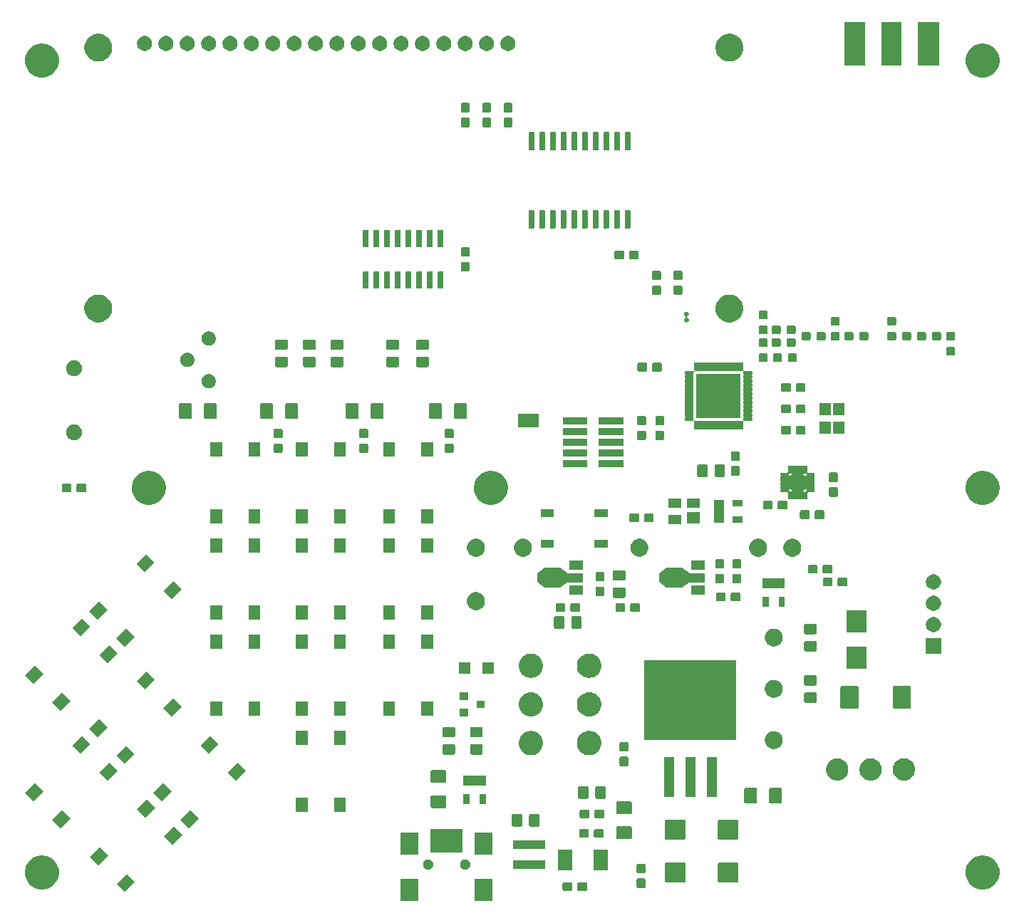
<source format=gts>
G04 #@! TF.GenerationSoftware,KiCad,Pcbnew,(5.1.5)-2*
G04 #@! TF.CreationDate,2020-03-21T01:12:42-07:00*
G04 #@! TF.ProjectId,pandora,70616e64-6f72-4612-9e6b-696361645f70,A*
G04 #@! TF.SameCoordinates,PX508ae58PY8db4db0*
G04 #@! TF.FileFunction,Soldermask,Top*
G04 #@! TF.FilePolarity,Negative*
%FSLAX46Y46*%
G04 Gerber Fmt 4.6, Leading zero omitted, Abs format (unit mm)*
G04 Created by KiCad (PCBNEW (5.1.5)-2) date 2020-03-21 01:12:42*
%MOMM*%
%LPD*%
G04 APERTURE LIST*
%ADD10C,0.100000*%
G04 APERTURE END LIST*
D10*
G36*
X58611970Y1734620D02*
G01*
X56510990Y1734620D01*
X56510990Y4335980D01*
X58611970Y4335980D01*
X58611970Y1734620D01*
G37*
G36*
X49813410Y1734620D02*
G01*
X47712430Y1734620D01*
X47712430Y4335980D01*
X49813410Y4335980D01*
X49813410Y1734620D01*
G37*
G36*
X16123064Y3934577D02*
G01*
X14954924Y2766437D01*
X13963560Y3757801D01*
X15131700Y4925941D01*
X16123064Y3934577D01*
G37*
G36*
X67932500Y3927554D02*
G01*
X67969996Y3916179D01*
X68004555Y3897707D01*
X68034848Y3872846D01*
X68059709Y3842553D01*
X68078181Y3807994D01*
X68089556Y3770498D01*
X68094001Y3725361D01*
X68094001Y3086637D01*
X68089556Y3041500D01*
X68078181Y3004004D01*
X68059709Y2969445D01*
X68034848Y2939152D01*
X68004555Y2914291D01*
X67969996Y2895819D01*
X67932500Y2884444D01*
X67887363Y2879999D01*
X67148639Y2879999D01*
X67103502Y2884444D01*
X67066006Y2895819D01*
X67031447Y2914291D01*
X67001154Y2939152D01*
X66976293Y2969445D01*
X66957821Y3004004D01*
X66946446Y3041500D01*
X66942001Y3086637D01*
X66942001Y3725361D01*
X66946446Y3770498D01*
X66957821Y3807994D01*
X66976293Y3842553D01*
X67001154Y3872846D01*
X67031447Y3897707D01*
X67066006Y3916179D01*
X67103502Y3927554D01*
X67148639Y3931999D01*
X67887363Y3931999D01*
X67932500Y3927554D01*
G37*
G36*
X69682500Y3927554D02*
G01*
X69719996Y3916179D01*
X69754555Y3897707D01*
X69784848Y3872846D01*
X69809709Y3842553D01*
X69828181Y3807994D01*
X69839556Y3770498D01*
X69844001Y3725361D01*
X69844001Y3086637D01*
X69839556Y3041500D01*
X69828181Y3004004D01*
X69809709Y2969445D01*
X69784848Y2939152D01*
X69754555Y2914291D01*
X69719996Y2895819D01*
X69682500Y2884444D01*
X69637363Y2879999D01*
X68898639Y2879999D01*
X68853502Y2884444D01*
X68816006Y2895819D01*
X68781447Y2914291D01*
X68751154Y2939152D01*
X68726293Y2969445D01*
X68707821Y3004004D01*
X68696446Y3041500D01*
X68692001Y3086637D01*
X68692001Y3725361D01*
X68696446Y3770498D01*
X68707821Y3807994D01*
X68726293Y3842553D01*
X68751154Y3872846D01*
X68781447Y3897707D01*
X68816006Y3916179D01*
X68853502Y3927554D01*
X68898639Y3931999D01*
X69637363Y3931999D01*
X69682500Y3927554D01*
G37*
G36*
X117301899Y7060136D02*
G01*
X117432771Y7034104D01*
X117802608Y6880912D01*
X118135452Y6658513D01*
X118418513Y6375452D01*
X118635994Y6049968D01*
X118640913Y6042606D01*
X118663823Y5987297D01*
X118743426Y5795119D01*
X118794104Y5672770D01*
X118864650Y5318114D01*
X118872200Y5280154D01*
X118872200Y4879846D01*
X118794104Y4487229D01*
X118640912Y4117392D01*
X118418513Y3784548D01*
X118135452Y3501487D01*
X117802608Y3279088D01*
X117802607Y3279087D01*
X117802606Y3279087D01*
X117710219Y3240819D01*
X117432771Y3125896D01*
X117301899Y3099864D01*
X117040156Y3047800D01*
X116639844Y3047800D01*
X116378101Y3099864D01*
X116247229Y3125896D01*
X115969781Y3240819D01*
X115877394Y3279087D01*
X115877393Y3279087D01*
X115877392Y3279088D01*
X115544548Y3501487D01*
X115261487Y3784548D01*
X115039088Y4117392D01*
X114885896Y4487229D01*
X114807800Y4879846D01*
X114807800Y5280154D01*
X114815351Y5318114D01*
X114885896Y5672770D01*
X114936575Y5795119D01*
X115016177Y5987297D01*
X115039087Y6042606D01*
X115044006Y6049968D01*
X115261487Y6375452D01*
X115544548Y6658513D01*
X115877392Y6880912D01*
X116247229Y7034104D01*
X116378101Y7060136D01*
X116639844Y7112200D01*
X117040156Y7112200D01*
X117301899Y7060136D01*
G37*
G36*
X5541899Y7060136D02*
G01*
X5672771Y7034104D01*
X6042608Y6880912D01*
X6375452Y6658513D01*
X6658513Y6375452D01*
X6875994Y6049968D01*
X6880913Y6042606D01*
X6903823Y5987297D01*
X6983426Y5795119D01*
X7034104Y5672770D01*
X7104650Y5318114D01*
X7112200Y5280154D01*
X7112200Y4879846D01*
X7034104Y4487229D01*
X6880912Y4117392D01*
X6658513Y3784548D01*
X6375452Y3501487D01*
X6042608Y3279088D01*
X6042607Y3279087D01*
X6042606Y3279087D01*
X5950219Y3240819D01*
X5672771Y3125896D01*
X5541899Y3099864D01*
X5280156Y3047800D01*
X4879844Y3047800D01*
X4618101Y3099864D01*
X4487229Y3125896D01*
X4209781Y3240819D01*
X4117394Y3279087D01*
X4117393Y3279087D01*
X4117392Y3279088D01*
X3784548Y3501487D01*
X3501487Y3784548D01*
X3279088Y4117392D01*
X3125896Y4487229D01*
X3047800Y4879846D01*
X3047800Y5280154D01*
X3055351Y5318114D01*
X3125896Y5672770D01*
X3176575Y5795119D01*
X3256177Y5987297D01*
X3279087Y6042606D01*
X3284006Y6049968D01*
X3501487Y6375452D01*
X3784548Y6658513D01*
X4117392Y6880912D01*
X4487229Y7034104D01*
X4618101Y7060136D01*
X4879844Y7112200D01*
X5280156Y7112200D01*
X5541899Y7060136D01*
G37*
G36*
X76631500Y4372554D02*
G01*
X76668996Y4361179D01*
X76703555Y4342707D01*
X76733848Y4317846D01*
X76758709Y4287553D01*
X76777181Y4252994D01*
X76788556Y4215498D01*
X76793001Y4170361D01*
X76793001Y3431637D01*
X76788556Y3386500D01*
X76777181Y3349004D01*
X76758709Y3314445D01*
X76733848Y3284152D01*
X76703555Y3259291D01*
X76668996Y3240819D01*
X76631500Y3229444D01*
X76586363Y3224999D01*
X75947639Y3224999D01*
X75902502Y3229444D01*
X75865006Y3240819D01*
X75830447Y3259291D01*
X75800154Y3284152D01*
X75775293Y3314445D01*
X75756821Y3349004D01*
X75745446Y3386500D01*
X75741001Y3431637D01*
X75741001Y4170361D01*
X75745446Y4215498D01*
X75756821Y4252994D01*
X75775293Y4287553D01*
X75800154Y4317846D01*
X75830447Y4342707D01*
X75865006Y4361179D01*
X75902502Y4372554D01*
X75947639Y4376999D01*
X76586363Y4376999D01*
X76631500Y4372554D01*
G37*
G36*
X87707786Y6242254D02*
G01*
X87738461Y6232949D01*
X87766729Y6217839D01*
X87791506Y6197506D01*
X87811839Y6172729D01*
X87826949Y6144461D01*
X87836254Y6113786D01*
X87840000Y6075749D01*
X87840000Y4064251D01*
X87836254Y4026214D01*
X87826949Y3995539D01*
X87811839Y3967271D01*
X87791506Y3942494D01*
X87766729Y3922161D01*
X87738461Y3907051D01*
X87707786Y3897746D01*
X87669749Y3894000D01*
X85558251Y3894000D01*
X85520214Y3897746D01*
X85489539Y3907051D01*
X85461271Y3922161D01*
X85436494Y3942494D01*
X85416161Y3967271D01*
X85401051Y3995539D01*
X85391746Y4026214D01*
X85388000Y4064251D01*
X85388000Y6075749D01*
X85391746Y6113786D01*
X85401051Y6144461D01*
X85416161Y6172729D01*
X85436494Y6197506D01*
X85461271Y6217839D01*
X85489539Y6232949D01*
X85520214Y6242254D01*
X85558251Y6246000D01*
X87669749Y6246000D01*
X87707786Y6242254D01*
G37*
G36*
X81424787Y6242254D02*
G01*
X81455462Y6232949D01*
X81483730Y6217839D01*
X81508507Y6197506D01*
X81528840Y6172729D01*
X81543950Y6144461D01*
X81553255Y6113786D01*
X81557001Y6075749D01*
X81557001Y4064251D01*
X81553255Y4026214D01*
X81543950Y3995539D01*
X81528840Y3967271D01*
X81508507Y3942494D01*
X81483730Y3922161D01*
X81455462Y3907051D01*
X81424787Y3897746D01*
X81386750Y3894000D01*
X79275252Y3894000D01*
X79237215Y3897746D01*
X79206540Y3907051D01*
X79178272Y3922161D01*
X79153495Y3942494D01*
X79133162Y3967271D01*
X79118052Y3995539D01*
X79108747Y4026214D01*
X79105001Y4064251D01*
X79105001Y6075749D01*
X79108747Y6113786D01*
X79118052Y6144461D01*
X79133162Y6172729D01*
X79153495Y6197506D01*
X79178272Y6217839D01*
X79206540Y6232949D01*
X79237215Y6242254D01*
X79275252Y6246000D01*
X81386750Y6246000D01*
X81424787Y6242254D01*
G37*
G36*
X76631500Y6122554D02*
G01*
X76668996Y6111179D01*
X76703555Y6092707D01*
X76733848Y6067846D01*
X76758709Y6037553D01*
X76777181Y6002994D01*
X76788556Y5965498D01*
X76793001Y5920361D01*
X76793001Y5181637D01*
X76788556Y5136500D01*
X76777181Y5099004D01*
X76758709Y5064445D01*
X76733848Y5034152D01*
X76703555Y5009291D01*
X76668996Y4990819D01*
X76631500Y4979444D01*
X76586363Y4974999D01*
X75947639Y4974999D01*
X75902502Y4979444D01*
X75865006Y4990819D01*
X75830447Y5009291D01*
X75800154Y5034152D01*
X75775293Y5064445D01*
X75756821Y5099004D01*
X75745446Y5136500D01*
X75741001Y5181637D01*
X75741001Y5920361D01*
X75745446Y5965498D01*
X75756821Y6002994D01*
X75775293Y6037553D01*
X75800154Y6067846D01*
X75830447Y6092707D01*
X75865006Y6111179D01*
X75902502Y6122554D01*
X75947639Y6126999D01*
X76586363Y6126999D01*
X76631500Y6122554D01*
G37*
G36*
X68041123Y7802003D02*
G01*
X68054708Y7797882D01*
X68067221Y7791193D01*
X68078193Y7782189D01*
X68087197Y7771217D01*
X68093886Y7758704D01*
X68098007Y7745119D01*
X68100002Y7724861D01*
X68100002Y7341135D01*
X68098007Y7320877D01*
X68093886Y7307292D01*
X68087197Y7294779D01*
X68081057Y7287297D01*
X68067443Y7266923D01*
X68058066Y7244284D01*
X68053285Y7220250D01*
X68053285Y7195746D01*
X68058065Y7171713D01*
X68067443Y7149074D01*
X68081057Y7128699D01*
X68087197Y7121217D01*
X68093886Y7108704D01*
X68098007Y7095119D01*
X68100002Y7074861D01*
X68100002Y6691135D01*
X68098007Y6670877D01*
X68093886Y6657292D01*
X68087197Y6644779D01*
X68081057Y6637297D01*
X68067443Y6616923D01*
X68058066Y6594284D01*
X68053285Y6570250D01*
X68053285Y6545746D01*
X68058065Y6521713D01*
X68067443Y6499074D01*
X68081057Y6478699D01*
X68087197Y6471217D01*
X68093886Y6458704D01*
X68098007Y6445119D01*
X68100002Y6424861D01*
X68100002Y6041135D01*
X68098007Y6020877D01*
X68093886Y6007292D01*
X68087197Y5994779D01*
X68081057Y5987297D01*
X68067443Y5966923D01*
X68058066Y5944284D01*
X68053285Y5920250D01*
X68053285Y5895746D01*
X68058065Y5871713D01*
X68067443Y5849074D01*
X68081057Y5828699D01*
X68087197Y5821217D01*
X68093886Y5808704D01*
X68098007Y5795119D01*
X68100002Y5774861D01*
X68100002Y5391135D01*
X68098007Y5370877D01*
X68093886Y5357292D01*
X68087197Y5344779D01*
X68078193Y5333807D01*
X68067221Y5324803D01*
X68054708Y5318114D01*
X68041123Y5313993D01*
X68020865Y5311998D01*
X66452139Y5311998D01*
X66431881Y5313993D01*
X66418296Y5318114D01*
X66405783Y5324803D01*
X66394811Y5333807D01*
X66385807Y5344779D01*
X66379118Y5357292D01*
X66374997Y5370877D01*
X66373002Y5391135D01*
X66373002Y5774861D01*
X66374997Y5795119D01*
X66379118Y5808704D01*
X66385807Y5821217D01*
X66391947Y5828699D01*
X66405561Y5849073D01*
X66414938Y5871712D01*
X66419719Y5895746D01*
X66419719Y5920250D01*
X66414939Y5944283D01*
X66405561Y5966922D01*
X66391947Y5987297D01*
X66385807Y5994779D01*
X66379118Y6007292D01*
X66374997Y6020877D01*
X66373002Y6041135D01*
X66373002Y6424861D01*
X66374997Y6445119D01*
X66379118Y6458704D01*
X66385807Y6471217D01*
X66391947Y6478699D01*
X66405561Y6499073D01*
X66414938Y6521712D01*
X66419719Y6545746D01*
X66419719Y6570250D01*
X66414939Y6594283D01*
X66405561Y6616922D01*
X66391947Y6637297D01*
X66385807Y6644779D01*
X66379118Y6657292D01*
X66374997Y6670877D01*
X66373002Y6691135D01*
X66373002Y7074861D01*
X66374997Y7095119D01*
X66379118Y7108704D01*
X66385807Y7121217D01*
X66391947Y7128699D01*
X66405561Y7149073D01*
X66414938Y7171712D01*
X66419719Y7195746D01*
X66419719Y7220250D01*
X66414939Y7244283D01*
X66405561Y7266922D01*
X66391947Y7287297D01*
X66385807Y7294779D01*
X66379118Y7307292D01*
X66374997Y7320877D01*
X66373002Y7341135D01*
X66373002Y7724861D01*
X66374997Y7745119D01*
X66379118Y7758704D01*
X66385807Y7771217D01*
X66394811Y7782189D01*
X66405783Y7791193D01*
X66418296Y7797882D01*
X66431881Y7802003D01*
X66452139Y7803998D01*
X68020865Y7803998D01*
X68041123Y7802003D01*
G37*
G36*
X72266123Y7802003D02*
G01*
X72279708Y7797882D01*
X72292221Y7791193D01*
X72303193Y7782189D01*
X72312197Y7771217D01*
X72318886Y7758704D01*
X72323007Y7745119D01*
X72325002Y7724861D01*
X72325002Y7341135D01*
X72323007Y7320877D01*
X72318886Y7307292D01*
X72312197Y7294779D01*
X72306057Y7287297D01*
X72292443Y7266923D01*
X72283066Y7244284D01*
X72278285Y7220250D01*
X72278285Y7195746D01*
X72283065Y7171713D01*
X72292443Y7149074D01*
X72306057Y7128699D01*
X72312197Y7121217D01*
X72318886Y7108704D01*
X72323007Y7095119D01*
X72325002Y7074861D01*
X72325002Y6691135D01*
X72323007Y6670877D01*
X72318886Y6657292D01*
X72312197Y6644779D01*
X72306057Y6637297D01*
X72292443Y6616923D01*
X72283066Y6594284D01*
X72278285Y6570250D01*
X72278285Y6545746D01*
X72283065Y6521713D01*
X72292443Y6499074D01*
X72306057Y6478699D01*
X72312197Y6471217D01*
X72318886Y6458704D01*
X72323007Y6445119D01*
X72325002Y6424861D01*
X72325002Y6041135D01*
X72323007Y6020877D01*
X72318886Y6007292D01*
X72312197Y5994779D01*
X72306057Y5987297D01*
X72292443Y5966923D01*
X72283066Y5944284D01*
X72278285Y5920250D01*
X72278285Y5895746D01*
X72283065Y5871713D01*
X72292443Y5849074D01*
X72306057Y5828699D01*
X72312197Y5821217D01*
X72318886Y5808704D01*
X72323007Y5795119D01*
X72325002Y5774861D01*
X72325002Y5391135D01*
X72323007Y5370877D01*
X72318886Y5357292D01*
X72312197Y5344779D01*
X72303193Y5333807D01*
X72292221Y5324803D01*
X72279708Y5318114D01*
X72266123Y5313993D01*
X72245865Y5311998D01*
X70677139Y5311998D01*
X70656881Y5313993D01*
X70643296Y5318114D01*
X70630783Y5324803D01*
X70619811Y5333807D01*
X70610807Y5344779D01*
X70604118Y5357292D01*
X70599997Y5370877D01*
X70598002Y5391135D01*
X70598002Y5774861D01*
X70599997Y5795119D01*
X70604118Y5808704D01*
X70610807Y5821217D01*
X70616947Y5828699D01*
X70630561Y5849073D01*
X70639938Y5871712D01*
X70644719Y5895746D01*
X70644719Y5920250D01*
X70639939Y5944283D01*
X70630561Y5966922D01*
X70616947Y5987297D01*
X70610807Y5994779D01*
X70604118Y6007292D01*
X70599997Y6020877D01*
X70598002Y6041135D01*
X70598002Y6424861D01*
X70599997Y6445119D01*
X70604118Y6458704D01*
X70610807Y6471217D01*
X70616947Y6478699D01*
X70630561Y6499073D01*
X70639938Y6521712D01*
X70644719Y6545746D01*
X70644719Y6570250D01*
X70639939Y6594283D01*
X70630561Y6616922D01*
X70616947Y6637297D01*
X70610807Y6644779D01*
X70604118Y6657292D01*
X70599997Y6670877D01*
X70598002Y6691135D01*
X70598002Y7074861D01*
X70599997Y7095119D01*
X70604118Y7108704D01*
X70610807Y7121217D01*
X70616947Y7128699D01*
X70630561Y7149073D01*
X70639938Y7171712D01*
X70644719Y7195746D01*
X70644719Y7220250D01*
X70639939Y7244283D01*
X70630561Y7266922D01*
X70616947Y7287297D01*
X70610807Y7294779D01*
X70604118Y7307292D01*
X70599997Y7320877D01*
X70598002Y7341135D01*
X70598002Y7724861D01*
X70599997Y7745119D01*
X70604118Y7758704D01*
X70610807Y7771217D01*
X70619811Y7782189D01*
X70630783Y7791193D01*
X70643296Y7797882D01*
X70656881Y7802003D01*
X70677139Y7803998D01*
X72245865Y7803998D01*
X72266123Y7802003D01*
G37*
G36*
X55537119Y6612858D02*
G01*
X55646478Y6567560D01*
X55744898Y6501798D01*
X55828598Y6418098D01*
X55894360Y6319678D01*
X55939658Y6210319D01*
X55962750Y6094225D01*
X55962750Y5975855D01*
X55939658Y5859761D01*
X55894360Y5750402D01*
X55828598Y5651982D01*
X55744898Y5568282D01*
X55646478Y5502520D01*
X55537119Y5457222D01*
X55421025Y5434130D01*
X55302655Y5434130D01*
X55186561Y5457222D01*
X55077202Y5502520D01*
X54978782Y5568282D01*
X54895082Y5651982D01*
X54829320Y5750402D01*
X54784022Y5859761D01*
X54760930Y5975855D01*
X54760930Y6094225D01*
X54784022Y6210319D01*
X54829320Y6319678D01*
X54895082Y6418098D01*
X54978782Y6501798D01*
X55077202Y6567560D01*
X55186561Y6612858D01*
X55302655Y6635950D01*
X55421025Y6635950D01*
X55537119Y6612858D01*
G37*
G36*
X51137839Y6612858D02*
G01*
X51247198Y6567560D01*
X51345618Y6501798D01*
X51429318Y6418098D01*
X51495080Y6319678D01*
X51540378Y6210319D01*
X51563470Y6094225D01*
X51563470Y5975855D01*
X51540378Y5859761D01*
X51495080Y5750402D01*
X51429318Y5651982D01*
X51345618Y5568282D01*
X51247198Y5502520D01*
X51137839Y5457222D01*
X51021745Y5434130D01*
X50903375Y5434130D01*
X50787281Y5457222D01*
X50677922Y5502520D01*
X50579502Y5568282D01*
X50495802Y5651982D01*
X50430040Y5750402D01*
X50384742Y5859761D01*
X50361650Y5975855D01*
X50361650Y6094225D01*
X50384742Y6210319D01*
X50430040Y6319678D01*
X50495802Y6418098D01*
X50579502Y6501798D01*
X50677922Y6567560D01*
X50787281Y6612858D01*
X50903375Y6635950D01*
X51021745Y6635950D01*
X51137839Y6612858D01*
G37*
G36*
X64900002Y5466998D02*
G01*
X61098002Y5466998D01*
X61098002Y6548998D01*
X64900002Y6548998D01*
X64900002Y5466998D01*
G37*
G36*
X12926941Y7130700D02*
G01*
X11758801Y5962560D01*
X10767437Y6953924D01*
X11935577Y8122064D01*
X12926941Y7130700D01*
G37*
G36*
X49813410Y7235244D02*
G01*
X47712430Y7235244D01*
X47712430Y9836604D01*
X49813410Y9836604D01*
X49813410Y7235244D01*
G37*
G36*
X58611970Y7235244D02*
G01*
X56510990Y7235244D01*
X56510990Y9836604D01*
X58611970Y9836604D01*
X58611970Y7235244D01*
G37*
G36*
X55063590Y7434888D02*
G01*
X51260810Y7434888D01*
X51260810Y10236908D01*
X55063590Y10236908D01*
X55063590Y7434888D01*
G37*
G36*
X64900002Y7836998D02*
G01*
X61098002Y7836998D01*
X61098002Y8918998D01*
X64900002Y8918998D01*
X64900002Y7836998D01*
G37*
G36*
X21744563Y9556076D02*
G01*
X20576423Y8387936D01*
X19585059Y9379300D01*
X20753199Y10547440D01*
X21744563Y9556076D01*
G37*
G36*
X87707786Y11342254D02*
G01*
X87738461Y11332949D01*
X87766729Y11317839D01*
X87791506Y11297506D01*
X87811839Y11272729D01*
X87826949Y11244461D01*
X87836254Y11213786D01*
X87840000Y11175749D01*
X87840000Y9164251D01*
X87836254Y9126214D01*
X87826949Y9095539D01*
X87811839Y9067271D01*
X87791506Y9042494D01*
X87766729Y9022161D01*
X87738461Y9007051D01*
X87707786Y8997746D01*
X87669749Y8994000D01*
X85558251Y8994000D01*
X85520214Y8997746D01*
X85489539Y9007051D01*
X85461271Y9022161D01*
X85436494Y9042494D01*
X85416161Y9067271D01*
X85401051Y9095539D01*
X85391746Y9126214D01*
X85388000Y9164251D01*
X85388000Y11175749D01*
X85391746Y11213786D01*
X85401051Y11244461D01*
X85416161Y11272729D01*
X85436494Y11297506D01*
X85461271Y11317839D01*
X85489539Y11332949D01*
X85520214Y11342254D01*
X85558251Y11346000D01*
X87669749Y11346000D01*
X87707786Y11342254D01*
G37*
G36*
X81424787Y11342254D02*
G01*
X81455462Y11332949D01*
X81483730Y11317839D01*
X81508507Y11297506D01*
X81528840Y11272729D01*
X81543950Y11244461D01*
X81553255Y11213786D01*
X81557001Y11175749D01*
X81557001Y9164251D01*
X81553255Y9126214D01*
X81543950Y9095539D01*
X81528840Y9067271D01*
X81508507Y9042494D01*
X81483730Y9022161D01*
X81455462Y9007051D01*
X81424787Y8997746D01*
X81386750Y8994000D01*
X79275252Y8994000D01*
X79237215Y8997746D01*
X79206540Y9007051D01*
X79178272Y9022161D01*
X79153495Y9042494D01*
X79133162Y9067271D01*
X79118052Y9095539D01*
X79108747Y9126214D01*
X79105001Y9164251D01*
X79105001Y11175749D01*
X79108747Y11213786D01*
X79118052Y11244461D01*
X79133162Y11272729D01*
X79153495Y11297506D01*
X79178272Y11317839D01*
X79206540Y11332949D01*
X79237215Y11342254D01*
X79275252Y11346000D01*
X81386750Y11346000D01*
X81424787Y11342254D01*
G37*
G36*
X75010563Y10551818D02*
G01*
X75045482Y10541225D01*
X75077664Y10524023D01*
X75105874Y10500872D01*
X75129025Y10472662D01*
X75146227Y10440480D01*
X75156820Y10405561D01*
X75161001Y10363104D01*
X75161001Y9221894D01*
X75156820Y9179437D01*
X75146227Y9144518D01*
X75129025Y9112336D01*
X75105874Y9084126D01*
X75077664Y9060975D01*
X75045482Y9043773D01*
X75010563Y9033180D01*
X74968106Y9028999D01*
X73501896Y9028999D01*
X73459439Y9033180D01*
X73424520Y9043773D01*
X73392338Y9060975D01*
X73364128Y9084126D01*
X73340977Y9112336D01*
X73323775Y9144518D01*
X73313182Y9179437D01*
X73309001Y9221894D01*
X73309001Y10363104D01*
X73313182Y10405561D01*
X73323775Y10440480D01*
X73340977Y10472662D01*
X73364128Y10500872D01*
X73392338Y10524023D01*
X73424520Y10541225D01*
X73459439Y10551818D01*
X73501896Y10555999D01*
X74968106Y10555999D01*
X75010563Y10551818D01*
G37*
G36*
X69904501Y10254553D02*
G01*
X69941997Y10243178D01*
X69976556Y10224706D01*
X70006849Y10199845D01*
X70031710Y10169552D01*
X70050182Y10134993D01*
X70061557Y10097497D01*
X70066002Y10052360D01*
X70066002Y9413636D01*
X70061557Y9368499D01*
X70050182Y9331003D01*
X70031710Y9296444D01*
X70006849Y9266151D01*
X69976556Y9241290D01*
X69941997Y9222818D01*
X69904501Y9211443D01*
X69859364Y9206998D01*
X69120640Y9206998D01*
X69075503Y9211443D01*
X69038007Y9222818D01*
X69003448Y9241290D01*
X68973155Y9266151D01*
X68948294Y9296444D01*
X68929822Y9331003D01*
X68918447Y9368499D01*
X68914002Y9413636D01*
X68914002Y10052360D01*
X68918447Y10097497D01*
X68929822Y10134993D01*
X68948294Y10169552D01*
X68973155Y10199845D01*
X69003448Y10224706D01*
X69038007Y10243178D01*
X69075503Y10254553D01*
X69120640Y10258998D01*
X69859364Y10258998D01*
X69904501Y10254553D01*
G37*
G36*
X71654501Y10254553D02*
G01*
X71691997Y10243178D01*
X71726556Y10224706D01*
X71756849Y10199845D01*
X71781710Y10169552D01*
X71800182Y10134993D01*
X71811557Y10097497D01*
X71816002Y10052360D01*
X71816002Y9413636D01*
X71811557Y9368499D01*
X71800182Y9331003D01*
X71781710Y9296444D01*
X71756849Y9266151D01*
X71726556Y9241290D01*
X71691997Y9222818D01*
X71654501Y9211443D01*
X71609364Y9206998D01*
X70870640Y9206998D01*
X70825503Y9211443D01*
X70788007Y9222818D01*
X70753448Y9241290D01*
X70723155Y9266151D01*
X70698294Y9296444D01*
X70679822Y9331003D01*
X70668447Y9368499D01*
X70664002Y9413636D01*
X70664002Y10052360D01*
X70668447Y10097497D01*
X70679822Y10134993D01*
X70698294Y10169552D01*
X70723155Y10199845D01*
X70753448Y10224706D01*
X70788007Y10243178D01*
X70825503Y10254553D01*
X70870640Y10258998D01*
X71609364Y10258998D01*
X71654501Y10254553D01*
G37*
G36*
X8443065Y11531576D02*
G01*
X7274925Y10363436D01*
X6283561Y11354800D01*
X7451701Y12522940D01*
X8443065Y11531576D01*
G37*
G36*
X23683065Y11531576D02*
G01*
X22514925Y10363436D01*
X21523561Y11354800D01*
X22691701Y12522940D01*
X23683065Y11531576D01*
G37*
G36*
X61989675Y12026534D02*
G01*
X62027368Y12015100D01*
X62062104Y11996533D01*
X62092549Y11971547D01*
X62117535Y11941102D01*
X62136102Y11906366D01*
X62147536Y11868673D01*
X62152001Y11823338D01*
X62152001Y10736660D01*
X62147536Y10691325D01*
X62136102Y10653632D01*
X62117535Y10618896D01*
X62092549Y10588451D01*
X62062104Y10563465D01*
X62027368Y10544898D01*
X61989675Y10533464D01*
X61944340Y10528999D01*
X61107662Y10528999D01*
X61062327Y10533464D01*
X61024634Y10544898D01*
X60989898Y10563465D01*
X60959453Y10588451D01*
X60934467Y10618896D01*
X60915900Y10653632D01*
X60904466Y10691325D01*
X60900001Y10736660D01*
X60900001Y11823338D01*
X60904466Y11868673D01*
X60915900Y11906366D01*
X60934467Y11941102D01*
X60959453Y11971547D01*
X60989898Y11996533D01*
X61024634Y12015100D01*
X61062327Y12026534D01*
X61107662Y12030999D01*
X61944340Y12030999D01*
X61989675Y12026534D01*
G37*
G36*
X64039675Y12026534D02*
G01*
X64077368Y12015100D01*
X64112104Y11996533D01*
X64142549Y11971547D01*
X64167535Y11941102D01*
X64186102Y11906366D01*
X64197536Y11868673D01*
X64202001Y11823338D01*
X64202001Y10736660D01*
X64197536Y10691325D01*
X64186102Y10653632D01*
X64167535Y10618896D01*
X64142549Y10588451D01*
X64112104Y10563465D01*
X64077368Y10544898D01*
X64039675Y10533464D01*
X63994340Y10528999D01*
X63157662Y10528999D01*
X63112327Y10533464D01*
X63074634Y10544898D01*
X63039898Y10563465D01*
X63009453Y10588451D01*
X62984467Y10618896D01*
X62965900Y10653632D01*
X62954466Y10691325D01*
X62950001Y10736660D01*
X62950001Y11823338D01*
X62954466Y11868673D01*
X62965900Y11906366D01*
X62984467Y11941102D01*
X63009453Y11971547D01*
X63039898Y11996533D01*
X63074634Y12015100D01*
X63112327Y12026534D01*
X63157662Y12030999D01*
X63994340Y12030999D01*
X64039675Y12026534D01*
G37*
G36*
X71714500Y12563554D02*
G01*
X71751996Y12552179D01*
X71786555Y12533707D01*
X71816848Y12508846D01*
X71841709Y12478553D01*
X71860181Y12443994D01*
X71871556Y12406498D01*
X71876001Y12361361D01*
X71876001Y11722637D01*
X71871556Y11677500D01*
X71860181Y11640004D01*
X71841709Y11605445D01*
X71816848Y11575152D01*
X71786555Y11550291D01*
X71751996Y11531819D01*
X71714500Y11520444D01*
X71669363Y11515999D01*
X70930639Y11515999D01*
X70885502Y11520444D01*
X70848006Y11531819D01*
X70813447Y11550291D01*
X70783154Y11575152D01*
X70758293Y11605445D01*
X70739821Y11640004D01*
X70728446Y11677500D01*
X70724001Y11722637D01*
X70724001Y12361361D01*
X70728446Y12406498D01*
X70739821Y12443994D01*
X70758293Y12478553D01*
X70783154Y12508846D01*
X70813447Y12533707D01*
X70848006Y12552179D01*
X70885502Y12563554D01*
X70930639Y12567999D01*
X71669363Y12567999D01*
X71714500Y12563554D01*
G37*
G36*
X69964500Y12563554D02*
G01*
X70001996Y12552179D01*
X70036555Y12533707D01*
X70066848Y12508846D01*
X70091709Y12478553D01*
X70110181Y12443994D01*
X70121556Y12406498D01*
X70126001Y12361361D01*
X70126001Y11722637D01*
X70121556Y11677500D01*
X70110181Y11640004D01*
X70091709Y11605445D01*
X70066848Y11575152D01*
X70036555Y11550291D01*
X70001996Y11531819D01*
X69964500Y11520444D01*
X69919363Y11515999D01*
X69180639Y11515999D01*
X69135502Y11520444D01*
X69098006Y11531819D01*
X69063447Y11550291D01*
X69033154Y11575152D01*
X69008293Y11605445D01*
X68989821Y11640004D01*
X68978446Y11677500D01*
X68974001Y11722637D01*
X68974001Y12361361D01*
X68978446Y12406498D01*
X68989821Y12443994D01*
X69008293Y12478553D01*
X69033154Y12508846D01*
X69063447Y12533707D01*
X69098006Y12552179D01*
X69135502Y12563554D01*
X69180639Y12567999D01*
X69919363Y12567999D01*
X69964500Y12563554D01*
G37*
G36*
X18548440Y12752199D02*
G01*
X17380300Y11584059D01*
X16388936Y12575423D01*
X17557076Y13743563D01*
X18548440Y12752199D01*
G37*
G36*
X75010563Y13526818D02*
G01*
X75045482Y13516225D01*
X75077664Y13499023D01*
X75105874Y13475872D01*
X75129025Y13447662D01*
X75146227Y13415480D01*
X75156820Y13380561D01*
X75161001Y13338104D01*
X75161001Y12196894D01*
X75156820Y12154437D01*
X75146227Y12119518D01*
X75129025Y12087336D01*
X75105874Y12059126D01*
X75077664Y12035975D01*
X75045482Y12018773D01*
X75010563Y12008180D01*
X74968106Y12003999D01*
X73501896Y12003999D01*
X73459439Y12008180D01*
X73424520Y12018773D01*
X73392338Y12035975D01*
X73364128Y12059126D01*
X73340977Y12087336D01*
X73323775Y12119518D01*
X73313182Y12154437D01*
X73309001Y12196894D01*
X73309001Y13338104D01*
X73313182Y13380561D01*
X73323775Y13415480D01*
X73340977Y13447662D01*
X73364128Y13475872D01*
X73392338Y13499023D01*
X73424520Y13516225D01*
X73459439Y13526818D01*
X73501896Y13530999D01*
X74968106Y13530999D01*
X75010563Y13526818D01*
G37*
G36*
X36668000Y12320999D02*
G01*
X35266000Y12320999D01*
X35266000Y13972999D01*
X36668000Y13972999D01*
X36668000Y12320999D01*
G37*
G36*
X41188000Y12320999D02*
G01*
X39786000Y12320999D01*
X39786000Y13972999D01*
X41188000Y13972999D01*
X41188000Y12320999D01*
G37*
G36*
X52972562Y14257819D02*
G01*
X53007481Y14247226D01*
X53039663Y14230024D01*
X53067873Y14206873D01*
X53091024Y14178663D01*
X53108226Y14146481D01*
X53118819Y14111562D01*
X53123000Y14069105D01*
X53123000Y12927895D01*
X53118819Y12885438D01*
X53108226Y12850519D01*
X53091024Y12818337D01*
X53067873Y12790127D01*
X53039663Y12766976D01*
X53007481Y12749774D01*
X52972562Y12739181D01*
X52930105Y12735000D01*
X51463895Y12735000D01*
X51421438Y12739181D01*
X51386519Y12749774D01*
X51354337Y12766976D01*
X51326127Y12790127D01*
X51302976Y12818337D01*
X51285774Y12850519D01*
X51275181Y12885438D01*
X51271000Y12927895D01*
X51271000Y14069105D01*
X51275181Y14111562D01*
X51285774Y14146481D01*
X51302976Y14178663D01*
X51326127Y14206873D01*
X51354337Y14230024D01*
X51386519Y14247226D01*
X51421438Y14257819D01*
X51463895Y14262000D01*
X52930105Y14262000D01*
X52972562Y14257819D01*
G37*
G36*
X55904002Y13221999D02*
G01*
X55152002Y13221999D01*
X55152002Y14383999D01*
X55904002Y14383999D01*
X55904002Y13221999D01*
G37*
G36*
X57804002Y13221999D02*
G01*
X57052002Y13221999D01*
X57052002Y14383999D01*
X57804002Y14383999D01*
X57804002Y13221999D01*
G37*
G36*
X92861563Y15128818D02*
G01*
X92896482Y15118225D01*
X92928664Y15101023D01*
X92956874Y15077872D01*
X92980025Y15049662D01*
X92997227Y15017480D01*
X93007820Y14982561D01*
X93012001Y14940104D01*
X93012001Y13473894D01*
X93007820Y13431437D01*
X92997227Y13396518D01*
X92980025Y13364336D01*
X92956874Y13336126D01*
X92928664Y13312975D01*
X92896482Y13295773D01*
X92861563Y13285180D01*
X92819106Y13280999D01*
X91677896Y13280999D01*
X91635439Y13285180D01*
X91600520Y13295773D01*
X91568338Y13312975D01*
X91540128Y13336126D01*
X91516977Y13364336D01*
X91499775Y13396518D01*
X91489182Y13431437D01*
X91485001Y13473894D01*
X91485001Y14940104D01*
X91489182Y14982561D01*
X91499775Y15017480D01*
X91516977Y15049662D01*
X91540128Y15077872D01*
X91568338Y15101023D01*
X91600520Y15118225D01*
X91635439Y15128818D01*
X91677896Y15132999D01*
X92819106Y15132999D01*
X92861563Y15128818D01*
G37*
G36*
X89886563Y15128818D02*
G01*
X89921482Y15118225D01*
X89953664Y15101023D01*
X89981874Y15077872D01*
X90005025Y15049662D01*
X90022227Y15017480D01*
X90032820Y14982561D01*
X90037001Y14940104D01*
X90037001Y13473894D01*
X90032820Y13431437D01*
X90022227Y13396518D01*
X90005025Y13364336D01*
X89981874Y13336126D01*
X89953664Y13312975D01*
X89921482Y13295773D01*
X89886563Y13285180D01*
X89844106Y13280999D01*
X88702896Y13280999D01*
X88660439Y13285180D01*
X88625520Y13295773D01*
X88593338Y13312975D01*
X88565128Y13336126D01*
X88541977Y13364336D01*
X88524775Y13396518D01*
X88514182Y13431437D01*
X88510001Y13473894D01*
X88510001Y14940104D01*
X88514182Y14982561D01*
X88524775Y15017480D01*
X88541977Y15049662D01*
X88565128Y15077872D01*
X88593338Y15101023D01*
X88625520Y15118225D01*
X88660439Y15128818D01*
X88702896Y15132999D01*
X89844106Y15132999D01*
X89886563Y15128818D01*
G37*
G36*
X5246942Y14727699D02*
G01*
X4078802Y13559559D01*
X3087438Y14550923D01*
X4255578Y15719063D01*
X5246942Y14727699D01*
G37*
G36*
X20486942Y14727699D02*
G01*
X19318802Y13559559D01*
X18327438Y14550923D01*
X19495578Y15719063D01*
X20486942Y14727699D01*
G37*
G36*
X69863675Y15328534D02*
G01*
X69901368Y15317100D01*
X69936104Y15298533D01*
X69966549Y15273547D01*
X69991535Y15243102D01*
X70010102Y15208366D01*
X70021536Y15170673D01*
X70026001Y15125338D01*
X70026001Y14038660D01*
X70021536Y13993325D01*
X70010102Y13955632D01*
X69991535Y13920896D01*
X69966549Y13890451D01*
X69936104Y13865465D01*
X69901368Y13846898D01*
X69863675Y13835464D01*
X69818340Y13830999D01*
X68981662Y13830999D01*
X68936327Y13835464D01*
X68898634Y13846898D01*
X68863898Y13865465D01*
X68833453Y13890451D01*
X68808467Y13920896D01*
X68789900Y13955632D01*
X68778466Y13993325D01*
X68774001Y14038660D01*
X68774001Y15125338D01*
X68778466Y15170673D01*
X68789900Y15208366D01*
X68808467Y15243102D01*
X68833453Y15273547D01*
X68863898Y15298533D01*
X68898634Y15317100D01*
X68936327Y15328534D01*
X68981662Y15332999D01*
X69818340Y15332999D01*
X69863675Y15328534D01*
G37*
G36*
X71913675Y15328534D02*
G01*
X71951368Y15317100D01*
X71986104Y15298533D01*
X72016549Y15273547D01*
X72041535Y15243102D01*
X72060102Y15208366D01*
X72071536Y15170673D01*
X72076001Y15125338D01*
X72076001Y14038660D01*
X72071536Y13993325D01*
X72060102Y13955632D01*
X72041535Y13920896D01*
X72016549Y13890451D01*
X71986104Y13865465D01*
X71951368Y13846898D01*
X71913675Y13835464D01*
X71868340Y13830999D01*
X71031662Y13830999D01*
X70986327Y13835464D01*
X70948634Y13846898D01*
X70913898Y13865465D01*
X70883453Y13890451D01*
X70858467Y13920896D01*
X70839900Y13955632D01*
X70828466Y13993325D01*
X70824001Y14038660D01*
X70824001Y15125338D01*
X70828466Y15170673D01*
X70839900Y15208366D01*
X70858467Y15243102D01*
X70883453Y15273547D01*
X70913898Y15298533D01*
X70948634Y15317100D01*
X70986327Y15328534D01*
X71031662Y15332999D01*
X71868340Y15332999D01*
X71913675Y15328534D01*
G37*
G36*
X80170001Y14075999D02*
G01*
X78968001Y14075999D01*
X78968001Y18777999D01*
X80170001Y18777999D01*
X80170001Y14075999D01*
G37*
G36*
X85250001Y14075999D02*
G01*
X84048001Y14075999D01*
X84048001Y18777999D01*
X85250001Y18777999D01*
X85250001Y14075999D01*
G37*
G36*
X82710001Y14075999D02*
G01*
X81508001Y14075999D01*
X81508001Y18777999D01*
X82710001Y18777999D01*
X82710001Y14075999D01*
G37*
G36*
X57804002Y15421999D02*
G01*
X55152002Y15421999D01*
X55152002Y16583999D01*
X57804002Y16583999D01*
X57804002Y15421999D01*
G37*
G36*
X52972562Y17232819D02*
G01*
X53007481Y17222226D01*
X53039663Y17205024D01*
X53067873Y17181873D01*
X53091024Y17153663D01*
X53108226Y17121481D01*
X53118819Y17086562D01*
X53123000Y17044105D01*
X53123000Y15902895D01*
X53118819Y15860438D01*
X53108226Y15825519D01*
X53091024Y15793337D01*
X53067873Y15765127D01*
X53039663Y15741976D01*
X53007481Y15724774D01*
X52972562Y15714181D01*
X52930105Y15710000D01*
X51463895Y15710000D01*
X51421438Y15714181D01*
X51386519Y15724774D01*
X51354337Y15741976D01*
X51326127Y15765127D01*
X51302976Y15793337D01*
X51285774Y15825519D01*
X51275181Y15860438D01*
X51271000Y15902895D01*
X51271000Y17044105D01*
X51275181Y17086562D01*
X51285774Y17121481D01*
X51302976Y17153663D01*
X51326127Y17181873D01*
X51354337Y17205024D01*
X51386519Y17222226D01*
X51421438Y17232819D01*
X51463895Y17237000D01*
X52930105Y17237000D01*
X52972562Y17232819D01*
G37*
G36*
X29304564Y17153075D02*
G01*
X28136424Y15984935D01*
X27145060Y16976299D01*
X28313200Y18144439D01*
X29304564Y17153075D01*
G37*
G36*
X14064564Y17153075D02*
G01*
X12896424Y15984935D01*
X11905060Y16976299D01*
X13073200Y18144439D01*
X14064564Y17153075D01*
G37*
G36*
X103791314Y18626616D02*
G01*
X103918922Y18601233D01*
X104059748Y18542901D01*
X104159327Y18501654D01*
X104159328Y18501653D01*
X104375689Y18357086D01*
X104559688Y18173087D01*
X104656285Y18028519D01*
X104704256Y17956725D01*
X104745503Y17857146D01*
X104803835Y17716320D01*
X104829217Y17588713D01*
X104854600Y17461107D01*
X104854600Y17200889D01*
X104838100Y17117939D01*
X104803835Y16945676D01*
X104745503Y16804850D01*
X104704256Y16705271D01*
X104704255Y16705270D01*
X104559688Y16488909D01*
X104375689Y16304910D01*
X104231121Y16208313D01*
X104159327Y16160342D01*
X104059748Y16119095D01*
X103918922Y16060763D01*
X103791314Y16035380D01*
X103663709Y16009998D01*
X103403491Y16009998D01*
X103275886Y16035380D01*
X103148278Y16060763D01*
X103007452Y16119095D01*
X102907873Y16160342D01*
X102836079Y16208313D01*
X102691511Y16304910D01*
X102507512Y16488909D01*
X102362945Y16705270D01*
X102362944Y16705271D01*
X102321697Y16804850D01*
X102263365Y16945676D01*
X102229100Y17117939D01*
X102212600Y17200889D01*
X102212600Y17461107D01*
X102237983Y17588713D01*
X102263365Y17716320D01*
X102321697Y17857146D01*
X102362944Y17956725D01*
X102410915Y18028519D01*
X102507512Y18173087D01*
X102691511Y18357086D01*
X102907872Y18501653D01*
X102907873Y18501654D01*
X103007452Y18542901D01*
X103148278Y18601233D01*
X103275886Y18626616D01*
X103403491Y18651998D01*
X103663709Y18651998D01*
X103791314Y18626616D01*
G37*
G36*
X107753714Y18626616D02*
G01*
X107881322Y18601233D01*
X108022148Y18542901D01*
X108121727Y18501654D01*
X108121728Y18501653D01*
X108338089Y18357086D01*
X108522088Y18173087D01*
X108618685Y18028519D01*
X108666656Y17956725D01*
X108707903Y17857146D01*
X108766235Y17716320D01*
X108791617Y17588713D01*
X108817000Y17461107D01*
X108817000Y17200889D01*
X108800500Y17117939D01*
X108766235Y16945676D01*
X108707903Y16804850D01*
X108666656Y16705271D01*
X108666655Y16705270D01*
X108522088Y16488909D01*
X108338089Y16304910D01*
X108193521Y16208313D01*
X108121727Y16160342D01*
X108022148Y16119095D01*
X107881322Y16060763D01*
X107753714Y16035380D01*
X107626109Y16009998D01*
X107365891Y16009998D01*
X107238286Y16035380D01*
X107110678Y16060763D01*
X106969852Y16119095D01*
X106870273Y16160342D01*
X106798479Y16208313D01*
X106653911Y16304910D01*
X106469912Y16488909D01*
X106325345Y16705270D01*
X106325344Y16705271D01*
X106284097Y16804850D01*
X106225765Y16945676D01*
X106191500Y17117939D01*
X106175000Y17200889D01*
X106175000Y17461107D01*
X106200383Y17588713D01*
X106225765Y17716320D01*
X106284097Y17857146D01*
X106325344Y17956725D01*
X106373315Y18028519D01*
X106469912Y18173087D01*
X106653911Y18357086D01*
X106870272Y18501653D01*
X106870273Y18501654D01*
X106969852Y18542901D01*
X107110678Y18601233D01*
X107238286Y18626616D01*
X107365891Y18651998D01*
X107626109Y18651998D01*
X107753714Y18626616D01*
G37*
G36*
X99828914Y18626616D02*
G01*
X99956522Y18601233D01*
X100097348Y18542901D01*
X100196927Y18501654D01*
X100196928Y18501653D01*
X100413289Y18357086D01*
X100597288Y18173087D01*
X100693885Y18028519D01*
X100741856Y17956725D01*
X100783103Y17857146D01*
X100841435Y17716320D01*
X100866817Y17588713D01*
X100892200Y17461107D01*
X100892200Y17200889D01*
X100875700Y17117939D01*
X100841435Y16945676D01*
X100783103Y16804850D01*
X100741856Y16705271D01*
X100741855Y16705270D01*
X100597288Y16488909D01*
X100413289Y16304910D01*
X100268721Y16208313D01*
X100196927Y16160342D01*
X100097348Y16119095D01*
X99956522Y16060763D01*
X99828914Y16035380D01*
X99701309Y16009998D01*
X99441091Y16009998D01*
X99313486Y16035380D01*
X99185878Y16060763D01*
X99045052Y16119095D01*
X98945473Y16160342D01*
X98873679Y16208313D01*
X98729111Y16304910D01*
X98545112Y16488909D01*
X98400545Y16705270D01*
X98400544Y16705271D01*
X98359297Y16804850D01*
X98300965Y16945676D01*
X98266700Y17117939D01*
X98250200Y17200889D01*
X98250200Y17461107D01*
X98275583Y17588713D01*
X98300965Y17716320D01*
X98359297Y17857146D01*
X98400544Y17956725D01*
X98448515Y18028519D01*
X98545112Y18173087D01*
X98729111Y18357086D01*
X98945472Y18501653D01*
X98945473Y18501654D01*
X99045052Y18542901D01*
X99185878Y18601233D01*
X99313486Y18626616D01*
X99441091Y18651998D01*
X99701309Y18651998D01*
X99828914Y18626616D01*
G37*
G36*
X74599500Y18850554D02*
G01*
X74636996Y18839179D01*
X74671555Y18820707D01*
X74701848Y18795846D01*
X74726709Y18765553D01*
X74745181Y18730994D01*
X74756556Y18693498D01*
X74761001Y18648361D01*
X74761001Y17909637D01*
X74756556Y17864500D01*
X74745181Y17827004D01*
X74726709Y17792445D01*
X74701848Y17762152D01*
X74671555Y17737291D01*
X74636996Y17718819D01*
X74599500Y17707444D01*
X74554363Y17702999D01*
X73915639Y17702999D01*
X73870502Y17707444D01*
X73833006Y17718819D01*
X73798447Y17737291D01*
X73768154Y17762152D01*
X73743293Y17792445D01*
X73724821Y17827004D01*
X73713446Y17864500D01*
X73709001Y17909637D01*
X73709001Y18648361D01*
X73713446Y18693498D01*
X73724821Y18730994D01*
X73743293Y18765553D01*
X73768154Y18795846D01*
X73798447Y18820707D01*
X73833006Y18839179D01*
X73870502Y18850554D01*
X73915639Y18854999D01*
X74554363Y18854999D01*
X74599500Y18850554D01*
G37*
G36*
X16063065Y19174577D02*
G01*
X14894925Y18006437D01*
X13903561Y18997801D01*
X15071701Y20165941D01*
X16063065Y19174577D01*
G37*
G36*
X70367892Y21885776D02*
G01*
X70507767Y21857953D01*
X70694101Y21780771D01*
X70752545Y21756563D01*
X70771286Y21748800D01*
X71008447Y21590334D01*
X71210136Y21388645D01*
X71359760Y21164717D01*
X71368603Y21151482D01*
X71380719Y21122231D01*
X71466106Y20916089D01*
X71477755Y20887964D01*
X71533401Y20608216D01*
X71533401Y20322982D01*
X71477755Y20043234D01*
X71370793Y19785002D01*
X71368602Y19779714D01*
X71210136Y19542553D01*
X71008447Y19340864D01*
X70771286Y19182398D01*
X70771285Y19182397D01*
X70771284Y19182397D01*
X70750328Y19173717D01*
X70507767Y19073245D01*
X70367892Y19045422D01*
X70228018Y19017599D01*
X69942784Y19017599D01*
X69802910Y19045422D01*
X69663035Y19073245D01*
X69420474Y19173717D01*
X69399518Y19182397D01*
X69399517Y19182397D01*
X69399516Y19182398D01*
X69162355Y19340864D01*
X68960666Y19542553D01*
X68802200Y19779714D01*
X68800010Y19785002D01*
X68693047Y20043234D01*
X68637401Y20322982D01*
X68637401Y20608216D01*
X68693047Y20887964D01*
X68704697Y20916089D01*
X68790083Y21122231D01*
X68802199Y21151482D01*
X68811042Y21164717D01*
X68960666Y21388645D01*
X69162355Y21590334D01*
X69399516Y21748800D01*
X69418258Y21756563D01*
X69476701Y21780771D01*
X69663035Y21857953D01*
X69802910Y21885776D01*
X69942784Y21913599D01*
X70228018Y21913599D01*
X70367892Y21885776D01*
G37*
G36*
X63459092Y21885776D02*
G01*
X63598967Y21857953D01*
X63785301Y21780771D01*
X63843745Y21756563D01*
X63862486Y21748800D01*
X64099647Y21590334D01*
X64301336Y21388645D01*
X64450960Y21164717D01*
X64459803Y21151482D01*
X64471919Y21122231D01*
X64557306Y20916089D01*
X64568955Y20887964D01*
X64624601Y20608216D01*
X64624601Y20322982D01*
X64568955Y20043234D01*
X64461993Y19785002D01*
X64459802Y19779714D01*
X64301336Y19542553D01*
X64099647Y19340864D01*
X63862486Y19182398D01*
X63862485Y19182397D01*
X63862484Y19182397D01*
X63841528Y19173717D01*
X63598967Y19073245D01*
X63459092Y19045422D01*
X63319218Y19017599D01*
X63033984Y19017599D01*
X62894110Y19045422D01*
X62754235Y19073245D01*
X62511674Y19173717D01*
X62490718Y19182397D01*
X62490717Y19182397D01*
X62490716Y19182398D01*
X62253555Y19340864D01*
X62051866Y19542553D01*
X61893400Y19779714D01*
X61891210Y19785002D01*
X61784247Y20043234D01*
X61728601Y20322982D01*
X61728601Y20608216D01*
X61784247Y20887964D01*
X61795897Y20916089D01*
X61881283Y21122231D01*
X61893399Y21151482D01*
X61902242Y21164717D01*
X62051866Y21388645D01*
X62253555Y21590334D01*
X62490716Y21748800D01*
X62509458Y21756563D01*
X62567901Y21780771D01*
X62754235Y21857953D01*
X62894110Y21885776D01*
X63033984Y21913599D01*
X63319218Y21913599D01*
X63459092Y21885776D01*
G37*
G36*
X54011675Y20341534D02*
G01*
X54049368Y20330100D01*
X54084104Y20311533D01*
X54114549Y20286547D01*
X54139535Y20256102D01*
X54158102Y20221366D01*
X54169536Y20183673D01*
X54174001Y20138338D01*
X54174001Y19301660D01*
X54169536Y19256325D01*
X54158102Y19218632D01*
X54139535Y19183896D01*
X54114549Y19153451D01*
X54084104Y19128465D01*
X54049368Y19109898D01*
X54011675Y19098464D01*
X53966340Y19093999D01*
X52879662Y19093999D01*
X52834327Y19098464D01*
X52796634Y19109898D01*
X52761898Y19128465D01*
X52731453Y19153451D01*
X52706467Y19183896D01*
X52687900Y19218632D01*
X52676466Y19256325D01*
X52672001Y19301660D01*
X52672001Y20138338D01*
X52676466Y20183673D01*
X52687900Y20221366D01*
X52706467Y20256102D01*
X52731453Y20286547D01*
X52761898Y20311533D01*
X52796634Y20330100D01*
X52834327Y20341534D01*
X52879662Y20345999D01*
X53966340Y20345999D01*
X54011675Y20341534D01*
G37*
G36*
X57297675Y20341534D02*
G01*
X57335368Y20330100D01*
X57370104Y20311533D01*
X57400549Y20286547D01*
X57425535Y20256102D01*
X57444102Y20221366D01*
X57455536Y20183673D01*
X57460001Y20138338D01*
X57460001Y19301660D01*
X57455536Y19256325D01*
X57444102Y19218632D01*
X57425535Y19183896D01*
X57400549Y19153451D01*
X57370104Y19128465D01*
X57335368Y19109898D01*
X57297675Y19098464D01*
X57252340Y19093999D01*
X56165662Y19093999D01*
X56120327Y19098464D01*
X56082634Y19109898D01*
X56047898Y19128465D01*
X56017453Y19153451D01*
X55992467Y19183896D01*
X55973900Y19218632D01*
X55962466Y19256325D01*
X55958001Y19301660D01*
X55958001Y20138338D01*
X55962466Y20183673D01*
X55973900Y20221366D01*
X55992467Y20256102D01*
X56017453Y20286547D01*
X56047898Y20311533D01*
X56082634Y20330100D01*
X56120327Y20341534D01*
X56165662Y20345999D01*
X57252340Y20345999D01*
X57297675Y20341534D01*
G37*
G36*
X10868441Y20349198D02*
G01*
X9700301Y19181058D01*
X8708937Y20172422D01*
X9877077Y21340562D01*
X10868441Y20349198D01*
G37*
G36*
X26108441Y20349198D02*
G01*
X24940301Y19181058D01*
X23948937Y20172422D01*
X25117077Y21340562D01*
X26108441Y20349198D01*
G37*
G36*
X74599500Y20600554D02*
G01*
X74636996Y20589179D01*
X74671555Y20570707D01*
X74701848Y20545846D01*
X74726709Y20515553D01*
X74745181Y20480994D01*
X74756556Y20443498D01*
X74761001Y20398361D01*
X74761001Y19659637D01*
X74756556Y19614500D01*
X74745181Y19577004D01*
X74726709Y19542445D01*
X74701848Y19512152D01*
X74671555Y19487291D01*
X74636996Y19468819D01*
X74599500Y19457444D01*
X74554363Y19452999D01*
X73915639Y19452999D01*
X73870502Y19457444D01*
X73833006Y19468819D01*
X73798447Y19487291D01*
X73768154Y19512152D01*
X73743293Y19542445D01*
X73724821Y19577004D01*
X73713446Y19614500D01*
X73709001Y19659637D01*
X73709001Y20398361D01*
X73713446Y20443498D01*
X73724821Y20480994D01*
X73743293Y20515553D01*
X73768154Y20545846D01*
X73798447Y20570707D01*
X73833006Y20589179D01*
X73870502Y20600554D01*
X73915639Y20604999D01*
X74554363Y20604999D01*
X74599500Y20600554D01*
G37*
G36*
X92342232Y21836996D02*
G01*
X92536413Y21756563D01*
X92536415Y21756562D01*
X92711174Y21639792D01*
X92859794Y21491172D01*
X92976564Y21316413D01*
X92976565Y21316411D01*
X93056998Y21122230D01*
X93098001Y20916091D01*
X93098001Y20705907D01*
X93056998Y20499768D01*
X92983771Y20322983D01*
X92976564Y20305585D01*
X92859794Y20130826D01*
X92711174Y19982206D01*
X92536415Y19865436D01*
X92536414Y19865435D01*
X92536413Y19865435D01*
X92342232Y19785002D01*
X92136093Y19743999D01*
X91925909Y19743999D01*
X91719770Y19785002D01*
X91525589Y19865435D01*
X91525588Y19865435D01*
X91525587Y19865436D01*
X91350828Y19982206D01*
X91202208Y20130826D01*
X91085438Y20305585D01*
X91078231Y20322983D01*
X91005004Y20499768D01*
X90964001Y20705907D01*
X90964001Y20916091D01*
X91005004Y21122230D01*
X91085437Y21316411D01*
X91085438Y21316413D01*
X91202208Y21491172D01*
X91350828Y21639792D01*
X91525587Y21756562D01*
X91525589Y21756563D01*
X91719770Y21836996D01*
X91925909Y21877999D01*
X92136093Y21877999D01*
X92342232Y21836996D01*
G37*
G36*
X41188000Y20270999D02*
G01*
X39786000Y20270999D01*
X39786000Y21922999D01*
X41188000Y21922999D01*
X41188000Y20270999D01*
G37*
G36*
X36668000Y20270999D02*
G01*
X35266000Y20270999D01*
X35266000Y21922999D01*
X36668000Y21922999D01*
X36668000Y20270999D01*
G37*
G36*
X87560001Y20825999D02*
G01*
X76658001Y20825999D01*
X76658001Y30327999D01*
X87560001Y30327999D01*
X87560001Y20825999D01*
G37*
G36*
X57297675Y22391534D02*
G01*
X57335368Y22380100D01*
X57370104Y22361533D01*
X57400549Y22336547D01*
X57425535Y22306102D01*
X57444102Y22271366D01*
X57455536Y22233673D01*
X57460001Y22188338D01*
X57460001Y21351660D01*
X57455536Y21306325D01*
X57444102Y21268632D01*
X57425535Y21233896D01*
X57400549Y21203451D01*
X57370104Y21178465D01*
X57335368Y21159898D01*
X57297675Y21148464D01*
X57252340Y21143999D01*
X56165662Y21143999D01*
X56120327Y21148464D01*
X56082634Y21159898D01*
X56047898Y21178465D01*
X56017453Y21203451D01*
X55992467Y21233896D01*
X55973900Y21268632D01*
X55962466Y21306325D01*
X55958001Y21351660D01*
X55958001Y22188338D01*
X55962466Y22233673D01*
X55973900Y22271366D01*
X55992467Y22306102D01*
X56017453Y22336547D01*
X56047898Y22361533D01*
X56082634Y22380100D01*
X56120327Y22391534D01*
X56165662Y22395999D01*
X57252340Y22395999D01*
X57297675Y22391534D01*
G37*
G36*
X54011675Y22391534D02*
G01*
X54049368Y22380100D01*
X54084104Y22361533D01*
X54114549Y22336547D01*
X54139535Y22306102D01*
X54158102Y22271366D01*
X54169536Y22233673D01*
X54174001Y22188338D01*
X54174001Y21351660D01*
X54169536Y21306325D01*
X54158102Y21268632D01*
X54139535Y21233896D01*
X54114549Y21203451D01*
X54084104Y21178465D01*
X54049368Y21159898D01*
X54011675Y21148464D01*
X53966340Y21143999D01*
X52879662Y21143999D01*
X52834327Y21148464D01*
X52796634Y21159898D01*
X52761898Y21178465D01*
X52731453Y21203451D01*
X52706467Y21233896D01*
X52687900Y21268632D01*
X52676466Y21306325D01*
X52672001Y21351660D01*
X52672001Y22188338D01*
X52676466Y22233673D01*
X52687900Y22271366D01*
X52706467Y22306102D01*
X52731453Y22336547D01*
X52761898Y22361533D01*
X52796634Y22380100D01*
X52834327Y22391534D01*
X52879662Y22395999D01*
X53966340Y22395999D01*
X54011675Y22391534D01*
G37*
G36*
X12866942Y22370700D02*
G01*
X11698802Y21202560D01*
X10707438Y22193924D01*
X11875578Y23362064D01*
X12866942Y22370700D01*
G37*
G36*
X70347255Y26487281D02*
G01*
X70507767Y26455353D01*
X70771286Y26346200D01*
X71008447Y26187734D01*
X71210136Y25986045D01*
X71368602Y25748884D01*
X71460024Y25528172D01*
X71477755Y25485364D01*
X71533401Y25205616D01*
X71533401Y24920382D01*
X71505578Y24780508D01*
X71477755Y24640633D01*
X71368602Y24377114D01*
X71210136Y24139953D01*
X71008447Y23938264D01*
X70771286Y23779798D01*
X70507767Y23670645D01*
X70367892Y23642822D01*
X70228018Y23614999D01*
X69942784Y23614999D01*
X69802910Y23642822D01*
X69663035Y23670645D01*
X69399516Y23779798D01*
X69162355Y23938264D01*
X68960666Y24139953D01*
X68802200Y24377114D01*
X68693047Y24640633D01*
X68665224Y24780508D01*
X68637401Y24920382D01*
X68637401Y25205616D01*
X68693047Y25485364D01*
X68710779Y25528172D01*
X68802200Y25748884D01*
X68960666Y25986045D01*
X69162355Y26187734D01*
X69399516Y26346200D01*
X69663035Y26455353D01*
X69823547Y26487281D01*
X69942784Y26510999D01*
X70228018Y26510999D01*
X70347255Y26487281D01*
G37*
G36*
X63438455Y26487281D02*
G01*
X63598967Y26455353D01*
X63862486Y26346200D01*
X64099647Y26187734D01*
X64301336Y25986045D01*
X64459802Y25748884D01*
X64551224Y25528172D01*
X64568955Y25485364D01*
X64624601Y25205616D01*
X64624601Y24920382D01*
X64596778Y24780508D01*
X64568955Y24640633D01*
X64459802Y24377114D01*
X64301336Y24139953D01*
X64099647Y23938264D01*
X63862486Y23779798D01*
X63598967Y23670645D01*
X63459092Y23642822D01*
X63319218Y23614999D01*
X63033984Y23614999D01*
X62894110Y23642822D01*
X62754235Y23670645D01*
X62490716Y23779798D01*
X62253555Y23938264D01*
X62051866Y24139953D01*
X61893400Y24377114D01*
X61784247Y24640633D01*
X61756424Y24780508D01*
X61728601Y24920382D01*
X61728601Y25205616D01*
X61784247Y25485364D01*
X61801979Y25528172D01*
X61893400Y25748884D01*
X62051866Y25986045D01*
X62253555Y26187734D01*
X62490716Y26346200D01*
X62754235Y26455353D01*
X62914747Y26487281D01*
X63033984Y26510999D01*
X63319218Y26510999D01*
X63438455Y26487281D01*
G37*
G36*
X21684564Y24796076D02*
G01*
X20516424Y23627936D01*
X19525060Y24619300D01*
X20693200Y25787440D01*
X21684564Y24796076D01*
G37*
G36*
X55702001Y23661999D02*
G01*
X54700001Y23661999D01*
X54700001Y24563999D01*
X55702001Y24563999D01*
X55702001Y23661999D01*
G37*
G36*
X26508000Y23750999D02*
G01*
X25106000Y23750999D01*
X25106000Y25402999D01*
X26508000Y25402999D01*
X26508000Y23750999D01*
G37*
G36*
X31028000Y23750999D02*
G01*
X29626000Y23750999D01*
X29626000Y25402999D01*
X31028000Y25402999D01*
X31028000Y23750999D01*
G37*
G36*
X47022001Y23750999D02*
G01*
X45620001Y23750999D01*
X45620001Y25402999D01*
X47022001Y25402999D01*
X47022001Y23750999D01*
G37*
G36*
X41188000Y23750999D02*
G01*
X39786000Y23750999D01*
X39786000Y25402999D01*
X41188000Y25402999D01*
X41188000Y23750999D01*
G37*
G36*
X36668000Y23750999D02*
G01*
X35266000Y23750999D01*
X35266000Y25402999D01*
X36668000Y25402999D01*
X36668000Y23750999D01*
G37*
G36*
X51542001Y23750999D02*
G01*
X50140001Y23750999D01*
X50140001Y25402999D01*
X51542001Y25402999D01*
X51542001Y23750999D01*
G37*
G36*
X8443065Y25501576D02*
G01*
X7274925Y24333436D01*
X6283561Y25324800D01*
X7451701Y26492940D01*
X8443065Y25501576D01*
G37*
G36*
X108206132Y27230190D02*
G01*
X108237423Y27220698D01*
X108266263Y27205283D01*
X108291539Y27184539D01*
X108312283Y27159263D01*
X108327698Y27130423D01*
X108337190Y27099132D01*
X108341000Y27060449D01*
X108341000Y24755551D01*
X108337190Y24716868D01*
X108327698Y24685577D01*
X108312283Y24656737D01*
X108291539Y24631461D01*
X108266263Y24610717D01*
X108237423Y24595302D01*
X108206132Y24585810D01*
X108167449Y24582000D01*
X106337551Y24582000D01*
X106298868Y24585810D01*
X106267577Y24595302D01*
X106238737Y24610717D01*
X106213461Y24631461D01*
X106192717Y24656737D01*
X106177302Y24685577D01*
X106167810Y24716868D01*
X106164000Y24755551D01*
X106164000Y27060449D01*
X106167810Y27099132D01*
X106177302Y27130423D01*
X106192717Y27159263D01*
X106213461Y27184539D01*
X106238737Y27205283D01*
X106267577Y27220698D01*
X106298868Y27230190D01*
X106337551Y27234000D01*
X108167449Y27234000D01*
X108206132Y27230190D01*
G37*
G36*
X101981132Y27230190D02*
G01*
X102012423Y27220698D01*
X102041263Y27205283D01*
X102066539Y27184539D01*
X102087283Y27159263D01*
X102102698Y27130423D01*
X102112190Y27099132D01*
X102116000Y27060449D01*
X102116000Y24755551D01*
X102112190Y24716868D01*
X102102698Y24685577D01*
X102087283Y24656737D01*
X102066539Y24631461D01*
X102041263Y24610717D01*
X102012423Y24595302D01*
X101981132Y24585810D01*
X101942449Y24582000D01*
X100112551Y24582000D01*
X100073868Y24585810D01*
X100042577Y24595302D01*
X100013737Y24610717D01*
X99988461Y24631461D01*
X99967717Y24656737D01*
X99952302Y24685577D01*
X99942810Y24716868D01*
X99939000Y24755551D01*
X99939000Y27060449D01*
X99942810Y27099132D01*
X99952302Y27130423D01*
X99967717Y27159263D01*
X99988461Y27184539D01*
X100013737Y27205283D01*
X100042577Y27220698D01*
X100073868Y27230190D01*
X100112551Y27234000D01*
X101942449Y27234000D01*
X101981132Y27230190D01*
G37*
G36*
X57702001Y24611999D02*
G01*
X56700001Y24611999D01*
X56700001Y25513999D01*
X57702001Y25513999D01*
X57702001Y24611999D01*
G37*
G36*
X96981674Y26503534D02*
G01*
X97019367Y26492100D01*
X97054103Y26473533D01*
X97084548Y26448547D01*
X97109534Y26418102D01*
X97128101Y26383366D01*
X97139535Y26345673D01*
X97144000Y26300338D01*
X97144000Y25463660D01*
X97139535Y25418325D01*
X97128101Y25380632D01*
X97109534Y25345896D01*
X97084548Y25315451D01*
X97054103Y25290465D01*
X97019367Y25271898D01*
X96981674Y25260464D01*
X96936339Y25255999D01*
X95849661Y25255999D01*
X95804326Y25260464D01*
X95766633Y25271898D01*
X95731897Y25290465D01*
X95701452Y25315451D01*
X95676466Y25345896D01*
X95657899Y25380632D01*
X95646465Y25418325D01*
X95642000Y25463660D01*
X95642000Y26300338D01*
X95646465Y26345673D01*
X95657899Y26383366D01*
X95676466Y26418102D01*
X95701452Y26448547D01*
X95731897Y26473533D01*
X95766633Y26492100D01*
X95804326Y26503534D01*
X95849661Y26507999D01*
X96936339Y26507999D01*
X96981674Y26503534D01*
G37*
G36*
X55702001Y25561999D02*
G01*
X54700001Y25561999D01*
X54700001Y26463999D01*
X55702001Y26463999D01*
X55702001Y25561999D01*
G37*
G36*
X92342232Y27932996D02*
G01*
X92536413Y27852563D01*
X92536415Y27852562D01*
X92711174Y27735792D01*
X92859794Y27587172D01*
X92964390Y27430632D01*
X92976565Y27412411D01*
X93056998Y27218230D01*
X93098001Y27012091D01*
X93098001Y26801907D01*
X93056998Y26595768D01*
X92987622Y26428281D01*
X92976564Y26401585D01*
X92859794Y26226826D01*
X92711174Y26078206D01*
X92536415Y25961436D01*
X92536414Y25961435D01*
X92536413Y25961435D01*
X92342232Y25881002D01*
X92136093Y25839999D01*
X91925909Y25839999D01*
X91719770Y25881002D01*
X91525589Y25961435D01*
X91525588Y25961435D01*
X91525587Y25961436D01*
X91350828Y26078206D01*
X91202208Y26226826D01*
X91085438Y26401585D01*
X91074380Y26428281D01*
X91005004Y26595768D01*
X90964001Y26801907D01*
X90964001Y27012091D01*
X91005004Y27218230D01*
X91085437Y27412411D01*
X91097612Y27430632D01*
X91202208Y27587172D01*
X91350828Y27735792D01*
X91525587Y27852562D01*
X91525589Y27852563D01*
X91719770Y27932996D01*
X91925909Y27973999D01*
X92136093Y27973999D01*
X92342232Y27932996D01*
G37*
G36*
X18488441Y27992199D02*
G01*
X17320301Y26824059D01*
X16328937Y27815423D01*
X17497077Y28983563D01*
X18488441Y27992199D01*
G37*
G36*
X96981674Y28553534D02*
G01*
X97019367Y28542100D01*
X97054103Y28523533D01*
X97084548Y28498547D01*
X97109534Y28468102D01*
X97128101Y28433366D01*
X97139535Y28395673D01*
X97144000Y28350338D01*
X97144000Y27513660D01*
X97139535Y27468325D01*
X97128101Y27430632D01*
X97109534Y27395896D01*
X97084548Y27365451D01*
X97054103Y27340465D01*
X97019367Y27321898D01*
X96981674Y27310464D01*
X96936339Y27305999D01*
X95849661Y27305999D01*
X95804326Y27310464D01*
X95766633Y27321898D01*
X95731897Y27340465D01*
X95701452Y27365451D01*
X95676466Y27395896D01*
X95657899Y27430632D01*
X95646465Y27468325D01*
X95642000Y27513660D01*
X95642000Y28350338D01*
X95646465Y28395673D01*
X95657899Y28433366D01*
X95676466Y28468102D01*
X95701452Y28498547D01*
X95731897Y28523533D01*
X95766633Y28542100D01*
X95804326Y28553534D01*
X95849661Y28557999D01*
X96936339Y28557999D01*
X96981674Y28553534D01*
G37*
G36*
X5246942Y28697699D02*
G01*
X4078802Y27529559D01*
X3087438Y28520923D01*
X4255578Y29689063D01*
X5246942Y28697699D01*
G37*
G36*
X63459092Y31080576D02*
G01*
X63598967Y31052753D01*
X63862486Y30943600D01*
X64099647Y30785134D01*
X64301336Y30583445D01*
X64459802Y30346284D01*
X64568955Y30082765D01*
X64624601Y29803015D01*
X64624601Y29517783D01*
X64568955Y29238033D01*
X64459802Y28974514D01*
X64301336Y28737353D01*
X64099647Y28535664D01*
X63862486Y28377198D01*
X63598967Y28268045D01*
X63459092Y28240222D01*
X63319218Y28212399D01*
X63033984Y28212399D01*
X62894110Y28240222D01*
X62754235Y28268045D01*
X62490716Y28377198D01*
X62253555Y28535664D01*
X62051866Y28737353D01*
X61893400Y28974514D01*
X61784247Y29238033D01*
X61728601Y29517783D01*
X61728601Y29803015D01*
X61784247Y30082765D01*
X61893400Y30346284D01*
X62051866Y30583445D01*
X62253555Y30785134D01*
X62490716Y30943600D01*
X62754235Y31052753D01*
X62894110Y31080576D01*
X63033984Y31108399D01*
X63319218Y31108399D01*
X63459092Y31080576D01*
G37*
G36*
X70367892Y31080576D02*
G01*
X70507767Y31052753D01*
X70771286Y30943600D01*
X71008447Y30785134D01*
X71210136Y30583445D01*
X71368602Y30346284D01*
X71477755Y30082765D01*
X71533401Y29803015D01*
X71533401Y29517783D01*
X71477755Y29238033D01*
X71368602Y28974514D01*
X71210136Y28737353D01*
X71008447Y28535664D01*
X70771286Y28377198D01*
X70507767Y28268045D01*
X70367892Y28240222D01*
X70228018Y28212399D01*
X69942784Y28212399D01*
X69802910Y28240222D01*
X69663035Y28268045D01*
X69399516Y28377198D01*
X69162355Y28535664D01*
X68960666Y28737353D01*
X68802200Y28974514D01*
X68693047Y29238033D01*
X68637401Y29517783D01*
X68637401Y29803015D01*
X68693047Y30082765D01*
X68802200Y30346284D01*
X68960666Y30583445D01*
X69162355Y30785134D01*
X69399516Y30943600D01*
X69663035Y31052753D01*
X69802910Y31080576D01*
X69942784Y31108399D01*
X70228018Y31108399D01*
X70367892Y31080576D01*
G37*
G36*
X55960001Y28729999D02*
G01*
X54658001Y28729999D01*
X54658001Y30031999D01*
X55960001Y30031999D01*
X55960001Y28729999D01*
G37*
G36*
X58760001Y28729999D02*
G01*
X57458001Y28729999D01*
X57458001Y30031999D01*
X58760001Y30031999D01*
X58760001Y28729999D01*
G37*
G36*
X103055000Y29315000D02*
G01*
X100653000Y29315000D01*
X100653000Y31917000D01*
X103055000Y31917000D01*
X103055000Y29315000D01*
G37*
G36*
X14064564Y31123075D02*
G01*
X12896424Y29954935D01*
X11905060Y30946299D01*
X13073200Y32114439D01*
X14064564Y31123075D01*
G37*
G36*
X111906002Y31103000D02*
G01*
X110104002Y31103000D01*
X110104002Y32905000D01*
X111906002Y32905000D01*
X111906002Y31103000D01*
G37*
G36*
X96981674Y32599534D02*
G01*
X97019367Y32588100D01*
X97054103Y32569533D01*
X97084548Y32544547D01*
X97109534Y32514102D01*
X97128101Y32479366D01*
X97139535Y32441673D01*
X97144000Y32396338D01*
X97144000Y31559660D01*
X97139535Y31514325D01*
X97128101Y31476632D01*
X97109534Y31441896D01*
X97084548Y31411451D01*
X97054103Y31386465D01*
X97019367Y31367898D01*
X96981674Y31356464D01*
X96936339Y31351999D01*
X95849661Y31351999D01*
X95804326Y31356464D01*
X95766633Y31367898D01*
X95731897Y31386465D01*
X95701452Y31411451D01*
X95676466Y31441896D01*
X95657899Y31476632D01*
X95646465Y31514325D01*
X95642000Y31559660D01*
X95642000Y32396338D01*
X95646465Y32441673D01*
X95657899Y32479366D01*
X95676466Y32514102D01*
X95701452Y32544547D01*
X95731897Y32569533D01*
X95766633Y32588100D01*
X95804326Y32599534D01*
X95849661Y32603999D01*
X96936339Y32603999D01*
X96981674Y32599534D01*
G37*
G36*
X51542001Y31700999D02*
G01*
X50140001Y31700999D01*
X50140001Y33352999D01*
X51542001Y33352999D01*
X51542001Y31700999D01*
G37*
G36*
X41188000Y31700999D02*
G01*
X39786000Y31700999D01*
X39786000Y33352999D01*
X41188000Y33352999D01*
X41188000Y31700999D01*
G37*
G36*
X47022001Y31700999D02*
G01*
X45620001Y31700999D01*
X45620001Y33352999D01*
X47022001Y33352999D01*
X47022001Y31700999D01*
G37*
G36*
X31028000Y31700999D02*
G01*
X29626000Y31700999D01*
X29626000Y33352999D01*
X31028000Y33352999D01*
X31028000Y31700999D01*
G37*
G36*
X26508000Y31700999D02*
G01*
X25106000Y31700999D01*
X25106000Y33352999D01*
X26508000Y33352999D01*
X26508000Y31700999D01*
G37*
G36*
X36668000Y31700999D02*
G01*
X35266000Y31700999D01*
X35266000Y33352999D01*
X36668000Y33352999D01*
X36668000Y31700999D01*
G37*
G36*
X92342232Y34028996D02*
G01*
X92536413Y33948563D01*
X92536415Y33948562D01*
X92711174Y33831792D01*
X92859794Y33683172D01*
X92964390Y33526632D01*
X92976565Y33508411D01*
X93056998Y33314230D01*
X93098001Y33108091D01*
X93098001Y32897907D01*
X93056998Y32691768D01*
X92987622Y32524281D01*
X92976564Y32497585D01*
X92859794Y32322826D01*
X92711174Y32174206D01*
X92536415Y32057436D01*
X92536414Y32057435D01*
X92536413Y32057435D01*
X92342232Y31977002D01*
X92136093Y31935999D01*
X91925909Y31935999D01*
X91719770Y31977002D01*
X91525589Y32057435D01*
X91525588Y32057435D01*
X91525587Y32057436D01*
X91350828Y32174206D01*
X91202208Y32322826D01*
X91085438Y32497585D01*
X91074380Y32524281D01*
X91005004Y32691768D01*
X90964001Y32897907D01*
X90964001Y33108091D01*
X91005004Y33314230D01*
X91085437Y33508411D01*
X91097612Y33526632D01*
X91202208Y33683172D01*
X91350828Y33831792D01*
X91525587Y33948562D01*
X91525589Y33948563D01*
X91719770Y34028996D01*
X91925909Y34069999D01*
X92136093Y34069999D01*
X92342232Y34028996D01*
G37*
G36*
X16063065Y33121576D02*
G01*
X14894925Y31953436D01*
X13903561Y32944800D01*
X15071701Y34112940D01*
X16063065Y33121576D01*
G37*
G36*
X10868441Y34319198D02*
G01*
X9700301Y33151058D01*
X8708937Y34142422D01*
X9877077Y35310562D01*
X10868441Y34319198D01*
G37*
G36*
X96981674Y34649534D02*
G01*
X97019367Y34638100D01*
X97054103Y34619533D01*
X97084548Y34594547D01*
X97109534Y34564102D01*
X97128101Y34529366D01*
X97139535Y34491673D01*
X97144000Y34446338D01*
X97144000Y33609660D01*
X97139535Y33564325D01*
X97128101Y33526632D01*
X97109534Y33491896D01*
X97084548Y33461451D01*
X97054103Y33436465D01*
X97019367Y33417898D01*
X96981674Y33406464D01*
X96936339Y33401999D01*
X95849661Y33401999D01*
X95804326Y33406464D01*
X95766633Y33417898D01*
X95731897Y33436465D01*
X95701452Y33461451D01*
X95676466Y33491896D01*
X95657899Y33526632D01*
X95646465Y33564325D01*
X95642000Y33609660D01*
X95642000Y34446338D01*
X95646465Y34491673D01*
X95657899Y34529366D01*
X95676466Y34564102D01*
X95701452Y34594547D01*
X95731897Y34619533D01*
X95766633Y34638100D01*
X95804326Y34649534D01*
X95849661Y34653999D01*
X96936339Y34653999D01*
X96981674Y34649534D01*
G37*
G36*
X103055000Y33615000D02*
G01*
X100653000Y33615000D01*
X100653000Y36217000D01*
X103055000Y36217000D01*
X103055000Y33615000D01*
G37*
G36*
X111118514Y35440073D02*
G01*
X111267814Y35410376D01*
X111431786Y35342456D01*
X111579356Y35243853D01*
X111704855Y35118354D01*
X111803458Y34970784D01*
X111871378Y34806812D01*
X111906002Y34632741D01*
X111906002Y34455259D01*
X111871378Y34281188D01*
X111803458Y34117216D01*
X111704855Y33969646D01*
X111579356Y33844147D01*
X111431786Y33745544D01*
X111267814Y33677624D01*
X111118514Y33647927D01*
X111093744Y33643000D01*
X110916260Y33643000D01*
X110891490Y33647927D01*
X110742190Y33677624D01*
X110578218Y33745544D01*
X110430648Y33844147D01*
X110305149Y33969646D01*
X110206546Y34117216D01*
X110138626Y34281188D01*
X110104002Y34455259D01*
X110104002Y34632741D01*
X110138626Y34806812D01*
X110206546Y34970784D01*
X110305149Y35118354D01*
X110430648Y35243853D01*
X110578218Y35342456D01*
X110742190Y35410376D01*
X110891490Y35440073D01*
X110916260Y35445000D01*
X111093744Y35445000D01*
X111118514Y35440073D01*
G37*
G36*
X67002674Y35544535D02*
G01*
X67040367Y35533101D01*
X67075103Y35514534D01*
X67105548Y35489548D01*
X67130534Y35459103D01*
X67149101Y35424367D01*
X67160535Y35386674D01*
X67165000Y35341339D01*
X67165000Y34254661D01*
X67160535Y34209326D01*
X67149101Y34171633D01*
X67130534Y34136897D01*
X67105548Y34106452D01*
X67075103Y34081466D01*
X67040367Y34062899D01*
X67002674Y34051465D01*
X66957339Y34047000D01*
X66120661Y34047000D01*
X66075326Y34051465D01*
X66037633Y34062899D01*
X66002897Y34081466D01*
X65972452Y34106452D01*
X65947466Y34136897D01*
X65928899Y34171633D01*
X65917465Y34209326D01*
X65913000Y34254661D01*
X65913000Y35341339D01*
X65917465Y35386674D01*
X65928899Y35424367D01*
X65947466Y35459103D01*
X65972452Y35489548D01*
X66002897Y35514534D01*
X66037633Y35533101D01*
X66075326Y35544535D01*
X66120661Y35549000D01*
X66957339Y35549000D01*
X67002674Y35544535D01*
G37*
G36*
X69052674Y35544535D02*
G01*
X69090367Y35533101D01*
X69125103Y35514534D01*
X69155548Y35489548D01*
X69180534Y35459103D01*
X69199101Y35424367D01*
X69210535Y35386674D01*
X69215000Y35341339D01*
X69215000Y34254661D01*
X69210535Y34209326D01*
X69199101Y34171633D01*
X69180534Y34136897D01*
X69155548Y34106452D01*
X69125103Y34081466D01*
X69090367Y34062899D01*
X69052674Y34051465D01*
X69007339Y34047000D01*
X68170661Y34047000D01*
X68125326Y34051465D01*
X68087633Y34062899D01*
X68052897Y34081466D01*
X68022452Y34106452D01*
X67997466Y34136897D01*
X67978899Y34171633D01*
X67967465Y34209326D01*
X67963000Y34254661D01*
X67963000Y35341339D01*
X67967465Y35386674D01*
X67978899Y35424367D01*
X67997466Y35459103D01*
X68022452Y35489548D01*
X68052897Y35514534D01*
X68087633Y35533101D01*
X68125326Y35544535D01*
X68170661Y35549000D01*
X69007339Y35549000D01*
X69052674Y35544535D01*
G37*
G36*
X12866942Y36317699D02*
G01*
X11698802Y35149559D01*
X10707438Y36140923D01*
X11875578Y37309063D01*
X12866942Y36317699D01*
G37*
G36*
X51542001Y35180999D02*
G01*
X50140001Y35180999D01*
X50140001Y36832999D01*
X51542001Y36832999D01*
X51542001Y35180999D01*
G37*
G36*
X26508000Y35180999D02*
G01*
X25106000Y35180999D01*
X25106000Y36832999D01*
X26508000Y36832999D01*
X26508000Y35180999D01*
G37*
G36*
X31028000Y35180999D02*
G01*
X29626000Y35180999D01*
X29626000Y36832999D01*
X31028000Y36832999D01*
X31028000Y35180999D01*
G37*
G36*
X36668000Y35180999D02*
G01*
X35266000Y35180999D01*
X35266000Y36832999D01*
X36668000Y36832999D01*
X36668000Y35180999D01*
G37*
G36*
X47022001Y35180999D02*
G01*
X45620001Y35180999D01*
X45620001Y36832999D01*
X47022001Y36832999D01*
X47022001Y35180999D01*
G37*
G36*
X41188000Y35180999D02*
G01*
X39786000Y35180999D01*
X39786000Y36832999D01*
X41188000Y36832999D01*
X41188000Y35180999D01*
G37*
G36*
X67103499Y37097555D02*
G01*
X67140995Y37086180D01*
X67175554Y37067708D01*
X67205847Y37042847D01*
X67230708Y37012554D01*
X67249180Y36977995D01*
X67260555Y36940499D01*
X67265000Y36895362D01*
X67265000Y36256638D01*
X67260555Y36211501D01*
X67249180Y36174005D01*
X67230708Y36139446D01*
X67205847Y36109153D01*
X67175554Y36084292D01*
X67140995Y36065820D01*
X67103499Y36054445D01*
X67058362Y36050000D01*
X66319638Y36050000D01*
X66274501Y36054445D01*
X66237005Y36065820D01*
X66202446Y36084292D01*
X66172153Y36109153D01*
X66147292Y36139446D01*
X66128820Y36174005D01*
X66117445Y36211501D01*
X66113000Y36256638D01*
X66113000Y36895362D01*
X66117445Y36940499D01*
X66128820Y36977995D01*
X66147292Y37012554D01*
X66172153Y37042847D01*
X66202446Y37067708D01*
X66237005Y37086180D01*
X66274501Y37097555D01*
X66319638Y37102000D01*
X67058362Y37102000D01*
X67103499Y37097555D01*
G37*
G36*
X68853499Y37097555D02*
G01*
X68890995Y37086180D01*
X68925554Y37067708D01*
X68955847Y37042847D01*
X68980708Y37012554D01*
X68999180Y36977995D01*
X69010555Y36940499D01*
X69015000Y36895362D01*
X69015000Y36256638D01*
X69010555Y36211501D01*
X68999180Y36174005D01*
X68980708Y36139446D01*
X68955847Y36109153D01*
X68925554Y36084292D01*
X68890995Y36065820D01*
X68853499Y36054445D01*
X68808362Y36050000D01*
X68069638Y36050000D01*
X68024501Y36054445D01*
X67987005Y36065820D01*
X67952446Y36084292D01*
X67922153Y36109153D01*
X67897292Y36139446D01*
X67878820Y36174005D01*
X67867445Y36211501D01*
X67863000Y36256638D01*
X67863000Y36895362D01*
X67867445Y36940499D01*
X67878820Y36977995D01*
X67897292Y37012554D01*
X67922153Y37042847D01*
X67952446Y37067708D01*
X67987005Y37086180D01*
X68024501Y37097555D01*
X68069638Y37102000D01*
X68808362Y37102000D01*
X68853499Y37097555D01*
G37*
G36*
X74215499Y37097555D02*
G01*
X74252995Y37086180D01*
X74287554Y37067708D01*
X74317847Y37042847D01*
X74342708Y37012554D01*
X74361180Y36977995D01*
X74372555Y36940499D01*
X74377000Y36895362D01*
X74377000Y36256638D01*
X74372555Y36211501D01*
X74361180Y36174005D01*
X74342708Y36139446D01*
X74317847Y36109153D01*
X74287554Y36084292D01*
X74252995Y36065820D01*
X74215499Y36054445D01*
X74170362Y36050000D01*
X73431638Y36050000D01*
X73386501Y36054445D01*
X73349005Y36065820D01*
X73314446Y36084292D01*
X73284153Y36109153D01*
X73259292Y36139446D01*
X73240820Y36174005D01*
X73229445Y36211501D01*
X73225000Y36256638D01*
X73225000Y36895362D01*
X73229445Y36940499D01*
X73240820Y36977995D01*
X73259292Y37012554D01*
X73284153Y37042847D01*
X73314446Y37067708D01*
X73349005Y37086180D01*
X73386501Y37097555D01*
X73431638Y37102000D01*
X74170362Y37102000D01*
X74215499Y37097555D01*
G37*
G36*
X75965499Y37097555D02*
G01*
X76002995Y37086180D01*
X76037554Y37067708D01*
X76067847Y37042847D01*
X76092708Y37012554D01*
X76111180Y36977995D01*
X76122555Y36940499D01*
X76127000Y36895362D01*
X76127000Y36256638D01*
X76122555Y36211501D01*
X76111180Y36174005D01*
X76092708Y36139446D01*
X76067847Y36109153D01*
X76037554Y36084292D01*
X76002995Y36065820D01*
X75965499Y36054445D01*
X75920362Y36050000D01*
X75181638Y36050000D01*
X75136501Y36054445D01*
X75099005Y36065820D01*
X75064446Y36084292D01*
X75034153Y36109153D01*
X75009292Y36139446D01*
X74990820Y36174005D01*
X74979445Y36211501D01*
X74975000Y36256638D01*
X74975000Y36895362D01*
X74979445Y36940499D01*
X74990820Y36977995D01*
X75009292Y37012554D01*
X75034153Y37042847D01*
X75064446Y37067708D01*
X75099005Y37086180D01*
X75136501Y37097555D01*
X75181638Y37102000D01*
X75920362Y37102000D01*
X75965499Y37097555D01*
G37*
G36*
X111118514Y37980073D02*
G01*
X111267814Y37950376D01*
X111431786Y37882456D01*
X111579356Y37783853D01*
X111704855Y37658354D01*
X111803458Y37510784D01*
X111871378Y37346812D01*
X111906002Y37172741D01*
X111906002Y36995259D01*
X111871378Y36821188D01*
X111803458Y36657216D01*
X111704855Y36509646D01*
X111579356Y36384147D01*
X111431786Y36285544D01*
X111267814Y36217624D01*
X111118514Y36187927D01*
X111093744Y36183000D01*
X110916260Y36183000D01*
X110891490Y36187927D01*
X110742190Y36217624D01*
X110578218Y36285544D01*
X110430648Y36384147D01*
X110305149Y36509646D01*
X110206546Y36657216D01*
X110138626Y36821188D01*
X110104002Y36995259D01*
X110104002Y37172741D01*
X110138626Y37346812D01*
X110206546Y37510784D01*
X110305149Y37658354D01*
X110430648Y37783853D01*
X110578218Y37882456D01*
X110742190Y37950376D01*
X110891490Y37980073D01*
X110916260Y37985000D01*
X111093744Y37985000D01*
X111118514Y37980073D01*
G37*
G36*
X56953231Y38363997D02*
G01*
X57119878Y38294969D01*
X57147414Y38283563D01*
X57322173Y38166793D01*
X57470793Y38018173D01*
X57587563Y37843414D01*
X57587564Y37843412D01*
X57667997Y37649231D01*
X57709000Y37443092D01*
X57709000Y37232908D01*
X57667997Y37026769D01*
X57631909Y36939646D01*
X57587563Y36832586D01*
X57470793Y36657827D01*
X57322173Y36509207D01*
X57147414Y36392437D01*
X57147413Y36392436D01*
X57147412Y36392436D01*
X56953231Y36312003D01*
X56747092Y36271000D01*
X56536908Y36271000D01*
X56330769Y36312003D01*
X56136588Y36392436D01*
X56136587Y36392436D01*
X56136586Y36392437D01*
X55961827Y36509207D01*
X55813207Y36657827D01*
X55696437Y36832586D01*
X55652091Y36939646D01*
X55616003Y37026769D01*
X55575000Y37232908D01*
X55575000Y37443092D01*
X55616003Y37649231D01*
X55696436Y37843412D01*
X55696437Y37843414D01*
X55813207Y38018173D01*
X55961827Y38166793D01*
X56136586Y38283563D01*
X56164122Y38294969D01*
X56330769Y38363997D01*
X56536908Y38405000D01*
X56747092Y38405000D01*
X56953231Y38363997D01*
G37*
G36*
X91457001Y36655999D02*
G01*
X90705001Y36655999D01*
X90705001Y37817999D01*
X91457001Y37817999D01*
X91457001Y36655999D01*
G37*
G36*
X93357001Y36655999D02*
G01*
X92605001Y36655999D01*
X92605001Y37817999D01*
X93357001Y37817999D01*
X93357001Y36655999D01*
G37*
G36*
X86153499Y38367555D02*
G01*
X86190995Y38356180D01*
X86225554Y38337708D01*
X86255847Y38312847D01*
X86280708Y38282554D01*
X86299180Y38247995D01*
X86310555Y38210499D01*
X86315000Y38165362D01*
X86315000Y37526638D01*
X86310555Y37481501D01*
X86299180Y37444005D01*
X86280708Y37409446D01*
X86255847Y37379153D01*
X86225554Y37354292D01*
X86190995Y37335820D01*
X86153499Y37324445D01*
X86108362Y37320000D01*
X85369638Y37320000D01*
X85324501Y37324445D01*
X85287005Y37335820D01*
X85252446Y37354292D01*
X85222153Y37379153D01*
X85197292Y37409446D01*
X85178820Y37444005D01*
X85167445Y37481501D01*
X85163000Y37526638D01*
X85163000Y38165362D01*
X85167445Y38210499D01*
X85178820Y38247995D01*
X85197292Y38282554D01*
X85222153Y38312847D01*
X85252446Y38337708D01*
X85287005Y38356180D01*
X85324501Y38367555D01*
X85369638Y38372000D01*
X86108362Y38372000D01*
X86153499Y38367555D01*
G37*
G36*
X87903499Y38367555D02*
G01*
X87940995Y38356180D01*
X87975554Y38337708D01*
X88005847Y38312847D01*
X88030708Y38282554D01*
X88049180Y38247995D01*
X88060555Y38210499D01*
X88065000Y38165362D01*
X88065000Y37526638D01*
X88060555Y37481501D01*
X88049180Y37444005D01*
X88030708Y37409446D01*
X88005847Y37379153D01*
X87975554Y37354292D01*
X87940995Y37335820D01*
X87903499Y37324445D01*
X87858362Y37320000D01*
X87119638Y37320000D01*
X87074501Y37324445D01*
X87037005Y37335820D01*
X87002446Y37354292D01*
X86972153Y37379153D01*
X86947292Y37409446D01*
X86928820Y37444005D01*
X86917445Y37481501D01*
X86913000Y37526638D01*
X86913000Y38165362D01*
X86917445Y38210499D01*
X86928820Y38247995D01*
X86947292Y38282554D01*
X86972153Y38312847D01*
X87002446Y38337708D01*
X87037005Y38356180D01*
X87074501Y38367555D01*
X87119638Y38372000D01*
X87858362Y38372000D01*
X87903499Y38367555D01*
G37*
G36*
X21684564Y38743075D02*
G01*
X20516424Y37574935D01*
X19525060Y38566299D01*
X20693200Y39734439D01*
X21684564Y38743075D01*
G37*
G36*
X74248674Y38966535D02*
G01*
X74286367Y38955101D01*
X74321103Y38936534D01*
X74351548Y38911548D01*
X74376534Y38881103D01*
X74395101Y38846367D01*
X74406535Y38808674D01*
X74411000Y38763339D01*
X74411000Y37926661D01*
X74406535Y37881326D01*
X74395101Y37843633D01*
X74376534Y37808897D01*
X74351548Y37778452D01*
X74321103Y37753466D01*
X74286367Y37734899D01*
X74248674Y37723465D01*
X74203339Y37719000D01*
X73116661Y37719000D01*
X73071326Y37723465D01*
X73033633Y37734899D01*
X72998897Y37753466D01*
X72968452Y37778452D01*
X72943466Y37808897D01*
X72924899Y37843633D01*
X72913465Y37881326D01*
X72909000Y37926661D01*
X72909000Y38763339D01*
X72913465Y38808674D01*
X72924899Y38846367D01*
X72943466Y38881103D01*
X72968452Y38911548D01*
X72998897Y38936534D01*
X73033633Y38955101D01*
X73071326Y38966535D01*
X73116661Y38971000D01*
X74203339Y38971000D01*
X74248674Y38966535D01*
G37*
G36*
X71738499Y39066555D02*
G01*
X71775995Y39055180D01*
X71810554Y39036708D01*
X71840847Y39011847D01*
X71865708Y38981554D01*
X71884180Y38946995D01*
X71895555Y38909499D01*
X71900000Y38864362D01*
X71900000Y38125638D01*
X71895555Y38080501D01*
X71884180Y38043005D01*
X71865708Y38008446D01*
X71840847Y37978153D01*
X71810554Y37953292D01*
X71775995Y37934820D01*
X71738499Y37923445D01*
X71693362Y37919000D01*
X71054638Y37919000D01*
X71009501Y37923445D01*
X70972005Y37934820D01*
X70937446Y37953292D01*
X70907153Y37978153D01*
X70882292Y38008446D01*
X70863820Y38043005D01*
X70852445Y38080501D01*
X70848000Y38125638D01*
X70848000Y38864362D01*
X70852445Y38909499D01*
X70863820Y38946995D01*
X70882292Y38981554D01*
X70907153Y39011847D01*
X70937446Y39036708D01*
X70972005Y39055180D01*
X71009501Y39066555D01*
X71054638Y39071000D01*
X71693362Y39071000D01*
X71738499Y39066555D01*
G37*
G36*
X83815000Y38081000D02*
G01*
X82213000Y38081000D01*
X82213000Y39183000D01*
X83815000Y39183000D01*
X83815000Y38081000D01*
G37*
G36*
X69337000Y38081000D02*
G01*
X67735000Y38081000D01*
X67735000Y39183000D01*
X69337000Y39183000D01*
X69337000Y38081000D01*
G37*
G36*
X111118514Y40520073D02*
G01*
X111267814Y40490376D01*
X111431786Y40422456D01*
X111579356Y40323853D01*
X111704855Y40198354D01*
X111803458Y40050784D01*
X111871378Y39886812D01*
X111896911Y39758446D01*
X111906002Y39712742D01*
X111906002Y39535258D01*
X111902973Y39520031D01*
X111871378Y39361188D01*
X111803458Y39197216D01*
X111704855Y39049646D01*
X111579356Y38924147D01*
X111431786Y38825544D01*
X111267814Y38757624D01*
X111118514Y38727927D01*
X111093744Y38723000D01*
X110916260Y38723000D01*
X110891490Y38727927D01*
X110742190Y38757624D01*
X110578218Y38825544D01*
X110430648Y38924147D01*
X110305149Y39049646D01*
X110206546Y39197216D01*
X110138626Y39361188D01*
X110107031Y39520031D01*
X110104002Y39535258D01*
X110104002Y39712742D01*
X110113093Y39758446D01*
X110138626Y39886812D01*
X110206546Y40050784D01*
X110305149Y40198354D01*
X110430648Y40323853D01*
X110578218Y40422456D01*
X110742190Y40490376D01*
X110891490Y40520073D01*
X110916260Y40525000D01*
X111093744Y40525000D01*
X111118514Y40520073D01*
G37*
G36*
X93357001Y38855999D02*
G01*
X90705001Y38855999D01*
X90705001Y40017999D01*
X93357001Y40017999D01*
X93357001Y38855999D01*
G37*
G36*
X64886066Y41338553D02*
G01*
X64901611Y41319611D01*
X64920553Y41304066D01*
X64942164Y41292515D01*
X64965613Y41285402D01*
X64989999Y41283000D01*
X66456201Y41283000D01*
X66480587Y41285402D01*
X66504036Y41292515D01*
X66525647Y41304066D01*
X66544589Y41319611D01*
X66560134Y41338553D01*
X66562525Y41343026D01*
X66615996Y41305596D01*
X66637351Y41293579D01*
X66660640Y41285959D01*
X66687678Y41283000D01*
X66698644Y41283000D01*
X66703015Y41268590D01*
X66714566Y41246979D01*
X66730111Y41228037D01*
X66746817Y41214022D01*
X67473140Y40705596D01*
X67494495Y40693579D01*
X67517784Y40685959D01*
X67544822Y40683000D01*
X69340500Y40683000D01*
X69340500Y39581000D01*
X67544822Y39581000D01*
X67520436Y39578598D01*
X67496987Y39571485D01*
X67473140Y39558404D01*
X66746817Y39049978D01*
X66728216Y39034026D01*
X66713085Y39014752D01*
X66702005Y38992896D01*
X66698676Y38981000D01*
X66687678Y38981000D01*
X66663292Y38978598D01*
X66639843Y38971485D01*
X66615996Y38958404D01*
X66562525Y38920974D01*
X66560134Y38925447D01*
X66544589Y38944389D01*
X66525647Y38959934D01*
X66504036Y38971485D01*
X66480587Y38978598D01*
X66456201Y38981000D01*
X64989999Y38981000D01*
X64965613Y38978598D01*
X64942164Y38971485D01*
X64920553Y38959934D01*
X64901611Y38944389D01*
X64886066Y38925447D01*
X64883449Y38920550D01*
X64830224Y38958121D01*
X64808916Y38970222D01*
X64785657Y38977933D01*
X64758139Y38981000D01*
X64746765Y38981000D01*
X64741985Y38996757D01*
X64730434Y39018368D01*
X64714889Y39037310D01*
X64698586Y39051042D01*
X63913000Y39605574D01*
X63913000Y40658426D01*
X64698586Y41212958D01*
X64717123Y41228983D01*
X64732178Y41248317D01*
X64743172Y41270216D01*
X64746695Y41283000D01*
X64758139Y41283000D01*
X64782525Y41285402D01*
X64805974Y41292515D01*
X64830224Y41305879D01*
X64883449Y41343450D01*
X64886066Y41338553D01*
G37*
G36*
X79364066Y41338553D02*
G01*
X79379611Y41319611D01*
X79398553Y41304066D01*
X79420164Y41292515D01*
X79443613Y41285402D01*
X79467999Y41283000D01*
X80934201Y41283000D01*
X80958587Y41285402D01*
X80982036Y41292515D01*
X81003647Y41304066D01*
X81022589Y41319611D01*
X81038134Y41338553D01*
X81040525Y41343026D01*
X81093996Y41305596D01*
X81115351Y41293579D01*
X81138640Y41285959D01*
X81165678Y41283000D01*
X81176644Y41283000D01*
X81181015Y41268590D01*
X81192566Y41246979D01*
X81208111Y41228037D01*
X81224817Y41214022D01*
X81951140Y40705596D01*
X81972495Y40693579D01*
X81995784Y40685959D01*
X82022822Y40683000D01*
X83818500Y40683000D01*
X83818500Y39581000D01*
X82022822Y39581000D01*
X81998436Y39578598D01*
X81974987Y39571485D01*
X81951140Y39558404D01*
X81224817Y39049978D01*
X81206216Y39034026D01*
X81191085Y39014752D01*
X81180005Y38992896D01*
X81176676Y38981000D01*
X81165678Y38981000D01*
X81141292Y38978598D01*
X81117843Y38971485D01*
X81093996Y38958404D01*
X81040525Y38920974D01*
X81038134Y38925447D01*
X81022589Y38944389D01*
X81003647Y38959934D01*
X80982036Y38971485D01*
X80958587Y38978598D01*
X80934201Y38981000D01*
X79467999Y38981000D01*
X79443613Y38978598D01*
X79420164Y38971485D01*
X79398553Y38959934D01*
X79379611Y38944389D01*
X79364066Y38925447D01*
X79361449Y38920550D01*
X79308224Y38958121D01*
X79286916Y38970222D01*
X79263657Y38977933D01*
X79236139Y38981000D01*
X79224765Y38981000D01*
X79219985Y38996757D01*
X79208434Y39018368D01*
X79192889Y39037310D01*
X79176586Y39051042D01*
X78391000Y39605574D01*
X78391000Y40658426D01*
X79176586Y41212958D01*
X79195123Y41228983D01*
X79210178Y41248317D01*
X79221172Y41270216D01*
X79224695Y41283000D01*
X79236139Y41283000D01*
X79260525Y41285402D01*
X79283974Y41292515D01*
X79308224Y41305879D01*
X79361449Y41343450D01*
X79364066Y41338553D01*
G37*
G36*
X98853499Y40145555D02*
G01*
X98890995Y40134180D01*
X98925554Y40115708D01*
X98955847Y40090847D01*
X98980708Y40060554D01*
X98999180Y40025995D01*
X99010555Y39988499D01*
X99015000Y39943362D01*
X99015000Y39304638D01*
X99010555Y39259501D01*
X98999180Y39222005D01*
X98980708Y39187446D01*
X98955847Y39157153D01*
X98925554Y39132292D01*
X98890995Y39113820D01*
X98853499Y39102445D01*
X98808362Y39098000D01*
X98069638Y39098000D01*
X98024501Y39102445D01*
X97987005Y39113820D01*
X97952446Y39132292D01*
X97922153Y39157153D01*
X97897292Y39187446D01*
X97878820Y39222005D01*
X97867445Y39259501D01*
X97863000Y39304638D01*
X97863000Y39943362D01*
X97867445Y39988499D01*
X97878820Y40025995D01*
X97897292Y40060554D01*
X97922153Y40090847D01*
X97952446Y40115708D01*
X97987005Y40134180D01*
X98024501Y40145555D01*
X98069638Y40150000D01*
X98808362Y40150000D01*
X98853499Y40145555D01*
G37*
G36*
X100603499Y40145555D02*
G01*
X100640995Y40134180D01*
X100675554Y40115708D01*
X100705847Y40090847D01*
X100730708Y40060554D01*
X100749180Y40025995D01*
X100760555Y39988499D01*
X100765000Y39943362D01*
X100765000Y39304638D01*
X100760555Y39259501D01*
X100749180Y39222005D01*
X100730708Y39187446D01*
X100705847Y39157153D01*
X100675554Y39132292D01*
X100640995Y39113820D01*
X100603499Y39102445D01*
X100558362Y39098000D01*
X99819638Y39098000D01*
X99774501Y39102445D01*
X99737005Y39113820D01*
X99702446Y39132292D01*
X99672153Y39157153D01*
X99647292Y39187446D01*
X99628820Y39222005D01*
X99617445Y39259501D01*
X99613000Y39304638D01*
X99613000Y39943362D01*
X99617445Y39988499D01*
X99628820Y40025995D01*
X99647292Y40060554D01*
X99672153Y40090847D01*
X99702446Y40115708D01*
X99737005Y40134180D01*
X99774501Y40145555D01*
X99819638Y40150000D01*
X100558362Y40150000D01*
X100603499Y40145555D01*
G37*
G36*
X87994499Y40590555D02*
G01*
X88031995Y40579180D01*
X88066554Y40560708D01*
X88096847Y40535847D01*
X88121708Y40505554D01*
X88140180Y40470995D01*
X88151555Y40433499D01*
X88156000Y40388362D01*
X88156000Y39649638D01*
X88151555Y39604501D01*
X88140180Y39567005D01*
X88121708Y39532446D01*
X88096847Y39502153D01*
X88066554Y39477292D01*
X88031995Y39458820D01*
X87994499Y39447445D01*
X87949362Y39443000D01*
X87310638Y39443000D01*
X87265501Y39447445D01*
X87228005Y39458820D01*
X87193446Y39477292D01*
X87163153Y39502153D01*
X87138292Y39532446D01*
X87119820Y39567005D01*
X87108445Y39604501D01*
X87104000Y39649638D01*
X87104000Y40388362D01*
X87108445Y40433499D01*
X87119820Y40470995D01*
X87138292Y40505554D01*
X87163153Y40535847D01*
X87193446Y40560708D01*
X87228005Y40579180D01*
X87265501Y40590555D01*
X87310638Y40595000D01*
X87949362Y40595000D01*
X87994499Y40590555D01*
G37*
G36*
X85962499Y40590555D02*
G01*
X85999995Y40579180D01*
X86034554Y40560708D01*
X86064847Y40535847D01*
X86089708Y40505554D01*
X86108180Y40470995D01*
X86119555Y40433499D01*
X86124000Y40388362D01*
X86124000Y39649638D01*
X86119555Y39604501D01*
X86108180Y39567005D01*
X86089708Y39532446D01*
X86064847Y39502153D01*
X86034554Y39477292D01*
X85999995Y39458820D01*
X85962499Y39447445D01*
X85917362Y39443000D01*
X85278638Y39443000D01*
X85233501Y39447445D01*
X85196005Y39458820D01*
X85161446Y39477292D01*
X85131153Y39502153D01*
X85106292Y39532446D01*
X85087820Y39567005D01*
X85076445Y39604501D01*
X85072000Y39649638D01*
X85072000Y40388362D01*
X85076445Y40433499D01*
X85087820Y40470995D01*
X85106292Y40505554D01*
X85131153Y40535847D01*
X85161446Y40560708D01*
X85196005Y40579180D01*
X85233501Y40590555D01*
X85278638Y40595000D01*
X85917362Y40595000D01*
X85962499Y40590555D01*
G37*
G36*
X71738499Y40816555D02*
G01*
X71775995Y40805180D01*
X71810554Y40786708D01*
X71840847Y40761847D01*
X71865708Y40731554D01*
X71884180Y40696995D01*
X71895555Y40659499D01*
X71900000Y40614362D01*
X71900000Y39875638D01*
X71895555Y39830501D01*
X71884180Y39793005D01*
X71865708Y39758446D01*
X71840847Y39728153D01*
X71810554Y39703292D01*
X71775995Y39684820D01*
X71738499Y39673445D01*
X71693362Y39669000D01*
X71054638Y39669000D01*
X71009501Y39673445D01*
X70972005Y39684820D01*
X70937446Y39703292D01*
X70907153Y39728153D01*
X70882292Y39758446D01*
X70863820Y39793005D01*
X70852445Y39830501D01*
X70848000Y39875638D01*
X70848000Y40614362D01*
X70852445Y40659499D01*
X70863820Y40696995D01*
X70882292Y40731554D01*
X70907153Y40761847D01*
X70937446Y40786708D01*
X70972005Y40805180D01*
X71009501Y40816555D01*
X71054638Y40821000D01*
X71693362Y40821000D01*
X71738499Y40816555D01*
G37*
G36*
X74248674Y41016535D02*
G01*
X74286367Y41005101D01*
X74321103Y40986534D01*
X74351548Y40961548D01*
X74376534Y40931103D01*
X74395101Y40896367D01*
X74406535Y40858674D01*
X74411000Y40813339D01*
X74411000Y39976661D01*
X74406535Y39931326D01*
X74395101Y39893633D01*
X74376534Y39858897D01*
X74351548Y39828452D01*
X74321103Y39803466D01*
X74286367Y39784899D01*
X74248674Y39773465D01*
X74203339Y39769000D01*
X73116661Y39769000D01*
X73071326Y39773465D01*
X73033633Y39784899D01*
X72998897Y39803466D01*
X72968452Y39828452D01*
X72943466Y39858897D01*
X72924899Y39893633D01*
X72913465Y39931326D01*
X72909000Y39976661D01*
X72909000Y40813339D01*
X72913465Y40858674D01*
X72924899Y40896367D01*
X72943466Y40931103D01*
X72968452Y40961548D01*
X72998897Y40986534D01*
X73033633Y41005101D01*
X73071326Y41016535D01*
X73116661Y41021000D01*
X74203339Y41021000D01*
X74248674Y41016535D01*
G37*
G36*
X97075499Y41669555D02*
G01*
X97112995Y41658180D01*
X97147554Y41639708D01*
X97177847Y41614847D01*
X97202708Y41584554D01*
X97221180Y41549995D01*
X97232555Y41512499D01*
X97237000Y41467362D01*
X97237000Y40828638D01*
X97232555Y40783501D01*
X97221180Y40746005D01*
X97202708Y40711446D01*
X97177847Y40681153D01*
X97147554Y40656292D01*
X97112995Y40637820D01*
X97075499Y40626445D01*
X97030362Y40622000D01*
X96291638Y40622000D01*
X96246501Y40626445D01*
X96209005Y40637820D01*
X96174446Y40656292D01*
X96144153Y40681153D01*
X96119292Y40711446D01*
X96100820Y40746005D01*
X96089445Y40783501D01*
X96085000Y40828638D01*
X96085000Y41467362D01*
X96089445Y41512499D01*
X96100820Y41549995D01*
X96119292Y41584554D01*
X96144153Y41614847D01*
X96174446Y41639708D01*
X96209005Y41658180D01*
X96246501Y41669555D01*
X96291638Y41674000D01*
X97030362Y41674000D01*
X97075499Y41669555D01*
G37*
G36*
X98825499Y41669555D02*
G01*
X98862995Y41658180D01*
X98897554Y41639708D01*
X98927847Y41614847D01*
X98952708Y41584554D01*
X98971180Y41549995D01*
X98982555Y41512499D01*
X98987000Y41467362D01*
X98987000Y40828638D01*
X98982555Y40783501D01*
X98971180Y40746005D01*
X98952708Y40711446D01*
X98927847Y40681153D01*
X98897554Y40656292D01*
X98862995Y40637820D01*
X98825499Y40626445D01*
X98780362Y40622000D01*
X98041638Y40622000D01*
X97996501Y40626445D01*
X97959005Y40637820D01*
X97924446Y40656292D01*
X97894153Y40681153D01*
X97869292Y40711446D01*
X97850820Y40746005D01*
X97839445Y40783501D01*
X97835000Y40828638D01*
X97835000Y41467362D01*
X97839445Y41512499D01*
X97850820Y41549995D01*
X97869292Y41584554D01*
X97894153Y41614847D01*
X97924446Y41639708D01*
X97959005Y41658180D01*
X97996501Y41669555D01*
X98041638Y41674000D01*
X98780362Y41674000D01*
X98825499Y41669555D01*
G37*
G36*
X18488441Y41939198D02*
G01*
X17320301Y40771058D01*
X16328937Y41762422D01*
X17497077Y42930562D01*
X18488441Y41939198D01*
G37*
G36*
X69337000Y41081000D02*
G01*
X67735000Y41081000D01*
X67735000Y42183000D01*
X69337000Y42183000D01*
X69337000Y41081000D01*
G37*
G36*
X83815000Y41081000D02*
G01*
X82213000Y41081000D01*
X82213000Y42183000D01*
X83815000Y42183000D01*
X83815000Y41081000D01*
G37*
G36*
X87994499Y42340555D02*
G01*
X88031995Y42329180D01*
X88066554Y42310708D01*
X88096847Y42285847D01*
X88121708Y42255554D01*
X88140180Y42220995D01*
X88151555Y42183499D01*
X88156000Y42138362D01*
X88156000Y41399638D01*
X88151555Y41354501D01*
X88140180Y41317005D01*
X88121708Y41282446D01*
X88096847Y41252153D01*
X88066554Y41227292D01*
X88031995Y41208820D01*
X87994499Y41197445D01*
X87949362Y41193000D01*
X87310638Y41193000D01*
X87265501Y41197445D01*
X87228005Y41208820D01*
X87193446Y41227292D01*
X87163153Y41252153D01*
X87138292Y41282446D01*
X87119820Y41317005D01*
X87108445Y41354501D01*
X87104000Y41399638D01*
X87104000Y42138362D01*
X87108445Y42183499D01*
X87119820Y42220995D01*
X87138292Y42255554D01*
X87163153Y42285847D01*
X87193446Y42310708D01*
X87228005Y42329180D01*
X87265501Y42340555D01*
X87310638Y42345000D01*
X87949362Y42345000D01*
X87994499Y42340555D01*
G37*
G36*
X85962499Y42340555D02*
G01*
X85999995Y42329180D01*
X86034554Y42310708D01*
X86064847Y42285847D01*
X86089708Y42255554D01*
X86108180Y42220995D01*
X86119555Y42183499D01*
X86124000Y42138362D01*
X86124000Y41399638D01*
X86119555Y41354501D01*
X86108180Y41317005D01*
X86089708Y41282446D01*
X86064847Y41252153D01*
X86034554Y41227292D01*
X85999995Y41208820D01*
X85962499Y41197445D01*
X85917362Y41193000D01*
X85278638Y41193000D01*
X85233501Y41197445D01*
X85196005Y41208820D01*
X85161446Y41227292D01*
X85131153Y41252153D01*
X85106292Y41282446D01*
X85087820Y41317005D01*
X85076445Y41354501D01*
X85072000Y41399638D01*
X85072000Y42138362D01*
X85076445Y42183499D01*
X85087820Y42220995D01*
X85106292Y42255554D01*
X85131153Y42285847D01*
X85161446Y42310708D01*
X85196005Y42329180D01*
X85233501Y42340555D01*
X85278638Y42345000D01*
X85917362Y42345000D01*
X85962499Y42340555D01*
G37*
G36*
X94545231Y44713997D02*
G01*
X94739412Y44633564D01*
X94739414Y44633563D01*
X94914173Y44516793D01*
X95062793Y44368173D01*
X95179563Y44193414D01*
X95179564Y44193412D01*
X95259997Y43999231D01*
X95301000Y43793092D01*
X95301000Y43582908D01*
X95259997Y43376769D01*
X95179564Y43182588D01*
X95179563Y43182586D01*
X95062793Y43007827D01*
X94914173Y42859207D01*
X94739414Y42742437D01*
X94739413Y42742436D01*
X94739412Y42742436D01*
X94545231Y42662003D01*
X94339092Y42621000D01*
X94128908Y42621000D01*
X93922769Y42662003D01*
X93728588Y42742436D01*
X93728587Y42742436D01*
X93728586Y42742437D01*
X93553827Y42859207D01*
X93405207Y43007827D01*
X93288437Y43182586D01*
X93288436Y43182588D01*
X93208003Y43376769D01*
X93167000Y43582908D01*
X93167000Y43793092D01*
X93208003Y43999231D01*
X93288436Y44193412D01*
X93288437Y44193414D01*
X93405207Y44368173D01*
X93553827Y44516793D01*
X93728586Y44633563D01*
X93728588Y44633564D01*
X93922769Y44713997D01*
X94128908Y44755000D01*
X94339092Y44755000D01*
X94545231Y44713997D01*
G37*
G36*
X62541231Y44713997D02*
G01*
X62735412Y44633564D01*
X62735414Y44633563D01*
X62910173Y44516793D01*
X63058793Y44368173D01*
X63175563Y44193414D01*
X63175564Y44193412D01*
X63255997Y43999231D01*
X63297000Y43793092D01*
X63297000Y43582908D01*
X63255997Y43376769D01*
X63175564Y43182588D01*
X63175563Y43182586D01*
X63058793Y43007827D01*
X62910173Y42859207D01*
X62735414Y42742437D01*
X62735413Y42742436D01*
X62735412Y42742436D01*
X62541231Y42662003D01*
X62335092Y42621000D01*
X62124908Y42621000D01*
X61918769Y42662003D01*
X61724588Y42742436D01*
X61724587Y42742436D01*
X61724586Y42742437D01*
X61549827Y42859207D01*
X61401207Y43007827D01*
X61284437Y43182586D01*
X61284436Y43182588D01*
X61204003Y43376769D01*
X61163000Y43582908D01*
X61163000Y43793092D01*
X61204003Y43999231D01*
X61284436Y44193412D01*
X61284437Y44193414D01*
X61401207Y44368173D01*
X61549827Y44516793D01*
X61724586Y44633563D01*
X61724588Y44633564D01*
X61918769Y44713997D01*
X62124908Y44755000D01*
X62335092Y44755000D01*
X62541231Y44713997D01*
G37*
G36*
X90481231Y44713997D02*
G01*
X90675412Y44633564D01*
X90675414Y44633563D01*
X90850173Y44516793D01*
X90998793Y44368173D01*
X91115563Y44193414D01*
X91115564Y44193412D01*
X91195997Y43999231D01*
X91237000Y43793092D01*
X91237000Y43582908D01*
X91195997Y43376769D01*
X91115564Y43182588D01*
X91115563Y43182586D01*
X90998793Y43007827D01*
X90850173Y42859207D01*
X90675414Y42742437D01*
X90675413Y42742436D01*
X90675412Y42742436D01*
X90481231Y42662003D01*
X90275092Y42621000D01*
X90064908Y42621000D01*
X89858769Y42662003D01*
X89664588Y42742436D01*
X89664587Y42742436D01*
X89664586Y42742437D01*
X89489827Y42859207D01*
X89341207Y43007827D01*
X89224437Y43182586D01*
X89224436Y43182588D01*
X89144003Y43376769D01*
X89103000Y43582908D01*
X89103000Y43793092D01*
X89144003Y43999231D01*
X89224436Y44193412D01*
X89224437Y44193414D01*
X89341207Y44368173D01*
X89489827Y44516793D01*
X89664586Y44633563D01*
X89664588Y44633564D01*
X89858769Y44713997D01*
X90064908Y44755000D01*
X90275092Y44755000D01*
X90481231Y44713997D01*
G37*
G36*
X76384231Y44713997D02*
G01*
X76578412Y44633564D01*
X76578414Y44633563D01*
X76753173Y44516793D01*
X76901793Y44368173D01*
X77018563Y44193414D01*
X77018564Y44193412D01*
X77098997Y43999231D01*
X77140000Y43793092D01*
X77140000Y43582908D01*
X77098997Y43376769D01*
X77018564Y43182588D01*
X77018563Y43182586D01*
X76901793Y43007827D01*
X76753173Y42859207D01*
X76578414Y42742437D01*
X76578413Y42742436D01*
X76578412Y42742436D01*
X76384231Y42662003D01*
X76178092Y42621000D01*
X75967908Y42621000D01*
X75761769Y42662003D01*
X75567588Y42742436D01*
X75567587Y42742436D01*
X75567586Y42742437D01*
X75392827Y42859207D01*
X75244207Y43007827D01*
X75127437Y43182586D01*
X75127436Y43182588D01*
X75047003Y43376769D01*
X75006000Y43582908D01*
X75006000Y43793092D01*
X75047003Y43999231D01*
X75127436Y44193412D01*
X75127437Y44193414D01*
X75244207Y44368173D01*
X75392827Y44516793D01*
X75567586Y44633563D01*
X75567588Y44633564D01*
X75761769Y44713997D01*
X75967908Y44755000D01*
X76178092Y44755000D01*
X76384231Y44713997D01*
G37*
G36*
X56953231Y44713997D02*
G01*
X57147412Y44633564D01*
X57147414Y44633563D01*
X57322173Y44516793D01*
X57470793Y44368173D01*
X57587563Y44193414D01*
X57587564Y44193412D01*
X57667997Y43999231D01*
X57709000Y43793092D01*
X57709000Y43582908D01*
X57667997Y43376769D01*
X57587564Y43182588D01*
X57587563Y43182586D01*
X57470793Y43007827D01*
X57322173Y42859207D01*
X57147414Y42742437D01*
X57147413Y42742436D01*
X57147412Y42742436D01*
X56953231Y42662003D01*
X56747092Y42621000D01*
X56536908Y42621000D01*
X56330769Y42662003D01*
X56136588Y42742436D01*
X56136587Y42742436D01*
X56136586Y42742437D01*
X55961827Y42859207D01*
X55813207Y43007827D01*
X55696437Y43182586D01*
X55696436Y43182588D01*
X55616003Y43376769D01*
X55575000Y43582908D01*
X55575000Y43793092D01*
X55616003Y43999231D01*
X55696436Y44193412D01*
X55696437Y44193414D01*
X55813207Y44368173D01*
X55961827Y44516793D01*
X56136586Y44633563D01*
X56136588Y44633564D01*
X56330769Y44713997D01*
X56536908Y44755000D01*
X56747092Y44755000D01*
X56953231Y44713997D01*
G37*
G36*
X51542001Y43130999D02*
G01*
X50140001Y43130999D01*
X50140001Y44782999D01*
X51542001Y44782999D01*
X51542001Y43130999D01*
G37*
G36*
X47022001Y43130999D02*
G01*
X45620001Y43130999D01*
X45620001Y44782999D01*
X47022001Y44782999D01*
X47022001Y43130999D01*
G37*
G36*
X36668000Y43130999D02*
G01*
X35266000Y43130999D01*
X35266000Y44782999D01*
X36668000Y44782999D01*
X36668000Y43130999D01*
G37*
G36*
X31028000Y43130999D02*
G01*
X29626000Y43130999D01*
X29626000Y44782999D01*
X31028000Y44782999D01*
X31028000Y43130999D01*
G37*
G36*
X26508000Y43130999D02*
G01*
X25106000Y43130999D01*
X25106000Y44782999D01*
X26508000Y44782999D01*
X26508000Y43130999D01*
G37*
G36*
X41188000Y43130999D02*
G01*
X39786000Y43130999D01*
X39786000Y44782999D01*
X41188000Y44782999D01*
X41188000Y43130999D01*
G37*
G36*
X65927000Y43648000D02*
G01*
X64325000Y43648000D01*
X64325000Y44600000D01*
X65927000Y44600000D01*
X65927000Y43648000D01*
G37*
G36*
X72327000Y43648000D02*
G01*
X70725000Y43648000D01*
X70725000Y44600000D01*
X72327000Y44600000D01*
X72327000Y43648000D01*
G37*
G36*
X81058000Y46505000D02*
G01*
X79556000Y46505000D01*
X79556000Y47607000D01*
X81058000Y47607000D01*
X81058000Y46505000D01*
G37*
G36*
X83258000Y46585000D02*
G01*
X81756000Y46585000D01*
X81756000Y47887000D01*
X83258000Y47887000D01*
X83258000Y46585000D01*
G37*
G36*
X41188000Y46610999D02*
G01*
X39786000Y46610999D01*
X39786000Y48262999D01*
X41188000Y48262999D01*
X41188000Y46610999D01*
G37*
G36*
X26508000Y46610999D02*
G01*
X25106000Y46610999D01*
X25106000Y48262999D01*
X26508000Y48262999D01*
X26508000Y46610999D01*
G37*
G36*
X51542001Y46610999D02*
G01*
X50140001Y46610999D01*
X50140001Y48262999D01*
X51542001Y48262999D01*
X51542001Y46610999D01*
G37*
G36*
X47022001Y46610999D02*
G01*
X45620001Y46610999D01*
X45620001Y48262999D01*
X47022001Y48262999D01*
X47022001Y46610999D01*
G37*
G36*
X36668000Y46610999D02*
G01*
X35266000Y46610999D01*
X35266000Y48262999D01*
X36668000Y48262999D01*
X36668000Y46610999D01*
G37*
G36*
X31028000Y46610999D02*
G01*
X29626000Y46610999D01*
X29626000Y48262999D01*
X31028000Y48262999D01*
X31028000Y46610999D01*
G37*
G36*
X88295000Y46680000D02*
G01*
X87133000Y46680000D01*
X87133000Y47432000D01*
X88295000Y47432000D01*
X88295000Y46680000D01*
G37*
G36*
X86095000Y46680000D02*
G01*
X84933000Y46680000D01*
X84933000Y49332000D01*
X86095000Y49332000D01*
X86095000Y46680000D01*
G37*
G36*
X77616499Y47765555D02*
G01*
X77653995Y47754180D01*
X77688554Y47735708D01*
X77718847Y47710847D01*
X77743708Y47680554D01*
X77762180Y47645995D01*
X77773555Y47608499D01*
X77778000Y47563362D01*
X77778000Y46924638D01*
X77773555Y46879501D01*
X77762180Y46842005D01*
X77743708Y46807446D01*
X77718847Y46777153D01*
X77688554Y46752292D01*
X77653995Y46733820D01*
X77616499Y46722445D01*
X77571362Y46718000D01*
X76832638Y46718000D01*
X76787501Y46722445D01*
X76750005Y46733820D01*
X76715446Y46752292D01*
X76685153Y46777153D01*
X76660292Y46807446D01*
X76641820Y46842005D01*
X76630445Y46879501D01*
X76626000Y46924638D01*
X76626000Y47563362D01*
X76630445Y47608499D01*
X76641820Y47645995D01*
X76660292Y47680554D01*
X76685153Y47710847D01*
X76715446Y47735708D01*
X76750005Y47754180D01*
X76787501Y47765555D01*
X76832638Y47770000D01*
X77571362Y47770000D01*
X77616499Y47765555D01*
G37*
G36*
X75866499Y47765555D02*
G01*
X75903995Y47754180D01*
X75938554Y47735708D01*
X75968847Y47710847D01*
X75993708Y47680554D01*
X76012180Y47645995D01*
X76023555Y47608499D01*
X76028000Y47563362D01*
X76028000Y46924638D01*
X76023555Y46879501D01*
X76012180Y46842005D01*
X75993708Y46807446D01*
X75968847Y46777153D01*
X75938554Y46752292D01*
X75903995Y46733820D01*
X75866499Y46722445D01*
X75821362Y46718000D01*
X75082638Y46718000D01*
X75037501Y46722445D01*
X75000005Y46733820D01*
X74965446Y46752292D01*
X74935153Y46777153D01*
X74910292Y46807446D01*
X74891820Y46842005D01*
X74880445Y46879501D01*
X74876000Y46924638D01*
X74876000Y47563362D01*
X74880445Y47608499D01*
X74891820Y47645995D01*
X74910292Y47680554D01*
X74935153Y47710847D01*
X74965446Y47735708D01*
X75000005Y47754180D01*
X75037501Y47765555D01*
X75082638Y47770000D01*
X75821362Y47770000D01*
X75866499Y47765555D01*
G37*
G36*
X97876500Y48146555D02*
G01*
X97913996Y48135180D01*
X97948555Y48116708D01*
X97978848Y48091847D01*
X98003709Y48061554D01*
X98022181Y48026995D01*
X98033556Y47989499D01*
X98038001Y47944362D01*
X98038001Y47305638D01*
X98033556Y47260501D01*
X98022181Y47223005D01*
X98003709Y47188446D01*
X97978848Y47158153D01*
X97948555Y47133292D01*
X97913996Y47114820D01*
X97876500Y47103445D01*
X97831363Y47099000D01*
X97092639Y47099000D01*
X97047502Y47103445D01*
X97010006Y47114820D01*
X96975447Y47133292D01*
X96945154Y47158153D01*
X96920293Y47188446D01*
X96901821Y47223005D01*
X96890446Y47260501D01*
X96886001Y47305638D01*
X96886001Y47944362D01*
X96890446Y47989499D01*
X96901821Y48026995D01*
X96920293Y48061554D01*
X96945154Y48091847D01*
X96975447Y48116708D01*
X97010006Y48135180D01*
X97047502Y48146555D01*
X97092639Y48151000D01*
X97831363Y48151000D01*
X97876500Y48146555D01*
G37*
G36*
X96126500Y48146555D02*
G01*
X96163996Y48135180D01*
X96198555Y48116708D01*
X96228848Y48091847D01*
X96253709Y48061554D01*
X96272181Y48026995D01*
X96283556Y47989499D01*
X96288001Y47944362D01*
X96288001Y47305638D01*
X96283556Y47260501D01*
X96272181Y47223005D01*
X96253709Y47188446D01*
X96228848Y47158153D01*
X96198555Y47133292D01*
X96163996Y47114820D01*
X96126500Y47103445D01*
X96081363Y47099000D01*
X95342639Y47099000D01*
X95297502Y47103445D01*
X95260006Y47114820D01*
X95225447Y47133292D01*
X95195154Y47158153D01*
X95170293Y47188446D01*
X95151821Y47223005D01*
X95140446Y47260501D01*
X95136001Y47305638D01*
X95136001Y47944362D01*
X95140446Y47989499D01*
X95151821Y48026995D01*
X95170293Y48061554D01*
X95195154Y48091847D01*
X95225447Y48116708D01*
X95260006Y48135180D01*
X95297502Y48146555D01*
X95342639Y48151000D01*
X96081363Y48151000D01*
X96126500Y48146555D01*
G37*
G36*
X65927000Y47348000D02*
G01*
X64325000Y47348000D01*
X64325000Y48300000D01*
X65927000Y48300000D01*
X65927000Y47348000D01*
G37*
G36*
X72327000Y47348000D02*
G01*
X70725000Y47348000D01*
X70725000Y48300000D01*
X72327000Y48300000D01*
X72327000Y47348000D01*
G37*
G36*
X93491499Y49289555D02*
G01*
X93528995Y49278180D01*
X93567746Y49257468D01*
X93580258Y49249107D01*
X93584038Y49247541D01*
X93589736Y49239858D01*
X93618707Y49204557D01*
X93637180Y49169995D01*
X93648555Y49132499D01*
X93653000Y49087362D01*
X93653000Y48448638D01*
X93648555Y48403501D01*
X93637180Y48366005D01*
X93618708Y48331446D01*
X93593847Y48301153D01*
X93563554Y48276292D01*
X93528995Y48257820D01*
X93491499Y48246445D01*
X93446362Y48242000D01*
X92707638Y48242000D01*
X92662501Y48246445D01*
X92625005Y48257820D01*
X92590446Y48276292D01*
X92560153Y48301153D01*
X92535292Y48331446D01*
X92516820Y48366005D01*
X92505445Y48403501D01*
X92501000Y48448638D01*
X92501000Y49087362D01*
X92505445Y49132499D01*
X92516820Y49169995D01*
X92535292Y49204554D01*
X92560153Y49234847D01*
X92590446Y49259708D01*
X92625005Y49278180D01*
X92662501Y49289555D01*
X92707638Y49294000D01*
X93446362Y49294000D01*
X93491499Y49289555D01*
G37*
G36*
X91741499Y49289555D02*
G01*
X91778995Y49278180D01*
X91813554Y49259708D01*
X91843847Y49234847D01*
X91868708Y49204554D01*
X91887180Y49169995D01*
X91898555Y49132499D01*
X91903000Y49087362D01*
X91903000Y48448638D01*
X91898555Y48403501D01*
X91887180Y48366005D01*
X91868708Y48331446D01*
X91843847Y48301153D01*
X91813554Y48276292D01*
X91778995Y48257820D01*
X91741499Y48246445D01*
X91696362Y48242000D01*
X90957638Y48242000D01*
X90912501Y48246445D01*
X90875005Y48257820D01*
X90840446Y48276292D01*
X90810153Y48301153D01*
X90785292Y48331446D01*
X90766820Y48366005D01*
X90755445Y48403501D01*
X90751000Y48448638D01*
X90751000Y49087362D01*
X90755445Y49132499D01*
X90766820Y49169995D01*
X90785292Y49204554D01*
X90810153Y49234847D01*
X90840446Y49259708D01*
X90875005Y49278180D01*
X90912501Y49289555D01*
X90957638Y49294000D01*
X91696362Y49294000D01*
X91741499Y49289555D01*
G37*
G36*
X83258000Y48405000D02*
G01*
X81756000Y48405000D01*
X81756000Y49507000D01*
X83258000Y49507000D01*
X83258000Y48405000D01*
G37*
G36*
X81058000Y48405000D02*
G01*
X79556000Y48405000D01*
X79556000Y49507000D01*
X81058000Y49507000D01*
X81058000Y48405000D01*
G37*
G36*
X88295000Y48580000D02*
G01*
X87133000Y48580000D01*
X87133000Y49332000D01*
X88295000Y49332000D01*
X88295000Y48580000D01*
G37*
G36*
X117301899Y52780136D02*
G01*
X117432771Y52754104D01*
X117681224Y52651191D01*
X117783283Y52608917D01*
X117802608Y52600912D01*
X118135452Y52378513D01*
X118418513Y52095452D01*
X118616118Y51799715D01*
X118640913Y51762606D01*
X118649034Y51743000D01*
X118794104Y51392771D01*
X118808270Y51321555D01*
X118872200Y51000156D01*
X118872200Y50599844D01*
X118829249Y50383917D01*
X118794104Y50207229D01*
X118640912Y49837392D01*
X118418513Y49504548D01*
X118135452Y49221487D01*
X117802608Y48999088D01*
X117432771Y48845896D01*
X117301899Y48819864D01*
X117040156Y48767800D01*
X116639844Y48767800D01*
X116378101Y48819864D01*
X116247229Y48845896D01*
X115877392Y48999088D01*
X115544548Y49221487D01*
X115261487Y49504548D01*
X115039088Y49837392D01*
X114885896Y50207229D01*
X114850751Y50383917D01*
X114807800Y50599844D01*
X114807800Y51000156D01*
X114871730Y51321555D01*
X114885896Y51392771D01*
X115030966Y51743000D01*
X115039087Y51762606D01*
X115063882Y51799715D01*
X115261487Y52095452D01*
X115544548Y52378513D01*
X115877392Y52600912D01*
X115896718Y52608917D01*
X115998776Y52651191D01*
X116247229Y52754104D01*
X116378101Y52780136D01*
X116639844Y52832200D01*
X117040156Y52832200D01*
X117301899Y52780136D01*
G37*
G36*
X18241899Y52780136D02*
G01*
X18372771Y52754104D01*
X18621224Y52651191D01*
X18723283Y52608917D01*
X18742608Y52600912D01*
X19075452Y52378513D01*
X19358513Y52095452D01*
X19556118Y51799715D01*
X19580913Y51762606D01*
X19589034Y51743000D01*
X19734104Y51392771D01*
X19748270Y51321555D01*
X19812200Y51000156D01*
X19812200Y50599844D01*
X19769249Y50383917D01*
X19734104Y50207229D01*
X19580912Y49837392D01*
X19358513Y49504548D01*
X19075452Y49221487D01*
X18742608Y48999088D01*
X18372771Y48845896D01*
X18241899Y48819864D01*
X17980156Y48767800D01*
X17579844Y48767800D01*
X17318101Y48819864D01*
X17187229Y48845896D01*
X16817392Y48999088D01*
X16484548Y49221487D01*
X16201487Y49504548D01*
X15979088Y49837392D01*
X15825896Y50207229D01*
X15790751Y50383917D01*
X15747800Y50599844D01*
X15747800Y51000156D01*
X15811730Y51321555D01*
X15825896Y51392771D01*
X15970966Y51743000D01*
X15979087Y51762606D01*
X16003882Y51799715D01*
X16201487Y52095452D01*
X16484548Y52378513D01*
X16817392Y52600912D01*
X16836718Y52608917D01*
X16938776Y52651191D01*
X17187229Y52754104D01*
X17318101Y52780136D01*
X17579844Y52832200D01*
X17980156Y52832200D01*
X18241899Y52780136D01*
G37*
G36*
X58881899Y52780136D02*
G01*
X59012771Y52754104D01*
X59261224Y52651191D01*
X59363283Y52608917D01*
X59382608Y52600912D01*
X59715452Y52378513D01*
X59998513Y52095452D01*
X60196118Y51799715D01*
X60220913Y51762606D01*
X60229034Y51743000D01*
X60374104Y51392771D01*
X60388270Y51321555D01*
X60452200Y51000156D01*
X60452200Y50599844D01*
X60409249Y50383917D01*
X60374104Y50207229D01*
X60220912Y49837392D01*
X59998513Y49504548D01*
X59715452Y49221487D01*
X59382608Y48999088D01*
X59012771Y48845896D01*
X58881899Y48819864D01*
X58620156Y48767800D01*
X58219844Y48767800D01*
X57958101Y48819864D01*
X57827229Y48845896D01*
X57457392Y48999088D01*
X57124548Y49221487D01*
X56841487Y49504548D01*
X56619088Y49837392D01*
X56465896Y50207229D01*
X56430751Y50383917D01*
X56387800Y50599844D01*
X56387800Y51000156D01*
X56451730Y51321555D01*
X56465896Y51392771D01*
X56610966Y51743000D01*
X56619087Y51762606D01*
X56643882Y51799715D01*
X56841487Y52095452D01*
X57124548Y52378513D01*
X57457392Y52600912D01*
X57476718Y52608917D01*
X57578776Y52651191D01*
X57827229Y52754104D01*
X57958101Y52780136D01*
X58219844Y52832200D01*
X58620156Y52832200D01*
X58881899Y52780136D01*
G37*
G36*
X93930229Y53462346D02*
G01*
X93949542Y53458503D01*
X93966099Y53451646D01*
X93967664Y53450600D01*
X93989275Y53439048D01*
X94012724Y53431935D01*
X94037110Y53429533D01*
X94061496Y53431935D01*
X94084945Y53439048D01*
X94116406Y53457904D01*
X94118110Y53459303D01*
X94120256Y53460449D01*
X94122585Y53461156D01*
X94131144Y53461999D01*
X94394858Y53461999D01*
X94403417Y53461156D01*
X94407557Y53459900D01*
X94426717Y53451964D01*
X94450751Y53447184D01*
X94475255Y53447184D01*
X94499288Y53451965D01*
X94518446Y53459900D01*
X94522585Y53461156D01*
X94531144Y53461999D01*
X94794858Y53461999D01*
X94803417Y53461156D01*
X94807557Y53459900D01*
X94826717Y53451964D01*
X94850751Y53447184D01*
X94875255Y53447184D01*
X94899288Y53451965D01*
X94918446Y53459900D01*
X94922585Y53461156D01*
X94931144Y53461999D01*
X95194858Y53461999D01*
X95203417Y53461156D01*
X95207557Y53459900D01*
X95226717Y53451964D01*
X95250751Y53447184D01*
X95275255Y53447184D01*
X95299288Y53451965D01*
X95318446Y53459900D01*
X95322585Y53461156D01*
X95331144Y53461999D01*
X95594858Y53461999D01*
X95603417Y53461156D01*
X95605746Y53460449D01*
X95607892Y53459303D01*
X95609596Y53457904D01*
X95629971Y53444291D01*
X95652610Y53434914D01*
X95676643Y53430134D01*
X95701147Y53430135D01*
X95725180Y53434917D01*
X95758338Y53450600D01*
X95759903Y53451646D01*
X95776460Y53458503D01*
X95795773Y53462346D01*
X95806060Y53462851D01*
X95919942Y53462851D01*
X95930229Y53462346D01*
X95949542Y53458503D01*
X95966098Y53451646D01*
X95969366Y53449462D01*
X95969378Y53449456D01*
X95977738Y53443870D01*
X95977747Y53443862D01*
X95981018Y53441677D01*
X95993679Y53429016D01*
X95995864Y53425745D01*
X95995872Y53425736D01*
X96001458Y53417376D01*
X96001464Y53417364D01*
X96003648Y53414096D01*
X96010505Y53397540D01*
X96014348Y53378227D01*
X96014853Y53367940D01*
X96014853Y52712850D01*
X96017255Y52688464D01*
X96024368Y52665015D01*
X96035919Y52643404D01*
X96051464Y52624462D01*
X96070406Y52608917D01*
X96092017Y52597366D01*
X96115466Y52590253D01*
X96139852Y52587851D01*
X96794942Y52587851D01*
X96805229Y52587346D01*
X96824542Y52583503D01*
X96841098Y52576646D01*
X96844366Y52574462D01*
X96844378Y52574456D01*
X96852738Y52568870D01*
X96852747Y52568862D01*
X96856018Y52566677D01*
X96868679Y52554016D01*
X96870864Y52550745D01*
X96870872Y52550736D01*
X96876458Y52542376D01*
X96876464Y52542364D01*
X96878648Y52539096D01*
X96885505Y52522540D01*
X96889348Y52503227D01*
X96889853Y52492940D01*
X96889853Y52379058D01*
X96889348Y52368771D01*
X96885505Y52349458D01*
X96878648Y52332901D01*
X96877602Y52331336D01*
X96866050Y52309725D01*
X96858937Y52286276D01*
X96856535Y52261890D01*
X96858937Y52237504D01*
X96866050Y52214055D01*
X96884906Y52182594D01*
X96886305Y52180890D01*
X96887451Y52178744D01*
X96888158Y52176415D01*
X96889001Y52167856D01*
X96889001Y51904142D01*
X96888158Y51895583D01*
X96886902Y51891443D01*
X96878966Y51872283D01*
X96874186Y51848249D01*
X96874186Y51823745D01*
X96878967Y51799712D01*
X96886902Y51780554D01*
X96888158Y51776415D01*
X96889001Y51767856D01*
X96889001Y51504142D01*
X96888158Y51495583D01*
X96886902Y51491443D01*
X96878966Y51472283D01*
X96874186Y51448249D01*
X96874186Y51423745D01*
X96878967Y51399712D01*
X96886902Y51380554D01*
X96888158Y51376415D01*
X96889001Y51367856D01*
X96889001Y51104142D01*
X96888158Y51095583D01*
X96886902Y51091443D01*
X96878966Y51072283D01*
X96874186Y51048249D01*
X96874186Y51023745D01*
X96878967Y50999712D01*
X96886902Y50980554D01*
X96888158Y50976415D01*
X96889001Y50967856D01*
X96889001Y50704142D01*
X96888158Y50695583D01*
X96887451Y50693254D01*
X96886305Y50691108D01*
X96884906Y50689404D01*
X96871293Y50669029D01*
X96861916Y50646390D01*
X96857136Y50622357D01*
X96857137Y50597853D01*
X96861919Y50573820D01*
X96877602Y50540662D01*
X96878648Y50539097D01*
X96885505Y50522540D01*
X96889348Y50503227D01*
X96889853Y50492940D01*
X96889853Y50379058D01*
X96889348Y50368771D01*
X96885505Y50349458D01*
X96878648Y50332902D01*
X96876464Y50329634D01*
X96876458Y50329622D01*
X96870872Y50321262D01*
X96870864Y50321253D01*
X96868679Y50317982D01*
X96856018Y50305321D01*
X96852747Y50303136D01*
X96852738Y50303128D01*
X96844378Y50297542D01*
X96844366Y50297536D01*
X96841098Y50295352D01*
X96824542Y50288495D01*
X96805229Y50284652D01*
X96794942Y50284147D01*
X96139852Y50284147D01*
X96115466Y50281745D01*
X96092017Y50274632D01*
X96070406Y50263081D01*
X96051464Y50247536D01*
X96035919Y50228594D01*
X96024368Y50206983D01*
X96017255Y50183534D01*
X96014853Y50159148D01*
X96014853Y49504058D01*
X96014348Y49493771D01*
X96010505Y49474458D01*
X96003648Y49457902D01*
X96001464Y49454634D01*
X96001458Y49454622D01*
X95995872Y49446262D01*
X95995864Y49446253D01*
X95993679Y49442982D01*
X95981018Y49430321D01*
X95977747Y49428136D01*
X95977738Y49428128D01*
X95969378Y49422542D01*
X95969366Y49422536D01*
X95966098Y49420352D01*
X95949542Y49413495D01*
X95930229Y49409652D01*
X95919942Y49409147D01*
X95806060Y49409147D01*
X95795773Y49409652D01*
X95776460Y49413495D01*
X95759903Y49420352D01*
X95758338Y49421398D01*
X95736727Y49432950D01*
X95713278Y49440063D01*
X95688892Y49442465D01*
X95664506Y49440063D01*
X95641057Y49432950D01*
X95609596Y49414094D01*
X95607892Y49412695D01*
X95605746Y49411549D01*
X95603417Y49410842D01*
X95594858Y49409999D01*
X95331144Y49409999D01*
X95322585Y49410842D01*
X95318445Y49412098D01*
X95299285Y49420034D01*
X95275251Y49424814D01*
X95250747Y49424814D01*
X95226714Y49420033D01*
X95207556Y49412098D01*
X95203417Y49410842D01*
X95194858Y49409999D01*
X94931144Y49409999D01*
X94922585Y49410842D01*
X94918445Y49412098D01*
X94899285Y49420034D01*
X94875251Y49424814D01*
X94850747Y49424814D01*
X94826714Y49420033D01*
X94807556Y49412098D01*
X94803417Y49410842D01*
X94794858Y49409999D01*
X94531144Y49409999D01*
X94522585Y49410842D01*
X94518445Y49412098D01*
X94499285Y49420034D01*
X94475251Y49424814D01*
X94450747Y49424814D01*
X94426714Y49420033D01*
X94407556Y49412098D01*
X94403417Y49410842D01*
X94394858Y49409999D01*
X94131144Y49409999D01*
X94122585Y49410842D01*
X94120256Y49411549D01*
X94118110Y49412695D01*
X94116406Y49414094D01*
X94096031Y49427707D01*
X94073392Y49437084D01*
X94049359Y49441864D01*
X94024855Y49441863D01*
X94000822Y49437081D01*
X93967664Y49421398D01*
X93966099Y49420352D01*
X93949542Y49413495D01*
X93930229Y49409652D01*
X93919942Y49409147D01*
X93806060Y49409147D01*
X93795773Y49409652D01*
X93776460Y49413495D01*
X93759906Y49420351D01*
X93756640Y49422534D01*
X93756624Y49422542D01*
X93755794Y49423096D01*
X93739308Y49431908D01*
X93736498Y49435697D01*
X93736977Y49436017D01*
X93734509Y49439711D01*
X93734638Y49439817D01*
X93733562Y49441128D01*
X93730138Y49446252D01*
X93730130Y49446262D01*
X93724544Y49454622D01*
X93724538Y49454634D01*
X93722354Y49457902D01*
X93715497Y49474458D01*
X93711654Y49493771D01*
X93711149Y49504058D01*
X93711149Y50159148D01*
X93708747Y50183534D01*
X93701634Y50206983D01*
X93690083Y50228594D01*
X93674538Y50247536D01*
X93655596Y50263081D01*
X93633985Y50274632D01*
X93610536Y50281745D01*
X93586150Y50284147D01*
X92931060Y50284147D01*
X92920773Y50284652D01*
X92901460Y50288495D01*
X92884904Y50295352D01*
X92881636Y50297536D01*
X92881624Y50297542D01*
X92873264Y50303128D01*
X92873255Y50303136D01*
X92869984Y50305321D01*
X92857323Y50317982D01*
X92855138Y50321253D01*
X92855130Y50321262D01*
X92849544Y50329622D01*
X92849538Y50329634D01*
X92847354Y50332902D01*
X92840497Y50349458D01*
X92836654Y50368771D01*
X92836149Y50379058D01*
X92836149Y50492940D01*
X92836654Y50503227D01*
X92840497Y50522540D01*
X92847354Y50539097D01*
X92848400Y50540662D01*
X92856285Y50555413D01*
X93784454Y50555413D01*
X93784454Y50530909D01*
X93786254Y50518774D01*
X93789348Y50503222D01*
X93789853Y50492940D01*
X93789853Y50487850D01*
X93792255Y50463464D01*
X93799368Y50440015D01*
X93810919Y50418404D01*
X93826464Y50399462D01*
X93845406Y50383917D01*
X93867017Y50372366D01*
X93890466Y50365253D01*
X93914852Y50362851D01*
X93919942Y50362851D01*
X93930229Y50362346D01*
X93949542Y50358503D01*
X93966099Y50351646D01*
X93967664Y50350600D01*
X93989275Y50339048D01*
X94012724Y50331935D01*
X94037110Y50329533D01*
X94061496Y50331935D01*
X94084945Y50339048D01*
X94116406Y50357904D01*
X94122499Y50362904D01*
X94133482Y50370243D01*
X94150808Y50387571D01*
X94164422Y50407946D01*
X94173798Y50430585D01*
X94178578Y50454618D01*
X94178578Y50479119D01*
X95547424Y50479119D01*
X95547424Y50454614D01*
X95552205Y50430581D01*
X95561582Y50407942D01*
X95575196Y50387568D01*
X95592523Y50370241D01*
X95603503Y50362904D01*
X95609596Y50357904D01*
X95629971Y50344291D01*
X95652610Y50334914D01*
X95676643Y50330134D01*
X95701147Y50330135D01*
X95725180Y50334917D01*
X95758338Y50350600D01*
X95759903Y50351646D01*
X95776460Y50358503D01*
X95795773Y50362346D01*
X95806060Y50362851D01*
X95811150Y50362851D01*
X95835536Y50365253D01*
X95858985Y50372366D01*
X95880596Y50383917D01*
X95899538Y50399462D01*
X95915083Y50418404D01*
X95926634Y50440015D01*
X95933747Y50463464D01*
X95936149Y50487850D01*
X95936149Y50492940D01*
X95936654Y50503222D01*
X95939748Y50518774D01*
X95942150Y50543160D01*
X95939749Y50567546D01*
X95932636Y50590995D01*
X95921086Y50612606D01*
X95905541Y50631549D01*
X95886599Y50647094D01*
X95864989Y50658646D01*
X95841540Y50665760D01*
X95817154Y50668162D01*
X95792768Y50665761D01*
X95769319Y50658648D01*
X95747708Y50647098D01*
X95737854Y50639790D01*
X95708666Y50615837D01*
X95677652Y50599259D01*
X95635535Y50586483D01*
X95612896Y50577106D01*
X95592522Y50563492D01*
X95575195Y50546165D01*
X95561582Y50525791D01*
X95552204Y50503152D01*
X95547424Y50479119D01*
X94178578Y50479119D01*
X94178578Y50479122D01*
X94173797Y50503155D01*
X94164419Y50525794D01*
X94150805Y50546168D01*
X94133477Y50563494D01*
X94113102Y50577108D01*
X94090467Y50586483D01*
X94048350Y50599259D01*
X94017336Y50615837D01*
X93988148Y50639790D01*
X93967774Y50653403D01*
X93945135Y50662780D01*
X93921101Y50667560D01*
X93896597Y50667560D01*
X93872564Y50662779D01*
X93849925Y50653401D01*
X93829551Y50639787D01*
X93812224Y50622460D01*
X93798611Y50602086D01*
X93789234Y50579447D01*
X93784454Y50555413D01*
X92856285Y50555413D01*
X92859952Y50562273D01*
X92867065Y50585722D01*
X92869467Y50610108D01*
X92867065Y50634494D01*
X92859952Y50657943D01*
X92841096Y50689404D01*
X92839697Y50691108D01*
X92838551Y50693254D01*
X92837844Y50695583D01*
X92837001Y50704142D01*
X92837001Y50967856D01*
X92837844Y50976415D01*
X92839100Y50980555D01*
X92847036Y50999715D01*
X92851816Y51023749D01*
X92851816Y51048253D01*
X92847035Y51072286D01*
X92839100Y51091444D01*
X92837844Y51095583D01*
X92837001Y51104142D01*
X92837001Y51367856D01*
X92837844Y51376415D01*
X92839100Y51380555D01*
X92847036Y51399715D01*
X92851816Y51423749D01*
X92851816Y51448253D01*
X92847035Y51472286D01*
X92839100Y51491444D01*
X92837844Y51495583D01*
X92837001Y51504142D01*
X92837001Y51767856D01*
X92837844Y51776415D01*
X92839100Y51780555D01*
X92847036Y51799715D01*
X92851816Y51823749D01*
X92851816Y51848253D01*
X92847035Y51872286D01*
X92839100Y51891444D01*
X92837844Y51895583D01*
X92837001Y51904142D01*
X92837001Y52167856D01*
X92837844Y52176415D01*
X92838551Y52178744D01*
X92839697Y52180890D01*
X92841096Y52182594D01*
X92854709Y52202969D01*
X92864086Y52225608D01*
X92868866Y52249641D01*
X92868865Y52274145D01*
X92864083Y52298178D01*
X92849582Y52328838D01*
X93783852Y52328838D01*
X93786253Y52304452D01*
X93793366Y52281003D01*
X93804916Y52259392D01*
X93820461Y52240449D01*
X93839403Y52224904D01*
X93861013Y52213352D01*
X93884462Y52206238D01*
X93908848Y52203836D01*
X93933234Y52206237D01*
X93956683Y52213350D01*
X93978294Y52224900D01*
X93988148Y52232208D01*
X94017336Y52256161D01*
X94048350Y52272739D01*
X94090467Y52285515D01*
X94113106Y52294892D01*
X94133480Y52308506D01*
X94150807Y52325833D01*
X94164420Y52346207D01*
X94173798Y52368846D01*
X94178578Y52392879D01*
X94178578Y52417380D01*
X95547424Y52417380D01*
X95547424Y52392876D01*
X95552205Y52368843D01*
X95561583Y52346204D01*
X95575197Y52325830D01*
X95592525Y52308504D01*
X95612900Y52294890D01*
X95635535Y52285515D01*
X95677652Y52272739D01*
X95708666Y52256161D01*
X95737854Y52232208D01*
X95758228Y52218595D01*
X95780867Y52209218D01*
X95804901Y52204438D01*
X95829405Y52204438D01*
X95853438Y52209219D01*
X95876077Y52218597D01*
X95896451Y52232211D01*
X95913778Y52249538D01*
X95927391Y52269912D01*
X95936768Y52292551D01*
X95941548Y52316585D01*
X95941548Y52341089D01*
X95939748Y52353224D01*
X95936654Y52368776D01*
X95936149Y52379058D01*
X95936149Y52384148D01*
X95933747Y52408534D01*
X95926634Y52431983D01*
X95915083Y52453594D01*
X95899538Y52472536D01*
X95880596Y52488081D01*
X95858985Y52499632D01*
X95835536Y52506745D01*
X95811150Y52509147D01*
X95806060Y52509147D01*
X95795773Y52509652D01*
X95776460Y52513495D01*
X95759903Y52520352D01*
X95758338Y52521398D01*
X95736727Y52532950D01*
X95713278Y52540063D01*
X95688892Y52542465D01*
X95664506Y52540063D01*
X95641057Y52532950D01*
X95609596Y52514094D01*
X95603503Y52509094D01*
X95592520Y52501755D01*
X95575194Y52484427D01*
X95561580Y52464052D01*
X95552204Y52441413D01*
X95547424Y52417380D01*
X94178578Y52417380D01*
X94178578Y52417384D01*
X94173797Y52441417D01*
X94164420Y52464056D01*
X94150806Y52484430D01*
X94133479Y52501757D01*
X94122499Y52509094D01*
X94116406Y52514094D01*
X94096031Y52527707D01*
X94073392Y52537084D01*
X94049359Y52541864D01*
X94024855Y52541863D01*
X94000822Y52537081D01*
X93967664Y52521398D01*
X93966099Y52520352D01*
X93949542Y52513495D01*
X93930229Y52509652D01*
X93919942Y52509147D01*
X93914852Y52509147D01*
X93890466Y52506745D01*
X93867017Y52499632D01*
X93845406Y52488081D01*
X93826464Y52472536D01*
X93810919Y52453594D01*
X93799368Y52431983D01*
X93792255Y52408534D01*
X93789853Y52384148D01*
X93789853Y52379058D01*
X93789348Y52368776D01*
X93786254Y52353224D01*
X93783852Y52328838D01*
X92849582Y52328838D01*
X92848400Y52331336D01*
X92847354Y52332901D01*
X92840497Y52349458D01*
X92836654Y52368771D01*
X92836149Y52379058D01*
X92836149Y52492940D01*
X92836654Y52503227D01*
X92840497Y52522540D01*
X92847354Y52539096D01*
X92849538Y52542364D01*
X92849544Y52542376D01*
X92855130Y52550736D01*
X92855138Y52550745D01*
X92857323Y52554016D01*
X92869984Y52566677D01*
X92873255Y52568862D01*
X92873264Y52568870D01*
X92881624Y52574456D01*
X92881636Y52574462D01*
X92884904Y52576646D01*
X92901460Y52583503D01*
X92920773Y52587346D01*
X92931060Y52587851D01*
X93586150Y52587851D01*
X93610536Y52590253D01*
X93633985Y52597366D01*
X93655596Y52608917D01*
X93674538Y52624462D01*
X93690083Y52643404D01*
X93701634Y52665015D01*
X93708747Y52688464D01*
X93711149Y52712850D01*
X93711149Y53367940D01*
X93711654Y53378227D01*
X93715497Y53397540D01*
X93722354Y53414096D01*
X93724538Y53417364D01*
X93724544Y53417376D01*
X93730130Y53425736D01*
X93730138Y53425745D01*
X93732323Y53429016D01*
X93744984Y53441677D01*
X93748255Y53443862D01*
X93748264Y53443870D01*
X93756624Y53449456D01*
X93756636Y53449462D01*
X93759904Y53451646D01*
X93776460Y53458503D01*
X93795773Y53462346D01*
X93806060Y53462851D01*
X93919942Y53462851D01*
X93930229Y53462346D01*
G37*
G36*
X99491500Y50877555D02*
G01*
X99528996Y50866180D01*
X99563555Y50847708D01*
X99593848Y50822847D01*
X99618709Y50792554D01*
X99637181Y50757995D01*
X99648556Y50720499D01*
X99653001Y50675362D01*
X99653001Y49936638D01*
X99648556Y49891501D01*
X99637181Y49854005D01*
X99618709Y49819446D01*
X99593848Y49789153D01*
X99563555Y49764292D01*
X99528996Y49745820D01*
X99491500Y49734445D01*
X99446363Y49730000D01*
X98807639Y49730000D01*
X98762502Y49734445D01*
X98725006Y49745820D01*
X98690447Y49764292D01*
X98660154Y49789153D01*
X98635293Y49819446D01*
X98616821Y49854005D01*
X98605446Y49891501D01*
X98601001Y49936638D01*
X98601001Y50675362D01*
X98605446Y50720499D01*
X98616821Y50757995D01*
X98635293Y50792554D01*
X98660154Y50822847D01*
X98690447Y50847708D01*
X98725006Y50866180D01*
X98762502Y50877555D01*
X98807639Y50882000D01*
X99446363Y50882000D01*
X99491500Y50877555D01*
G37*
G36*
X8429499Y51321555D02*
G01*
X8466995Y51310180D01*
X8501554Y51291708D01*
X8531847Y51266847D01*
X8556708Y51236554D01*
X8575180Y51201995D01*
X8586555Y51164499D01*
X8591000Y51119362D01*
X8591000Y50480638D01*
X8586555Y50435501D01*
X8575180Y50398005D01*
X8556708Y50363446D01*
X8531847Y50333153D01*
X8501554Y50308292D01*
X8466995Y50289820D01*
X8429499Y50278445D01*
X8384362Y50274000D01*
X7645638Y50274000D01*
X7600501Y50278445D01*
X7563005Y50289820D01*
X7528446Y50308292D01*
X7498153Y50333153D01*
X7473292Y50363446D01*
X7454820Y50398005D01*
X7443445Y50435501D01*
X7439000Y50480638D01*
X7439000Y51119362D01*
X7443445Y51164499D01*
X7454820Y51201995D01*
X7473292Y51236554D01*
X7498153Y51266847D01*
X7528446Y51291708D01*
X7563005Y51310180D01*
X7600501Y51321555D01*
X7645638Y51326000D01*
X8384362Y51326000D01*
X8429499Y51321555D01*
G37*
G36*
X10179499Y51321555D02*
G01*
X10216995Y51310180D01*
X10251554Y51291708D01*
X10281847Y51266847D01*
X10306708Y51236554D01*
X10325180Y51201995D01*
X10336555Y51164499D01*
X10341000Y51119362D01*
X10341000Y50480638D01*
X10336555Y50435501D01*
X10325180Y50398005D01*
X10306708Y50363446D01*
X10281847Y50333153D01*
X10251554Y50308292D01*
X10216995Y50289820D01*
X10179499Y50278445D01*
X10134362Y50274000D01*
X9395638Y50274000D01*
X9350501Y50278445D01*
X9313005Y50289820D01*
X9278446Y50308292D01*
X9248153Y50333153D01*
X9223292Y50363446D01*
X9204820Y50398005D01*
X9193445Y50435501D01*
X9189000Y50480638D01*
X9189000Y51119362D01*
X9193445Y51164499D01*
X9204820Y51201995D01*
X9223292Y51236554D01*
X9248153Y51266847D01*
X9278446Y51291708D01*
X9313005Y51310180D01*
X9350501Y51321555D01*
X9395638Y51326000D01*
X10134362Y51326000D01*
X10179499Y51321555D01*
G37*
G36*
X99491500Y52627555D02*
G01*
X99528996Y52616180D01*
X99563555Y52597708D01*
X99593848Y52572847D01*
X99618709Y52542554D01*
X99637181Y52507995D01*
X99648556Y52470499D01*
X99653001Y52425362D01*
X99653001Y51686638D01*
X99648556Y51641501D01*
X99637181Y51604005D01*
X99618709Y51569446D01*
X99593848Y51539153D01*
X99563555Y51514292D01*
X99528996Y51495820D01*
X99491500Y51484445D01*
X99446363Y51480000D01*
X98807639Y51480000D01*
X98762502Y51484445D01*
X98725006Y51495820D01*
X98690447Y51514292D01*
X98660154Y51539153D01*
X98635293Y51569446D01*
X98616821Y51604005D01*
X98605446Y51641501D01*
X98601001Y51686638D01*
X98601001Y52425362D01*
X98605446Y52470499D01*
X98616821Y52507995D01*
X98635293Y52542554D01*
X98660154Y52572847D01*
X98690447Y52597708D01*
X98725006Y52616180D01*
X98762502Y52627555D01*
X98807639Y52632000D01*
X99446363Y52632000D01*
X99491500Y52627555D01*
G37*
G36*
X84020674Y53578535D02*
G01*
X84058367Y53567101D01*
X84093103Y53548534D01*
X84123548Y53523548D01*
X84148534Y53493103D01*
X84167101Y53458367D01*
X84178535Y53420674D01*
X84183000Y53375339D01*
X84183000Y52288661D01*
X84178535Y52243326D01*
X84167101Y52205633D01*
X84148534Y52170897D01*
X84123548Y52140452D01*
X84093103Y52115466D01*
X84058367Y52096899D01*
X84020674Y52085465D01*
X83975339Y52081000D01*
X83138661Y52081000D01*
X83093326Y52085465D01*
X83055633Y52096899D01*
X83020897Y52115466D01*
X82990452Y52140452D01*
X82965466Y52170897D01*
X82946899Y52205633D01*
X82935465Y52243326D01*
X82931000Y52288661D01*
X82931000Y53375339D01*
X82935465Y53420674D01*
X82946899Y53458367D01*
X82965466Y53493103D01*
X82990452Y53523548D01*
X83020897Y53548534D01*
X83055633Y53567101D01*
X83093326Y53578535D01*
X83138661Y53583000D01*
X83975339Y53583000D01*
X84020674Y53578535D01*
G37*
G36*
X86070674Y53578535D02*
G01*
X86108367Y53567101D01*
X86143103Y53548534D01*
X86173548Y53523548D01*
X86198534Y53493103D01*
X86217101Y53458367D01*
X86228535Y53420674D01*
X86233000Y53375339D01*
X86233000Y52288661D01*
X86228535Y52243326D01*
X86217101Y52205633D01*
X86198534Y52170897D01*
X86173548Y52140452D01*
X86143103Y52115466D01*
X86108367Y52096899D01*
X86070674Y52085465D01*
X86025339Y52081000D01*
X85188661Y52081000D01*
X85143326Y52085465D01*
X85105633Y52096899D01*
X85070897Y52115466D01*
X85040452Y52140452D01*
X85015466Y52170897D01*
X84996899Y52205633D01*
X84985465Y52243326D01*
X84981000Y52288661D01*
X84981000Y53375339D01*
X84985465Y53420674D01*
X84996899Y53458367D01*
X85015466Y53493103D01*
X85040452Y53523548D01*
X85070897Y53548534D01*
X85105633Y53567101D01*
X85143326Y53578535D01*
X85188661Y53583000D01*
X86025339Y53583000D01*
X86070674Y53578535D01*
G37*
G36*
X87823500Y53394554D02*
G01*
X87860996Y53383179D01*
X87895555Y53364707D01*
X87925848Y53339846D01*
X87950709Y53309553D01*
X87969181Y53274994D01*
X87980556Y53237498D01*
X87985001Y53192361D01*
X87985001Y52453637D01*
X87980556Y52408500D01*
X87969181Y52371004D01*
X87950709Y52336445D01*
X87925848Y52306152D01*
X87895555Y52281291D01*
X87860996Y52262819D01*
X87823500Y52251444D01*
X87778363Y52246999D01*
X87139639Y52246999D01*
X87094502Y52251444D01*
X87057006Y52262819D01*
X87022447Y52281291D01*
X86992154Y52306152D01*
X86967293Y52336445D01*
X86948821Y52371004D01*
X86937446Y52408500D01*
X86933001Y52453637D01*
X86933001Y53192361D01*
X86937446Y53237498D01*
X86948821Y53274994D01*
X86967293Y53309553D01*
X86992154Y53339846D01*
X87022447Y53364707D01*
X87057006Y53383179D01*
X87094502Y53394554D01*
X87139639Y53398999D01*
X87778363Y53398999D01*
X87823500Y53394554D01*
G37*
G36*
X69853001Y53276999D02*
G01*
X66951001Y53276999D01*
X66951001Y54118999D01*
X69853001Y54118999D01*
X69853001Y53276999D01*
G37*
G36*
X74153001Y53276999D02*
G01*
X71251001Y53276999D01*
X71251001Y54118999D01*
X74153001Y54118999D01*
X74153001Y53276999D01*
G37*
G36*
X87823500Y55144554D02*
G01*
X87860996Y55133179D01*
X87895555Y55114707D01*
X87925848Y55089846D01*
X87950709Y55059553D01*
X87969181Y55024994D01*
X87980556Y54987498D01*
X87985001Y54942361D01*
X87985001Y54203637D01*
X87980556Y54158500D01*
X87969181Y54121004D01*
X87950709Y54086445D01*
X87925848Y54056152D01*
X87895555Y54031291D01*
X87860996Y54012819D01*
X87823500Y54001444D01*
X87778363Y53996999D01*
X87139639Y53996999D01*
X87094502Y54001444D01*
X87057006Y54012819D01*
X87022447Y54031291D01*
X86992154Y54056152D01*
X86967293Y54086445D01*
X86948821Y54121004D01*
X86937446Y54158500D01*
X86933001Y54203637D01*
X86933001Y54942361D01*
X86937446Y54987498D01*
X86948821Y55024994D01*
X86967293Y55059553D01*
X86992154Y55089846D01*
X87022447Y55114707D01*
X87057006Y55133179D01*
X87094502Y55144554D01*
X87139639Y55148999D01*
X87778363Y55148999D01*
X87823500Y55144554D01*
G37*
G36*
X69853001Y54546999D02*
G01*
X66951001Y54546999D01*
X66951001Y55388999D01*
X69853001Y55388999D01*
X69853001Y54546999D01*
G37*
G36*
X74153001Y54546999D02*
G01*
X71251001Y54546999D01*
X71251001Y55388999D01*
X74153001Y55388999D01*
X74153001Y54546999D01*
G37*
G36*
X51542001Y54560999D02*
G01*
X50140001Y54560999D01*
X50140001Y56212999D01*
X51542001Y56212999D01*
X51542001Y54560999D01*
G37*
G36*
X36668000Y54560999D02*
G01*
X35266000Y54560999D01*
X35266000Y56212999D01*
X36668000Y56212999D01*
X36668000Y54560999D01*
G37*
G36*
X41188000Y54560999D02*
G01*
X39786000Y54560999D01*
X39786000Y56212999D01*
X41188000Y56212999D01*
X41188000Y54560999D01*
G37*
G36*
X47022001Y54560999D02*
G01*
X45620001Y54560999D01*
X45620001Y56212999D01*
X47022001Y56212999D01*
X47022001Y54560999D01*
G37*
G36*
X26508000Y54560999D02*
G01*
X25106000Y54560999D01*
X25106000Y56212999D01*
X26508000Y56212999D01*
X26508000Y54560999D01*
G37*
G36*
X31028000Y54560999D02*
G01*
X29626000Y54560999D01*
X29626000Y56212999D01*
X31028000Y56212999D01*
X31028000Y54560999D01*
G37*
G36*
X33511499Y56084555D02*
G01*
X33548995Y56073180D01*
X33583554Y56054708D01*
X33613847Y56029847D01*
X33638708Y55999554D01*
X33657180Y55964995D01*
X33668555Y55927499D01*
X33673000Y55882362D01*
X33673000Y55143638D01*
X33668555Y55098501D01*
X33657180Y55061005D01*
X33638708Y55026446D01*
X33613847Y54996153D01*
X33583554Y54971292D01*
X33548995Y54952820D01*
X33511499Y54941445D01*
X33466362Y54937000D01*
X32827638Y54937000D01*
X32782501Y54941445D01*
X32745005Y54952820D01*
X32710446Y54971292D01*
X32680153Y54996153D01*
X32655292Y55026446D01*
X32636820Y55061005D01*
X32625445Y55098501D01*
X32621000Y55143638D01*
X32621000Y55882362D01*
X32625445Y55927499D01*
X32636820Y55964995D01*
X32655292Y55999554D01*
X32680153Y56029847D01*
X32710446Y56054708D01*
X32745005Y56073180D01*
X32782501Y56084555D01*
X32827638Y56089000D01*
X33466362Y56089000D01*
X33511499Y56084555D01*
G37*
G36*
X43671499Y56084555D02*
G01*
X43708995Y56073180D01*
X43743554Y56054708D01*
X43773847Y56029847D01*
X43798708Y55999554D01*
X43817180Y55964995D01*
X43828555Y55927499D01*
X43833000Y55882362D01*
X43833000Y55143638D01*
X43828555Y55098501D01*
X43817180Y55061005D01*
X43798708Y55026446D01*
X43773847Y54996153D01*
X43743554Y54971292D01*
X43708995Y54952820D01*
X43671499Y54941445D01*
X43626362Y54937000D01*
X42987638Y54937000D01*
X42942501Y54941445D01*
X42905005Y54952820D01*
X42870446Y54971292D01*
X42840153Y54996153D01*
X42815292Y55026446D01*
X42796820Y55061005D01*
X42785445Y55098501D01*
X42781000Y55143638D01*
X42781000Y55882362D01*
X42785445Y55927499D01*
X42796820Y55964995D01*
X42815292Y55999554D01*
X42840153Y56029847D01*
X42870446Y56054708D01*
X42905005Y56073180D01*
X42942501Y56084555D01*
X42987638Y56089000D01*
X43626362Y56089000D01*
X43671499Y56084555D01*
G37*
G36*
X53831499Y56084555D02*
G01*
X53868995Y56073180D01*
X53903554Y56054708D01*
X53933847Y56029847D01*
X53958708Y55999554D01*
X53977180Y55964995D01*
X53988555Y55927499D01*
X53993000Y55882362D01*
X53993000Y55143638D01*
X53988555Y55098501D01*
X53977180Y55061005D01*
X53958708Y55026446D01*
X53933847Y54996153D01*
X53903554Y54971292D01*
X53868995Y54952820D01*
X53831499Y54941445D01*
X53786362Y54937000D01*
X53147638Y54937000D01*
X53102501Y54941445D01*
X53065005Y54952820D01*
X53030446Y54971292D01*
X53000153Y54996153D01*
X52975292Y55026446D01*
X52956820Y55061005D01*
X52945445Y55098501D01*
X52941000Y55143638D01*
X52941000Y55882362D01*
X52945445Y55927499D01*
X52956820Y55964995D01*
X52975292Y55999554D01*
X53000153Y56029847D01*
X53030446Y56054708D01*
X53065005Y56073180D01*
X53102501Y56084555D01*
X53147638Y56089000D01*
X53786362Y56089000D01*
X53831499Y56084555D01*
G37*
G36*
X74153001Y55816999D02*
G01*
X71251001Y55816999D01*
X71251001Y56658999D01*
X74153001Y56658999D01*
X74153001Y55816999D01*
G37*
G36*
X69853001Y55816999D02*
G01*
X66951001Y55816999D01*
X66951001Y56658999D01*
X69853001Y56658999D01*
X69853001Y55816999D01*
G37*
G36*
X78850499Y57608555D02*
G01*
X78887995Y57597180D01*
X78922554Y57578708D01*
X78952847Y57553847D01*
X78977708Y57523554D01*
X78996180Y57488995D01*
X79007555Y57451499D01*
X79012000Y57406362D01*
X79012000Y56667638D01*
X79007555Y56622501D01*
X78996180Y56585005D01*
X78977708Y56550446D01*
X78952847Y56520153D01*
X78922554Y56495292D01*
X78887995Y56476820D01*
X78850499Y56465445D01*
X78805362Y56461000D01*
X78166638Y56461000D01*
X78121501Y56465445D01*
X78084005Y56476820D01*
X78049446Y56495292D01*
X78019153Y56520153D01*
X77994292Y56550446D01*
X77975820Y56585005D01*
X77964445Y56622501D01*
X77960000Y56667638D01*
X77960000Y57406362D01*
X77964445Y57451499D01*
X77975820Y57488995D01*
X77994292Y57523554D01*
X78019153Y57553847D01*
X78049446Y57578708D01*
X78084005Y57597180D01*
X78121501Y57608555D01*
X78166638Y57613000D01*
X78805362Y57613000D01*
X78850499Y57608555D01*
G37*
G36*
X76691499Y57608555D02*
G01*
X76728995Y57597180D01*
X76763554Y57578708D01*
X76793847Y57553847D01*
X76818708Y57523554D01*
X76837180Y57488995D01*
X76848555Y57451499D01*
X76853000Y57406362D01*
X76853000Y56667638D01*
X76848555Y56622501D01*
X76837180Y56585005D01*
X76818708Y56550446D01*
X76793847Y56520153D01*
X76763554Y56495292D01*
X76728995Y56476820D01*
X76691499Y56465445D01*
X76646362Y56461000D01*
X76007638Y56461000D01*
X75962501Y56465445D01*
X75925005Y56476820D01*
X75890446Y56495292D01*
X75860153Y56520153D01*
X75835292Y56550446D01*
X75816820Y56585005D01*
X75805445Y56622501D01*
X75801000Y56667638D01*
X75801000Y57406362D01*
X75805445Y57451499D01*
X75816820Y57488995D01*
X75835292Y57523554D01*
X75860153Y57553847D01*
X75890446Y57578708D01*
X75925005Y57597180D01*
X75962501Y57608555D01*
X76007638Y57613000D01*
X76646362Y57613000D01*
X76691499Y57608555D01*
G37*
G36*
X9164187Y58307877D02*
G01*
X9335255Y58237018D01*
X9335257Y58237017D01*
X9374194Y58211000D01*
X9489214Y58134146D01*
X9620146Y58003214D01*
X9723018Y57849255D01*
X9793877Y57678187D01*
X9830000Y57496583D01*
X9830000Y57311417D01*
X9793877Y57129813D01*
X9723018Y56958745D01*
X9723017Y56958743D01*
X9620145Y56804785D01*
X9489215Y56673855D01*
X9335257Y56570983D01*
X9335256Y56570982D01*
X9335255Y56570982D01*
X9164187Y56500123D01*
X8982583Y56464000D01*
X8797417Y56464000D01*
X8615813Y56500123D01*
X8444745Y56570982D01*
X8444744Y56570982D01*
X8444743Y56570983D01*
X8290785Y56673855D01*
X8159855Y56804785D01*
X8056983Y56958743D01*
X8056982Y56958745D01*
X7986123Y57129813D01*
X7950000Y57311417D01*
X7950000Y57496583D01*
X7986123Y57678187D01*
X8056982Y57849255D01*
X8159854Y58003214D01*
X8290786Y58134146D01*
X8405806Y58211000D01*
X8444743Y58237017D01*
X8444745Y58237018D01*
X8615813Y58307877D01*
X8797417Y58344000D01*
X8982583Y58344000D01*
X9164187Y58307877D01*
G37*
G36*
X53831499Y57834555D02*
G01*
X53868995Y57823180D01*
X53903554Y57804708D01*
X53933847Y57779847D01*
X53958708Y57749554D01*
X53977180Y57714995D01*
X53988555Y57677499D01*
X53993000Y57632362D01*
X53993000Y56893638D01*
X53988555Y56848501D01*
X53977180Y56811005D01*
X53958708Y56776446D01*
X53933847Y56746153D01*
X53903554Y56721292D01*
X53868995Y56702820D01*
X53831499Y56691445D01*
X53786362Y56687000D01*
X53147638Y56687000D01*
X53102501Y56691445D01*
X53065005Y56702820D01*
X53030446Y56721292D01*
X53000153Y56746153D01*
X52975292Y56776446D01*
X52956820Y56811005D01*
X52945445Y56848501D01*
X52941000Y56893638D01*
X52941000Y57632362D01*
X52945445Y57677499D01*
X52956820Y57714995D01*
X52975292Y57749554D01*
X53000153Y57779847D01*
X53030446Y57804708D01*
X53065005Y57823180D01*
X53102501Y57834555D01*
X53147638Y57839000D01*
X53786362Y57839000D01*
X53831499Y57834555D01*
G37*
G36*
X33511499Y57834555D02*
G01*
X33548995Y57823180D01*
X33583554Y57804708D01*
X33613847Y57779847D01*
X33638708Y57749554D01*
X33657180Y57714995D01*
X33668555Y57677499D01*
X33673000Y57632362D01*
X33673000Y56893638D01*
X33668555Y56848501D01*
X33657180Y56811005D01*
X33638708Y56776446D01*
X33613847Y56746153D01*
X33583554Y56721292D01*
X33548995Y56702820D01*
X33511499Y56691445D01*
X33466362Y56687000D01*
X32827638Y56687000D01*
X32782501Y56691445D01*
X32745005Y56702820D01*
X32710446Y56721292D01*
X32680153Y56746153D01*
X32655292Y56776446D01*
X32636820Y56811005D01*
X32625445Y56848501D01*
X32621000Y56893638D01*
X32621000Y57632362D01*
X32625445Y57677499D01*
X32636820Y57714995D01*
X32655292Y57749554D01*
X32680153Y57779847D01*
X32710446Y57804708D01*
X32745005Y57823180D01*
X32782501Y57834555D01*
X32827638Y57839000D01*
X33466362Y57839000D01*
X33511499Y57834555D01*
G37*
G36*
X43671499Y57834555D02*
G01*
X43708995Y57823180D01*
X43743554Y57804708D01*
X43773847Y57779847D01*
X43798708Y57749554D01*
X43817180Y57714995D01*
X43828555Y57677499D01*
X43833000Y57632362D01*
X43833000Y56893638D01*
X43828555Y56848501D01*
X43817180Y56811005D01*
X43798708Y56776446D01*
X43773847Y56746153D01*
X43743554Y56721292D01*
X43708995Y56702820D01*
X43671499Y56691445D01*
X43626362Y56687000D01*
X42987638Y56687000D01*
X42942501Y56691445D01*
X42905005Y56702820D01*
X42870446Y56721292D01*
X42840153Y56746153D01*
X42815292Y56776446D01*
X42796820Y56811005D01*
X42785445Y56848501D01*
X42781000Y56893638D01*
X42781000Y57632362D01*
X42785445Y57677499D01*
X42796820Y57714995D01*
X42815292Y57749554D01*
X42840153Y57779847D01*
X42870446Y57804708D01*
X42905005Y57823180D01*
X42942501Y57834555D01*
X42987638Y57839000D01*
X43626362Y57839000D01*
X43671499Y57834555D01*
G37*
G36*
X69853001Y57086999D02*
G01*
X66951001Y57086999D01*
X66951001Y57928999D01*
X69853001Y57928999D01*
X69853001Y57086999D01*
G37*
G36*
X74153001Y57086999D02*
G01*
X71251001Y57086999D01*
X71251001Y57928999D01*
X74153001Y57928999D01*
X74153001Y57086999D01*
G37*
G36*
X95650499Y58179555D02*
G01*
X95687995Y58168180D01*
X95722554Y58149708D01*
X95752847Y58124847D01*
X95777708Y58094554D01*
X95796180Y58059995D01*
X95807555Y58022499D01*
X95812000Y57977362D01*
X95812000Y57338638D01*
X95807555Y57293501D01*
X95796180Y57256005D01*
X95777708Y57221446D01*
X95752847Y57191153D01*
X95722554Y57166292D01*
X95687995Y57147820D01*
X95650499Y57136445D01*
X95605362Y57132000D01*
X94866638Y57132000D01*
X94821501Y57136445D01*
X94784005Y57147820D01*
X94749446Y57166292D01*
X94719153Y57191153D01*
X94694292Y57221446D01*
X94675820Y57256005D01*
X94664445Y57293501D01*
X94660000Y57338638D01*
X94660000Y57977362D01*
X94664445Y58022499D01*
X94675820Y58059995D01*
X94694292Y58094554D01*
X94719153Y58124847D01*
X94749446Y58149708D01*
X94784005Y58168180D01*
X94821501Y58179555D01*
X94866638Y58184000D01*
X95605362Y58184000D01*
X95650499Y58179555D01*
G37*
G36*
X93900499Y58179555D02*
G01*
X93937995Y58168180D01*
X93972554Y58149708D01*
X94002847Y58124847D01*
X94027708Y58094554D01*
X94046180Y58059995D01*
X94057555Y58022499D01*
X94062000Y57977362D01*
X94062000Y57338638D01*
X94057555Y57293501D01*
X94046180Y57256005D01*
X94027708Y57221446D01*
X94002847Y57191153D01*
X93972554Y57166292D01*
X93937995Y57147820D01*
X93900499Y57136445D01*
X93855362Y57132000D01*
X93116638Y57132000D01*
X93071501Y57136445D01*
X93034005Y57147820D01*
X92999446Y57166292D01*
X92969153Y57191153D01*
X92944292Y57221446D01*
X92925820Y57256005D01*
X92914445Y57293501D01*
X92910000Y57338638D01*
X92910000Y57977362D01*
X92914445Y58022499D01*
X92925820Y58059995D01*
X92944292Y58094554D01*
X92969153Y58124847D01*
X92999446Y58149708D01*
X93034005Y58168180D01*
X93071501Y58179555D01*
X93116638Y58184000D01*
X93855362Y58184000D01*
X93900499Y58179555D01*
G37*
G36*
X98807001Y57204000D02*
G01*
X97505001Y57204000D01*
X97505001Y58706000D01*
X98807001Y58706000D01*
X98807001Y57204000D01*
G37*
G36*
X100407001Y57204000D02*
G01*
X99105001Y57204000D01*
X99105001Y58706000D01*
X100407001Y58706000D01*
X100407001Y57204000D01*
G37*
G36*
X82876355Y65721917D02*
G01*
X82881029Y65720499D01*
X82885330Y65718200D01*
X82891702Y65712971D01*
X82912076Y65699357D01*
X82934715Y65689980D01*
X82958749Y65685200D01*
X82983253Y65685200D01*
X83007286Y65689981D01*
X83029925Y65699358D01*
X83050298Y65712971D01*
X83056670Y65718200D01*
X83060971Y65720499D01*
X83065645Y65721917D01*
X83076641Y65723000D01*
X83365359Y65723000D01*
X83376355Y65721917D01*
X83381029Y65720499D01*
X83385330Y65718200D01*
X83391702Y65712971D01*
X83412076Y65699357D01*
X83434715Y65689980D01*
X83458749Y65685200D01*
X83483253Y65685200D01*
X83507286Y65689981D01*
X83529925Y65699358D01*
X83550298Y65712971D01*
X83556670Y65718200D01*
X83560971Y65720499D01*
X83565645Y65721917D01*
X83576641Y65723000D01*
X83865359Y65723000D01*
X83876355Y65721917D01*
X83881029Y65720499D01*
X83885330Y65718200D01*
X83891702Y65712971D01*
X83912076Y65699357D01*
X83934715Y65689980D01*
X83958749Y65685200D01*
X83983253Y65685200D01*
X84007286Y65689981D01*
X84029925Y65699358D01*
X84050298Y65712971D01*
X84056670Y65718200D01*
X84060971Y65720499D01*
X84065645Y65721917D01*
X84076641Y65723000D01*
X84365359Y65723000D01*
X84376355Y65721917D01*
X84381029Y65720499D01*
X84385330Y65718200D01*
X84391702Y65712971D01*
X84412076Y65699357D01*
X84434715Y65689980D01*
X84458749Y65685200D01*
X84483253Y65685200D01*
X84507286Y65689981D01*
X84529925Y65699358D01*
X84550298Y65712971D01*
X84556670Y65718200D01*
X84560971Y65720499D01*
X84565645Y65721917D01*
X84576641Y65723000D01*
X84865359Y65723000D01*
X84876355Y65721917D01*
X84881029Y65720499D01*
X84885330Y65718200D01*
X84891702Y65712971D01*
X84912076Y65699357D01*
X84934715Y65689980D01*
X84958749Y65685200D01*
X84983253Y65685200D01*
X85007286Y65689981D01*
X85029925Y65699358D01*
X85050298Y65712971D01*
X85056670Y65718200D01*
X85060971Y65720499D01*
X85065645Y65721917D01*
X85076641Y65723000D01*
X85365359Y65723000D01*
X85376355Y65721917D01*
X85381029Y65720499D01*
X85385330Y65718200D01*
X85391702Y65712971D01*
X85412076Y65699357D01*
X85434715Y65689980D01*
X85458749Y65685200D01*
X85483253Y65685200D01*
X85507286Y65689981D01*
X85529925Y65699358D01*
X85550298Y65712971D01*
X85556670Y65718200D01*
X85560971Y65720499D01*
X85565645Y65721917D01*
X85576641Y65723000D01*
X85865359Y65723000D01*
X85876355Y65721917D01*
X85881029Y65720499D01*
X85885330Y65718200D01*
X85891702Y65712971D01*
X85912076Y65699357D01*
X85934715Y65689980D01*
X85958749Y65685200D01*
X85983253Y65685200D01*
X86007286Y65689981D01*
X86029925Y65699358D01*
X86050298Y65712971D01*
X86056670Y65718200D01*
X86060971Y65720499D01*
X86065645Y65721917D01*
X86076641Y65723000D01*
X86365359Y65723000D01*
X86376355Y65721917D01*
X86381029Y65720499D01*
X86385330Y65718200D01*
X86391702Y65712971D01*
X86412076Y65699357D01*
X86434715Y65689980D01*
X86458749Y65685200D01*
X86483253Y65685200D01*
X86507286Y65689981D01*
X86529925Y65699358D01*
X86550298Y65712971D01*
X86556670Y65718200D01*
X86560971Y65720499D01*
X86565645Y65721917D01*
X86576641Y65723000D01*
X86865359Y65723000D01*
X86876355Y65721917D01*
X86881029Y65720499D01*
X86885330Y65718200D01*
X86891702Y65712971D01*
X86912076Y65699357D01*
X86934715Y65689980D01*
X86958749Y65685200D01*
X86983253Y65685200D01*
X87007286Y65689981D01*
X87029925Y65699358D01*
X87050298Y65712971D01*
X87056670Y65718200D01*
X87060971Y65720499D01*
X87065645Y65721917D01*
X87076641Y65723000D01*
X87365359Y65723000D01*
X87376355Y65721917D01*
X87381029Y65720499D01*
X87385330Y65718200D01*
X87391702Y65712971D01*
X87412076Y65699357D01*
X87434715Y65689980D01*
X87458749Y65685200D01*
X87483253Y65685200D01*
X87507286Y65689981D01*
X87529925Y65699358D01*
X87550298Y65712971D01*
X87556670Y65718200D01*
X87560971Y65720499D01*
X87565645Y65721917D01*
X87576641Y65723000D01*
X87865359Y65723000D01*
X87876355Y65721917D01*
X87881029Y65720499D01*
X87885330Y65718200D01*
X87891702Y65712971D01*
X87912076Y65699357D01*
X87934715Y65689980D01*
X87958749Y65685200D01*
X87983253Y65685200D01*
X88007286Y65689981D01*
X88029925Y65699358D01*
X88050298Y65712971D01*
X88056670Y65718200D01*
X88060971Y65720499D01*
X88065645Y65721917D01*
X88076641Y65723000D01*
X88365359Y65723000D01*
X88376355Y65721917D01*
X88381029Y65720499D01*
X88385331Y65718200D01*
X88389104Y65715104D01*
X88392200Y65711331D01*
X88394499Y65707029D01*
X88395917Y65702355D01*
X88397000Y65691359D01*
X88397000Y64772999D01*
X88399402Y64748613D01*
X88406515Y64725164D01*
X88418066Y64703553D01*
X88433611Y64684611D01*
X88452553Y64669066D01*
X88474164Y64657515D01*
X88497613Y64650402D01*
X88521999Y64648000D01*
X89440359Y64648000D01*
X89451355Y64646917D01*
X89456029Y64645499D01*
X89460331Y64643200D01*
X89464104Y64640104D01*
X89467200Y64636331D01*
X89469499Y64632029D01*
X89470917Y64627355D01*
X89472000Y64616359D01*
X89472000Y64327641D01*
X89470917Y64316645D01*
X89469499Y64311971D01*
X89467200Y64307670D01*
X89461971Y64301298D01*
X89448357Y64280924D01*
X89438980Y64258285D01*
X89434200Y64234251D01*
X89434200Y64209747D01*
X89438981Y64185714D01*
X89448358Y64163075D01*
X89461971Y64142702D01*
X89467200Y64136330D01*
X89469499Y64132029D01*
X89470917Y64127355D01*
X89472000Y64116359D01*
X89472000Y63827641D01*
X89470917Y63816645D01*
X89469499Y63811971D01*
X89467200Y63807670D01*
X89461971Y63801298D01*
X89448357Y63780924D01*
X89438980Y63758285D01*
X89434200Y63734251D01*
X89434200Y63709747D01*
X89438981Y63685714D01*
X89448358Y63663075D01*
X89461971Y63642702D01*
X89467200Y63636330D01*
X89469499Y63632029D01*
X89470917Y63627355D01*
X89472000Y63616359D01*
X89472000Y63327641D01*
X89470917Y63316645D01*
X89469499Y63311971D01*
X89467200Y63307670D01*
X89461971Y63301298D01*
X89448357Y63280924D01*
X89438980Y63258285D01*
X89434200Y63234251D01*
X89434200Y63209747D01*
X89438981Y63185714D01*
X89448358Y63163075D01*
X89461971Y63142702D01*
X89467200Y63136330D01*
X89469499Y63132029D01*
X89470917Y63127355D01*
X89472000Y63116359D01*
X89472000Y62827641D01*
X89470917Y62816645D01*
X89469499Y62811971D01*
X89467200Y62807670D01*
X89461971Y62801298D01*
X89448357Y62780924D01*
X89438980Y62758285D01*
X89434200Y62734251D01*
X89434200Y62709747D01*
X89438981Y62685714D01*
X89448358Y62663075D01*
X89461971Y62642702D01*
X89467200Y62636330D01*
X89469499Y62632029D01*
X89470917Y62627355D01*
X89472000Y62616359D01*
X89472000Y62327641D01*
X89470917Y62316645D01*
X89469499Y62311971D01*
X89467200Y62307670D01*
X89461971Y62301298D01*
X89448357Y62280924D01*
X89438980Y62258285D01*
X89434200Y62234251D01*
X89434200Y62209747D01*
X89438981Y62185714D01*
X89448358Y62163075D01*
X89461971Y62142702D01*
X89467200Y62136330D01*
X89469499Y62132029D01*
X89470917Y62127355D01*
X89472000Y62116359D01*
X89472000Y61827641D01*
X89470917Y61816645D01*
X89469499Y61811971D01*
X89467200Y61807670D01*
X89461971Y61801298D01*
X89448357Y61780924D01*
X89438980Y61758285D01*
X89434200Y61734251D01*
X89434200Y61709747D01*
X89438981Y61685714D01*
X89448358Y61663075D01*
X89461971Y61642702D01*
X89467200Y61636330D01*
X89469499Y61632029D01*
X89470917Y61627355D01*
X89472000Y61616359D01*
X89472000Y61327641D01*
X89470917Y61316645D01*
X89469499Y61311971D01*
X89467200Y61307670D01*
X89461971Y61301298D01*
X89448357Y61280924D01*
X89438980Y61258285D01*
X89434200Y61234251D01*
X89434200Y61209747D01*
X89438981Y61185714D01*
X89448358Y61163075D01*
X89461971Y61142702D01*
X89467200Y61136330D01*
X89469499Y61132029D01*
X89470917Y61127355D01*
X89472000Y61116359D01*
X89472000Y60827641D01*
X89470917Y60816645D01*
X89469499Y60811971D01*
X89467200Y60807670D01*
X89461971Y60801298D01*
X89448357Y60780924D01*
X89438980Y60758285D01*
X89434200Y60734251D01*
X89434200Y60709747D01*
X89438981Y60685714D01*
X89448358Y60663075D01*
X89461971Y60642702D01*
X89467200Y60636330D01*
X89469499Y60632029D01*
X89470917Y60627355D01*
X89472000Y60616359D01*
X89472000Y60327641D01*
X89470917Y60316645D01*
X89469499Y60311971D01*
X89467200Y60307670D01*
X89461971Y60301298D01*
X89448357Y60280924D01*
X89438980Y60258285D01*
X89434200Y60234251D01*
X89434200Y60209747D01*
X89438981Y60185714D01*
X89448358Y60163075D01*
X89461971Y60142702D01*
X89467200Y60136330D01*
X89469499Y60132029D01*
X89470917Y60127355D01*
X89472000Y60116359D01*
X89472000Y59827641D01*
X89470917Y59816645D01*
X89469499Y59811971D01*
X89467200Y59807670D01*
X89461971Y59801298D01*
X89448357Y59780924D01*
X89438980Y59758285D01*
X89434200Y59734251D01*
X89434200Y59709747D01*
X89438981Y59685714D01*
X89448358Y59663075D01*
X89461971Y59642702D01*
X89467200Y59636330D01*
X89469499Y59632029D01*
X89470917Y59627355D01*
X89472000Y59616359D01*
X89472000Y59327641D01*
X89470917Y59316645D01*
X89469499Y59311971D01*
X89467200Y59307670D01*
X89461971Y59301298D01*
X89448357Y59280924D01*
X89438980Y59258285D01*
X89434200Y59234251D01*
X89434200Y59209747D01*
X89438981Y59185714D01*
X89448358Y59163075D01*
X89461971Y59142702D01*
X89467200Y59136330D01*
X89469499Y59132029D01*
X89470917Y59127355D01*
X89472000Y59116359D01*
X89472000Y58827641D01*
X89470917Y58816645D01*
X89469499Y58811971D01*
X89467200Y58807669D01*
X89464104Y58803896D01*
X89460331Y58800800D01*
X89456029Y58798501D01*
X89451355Y58797083D01*
X89440359Y58796000D01*
X88521999Y58796000D01*
X88497613Y58793598D01*
X88474164Y58786485D01*
X88452553Y58774934D01*
X88433611Y58759389D01*
X88418066Y58740447D01*
X88406515Y58718836D01*
X88399402Y58695387D01*
X88397000Y58671001D01*
X88397000Y57752641D01*
X88395917Y57741645D01*
X88394499Y57736971D01*
X88392200Y57732669D01*
X88389104Y57728896D01*
X88385331Y57725800D01*
X88381029Y57723501D01*
X88376355Y57722083D01*
X88365359Y57721000D01*
X88076641Y57721000D01*
X88065645Y57722083D01*
X88060971Y57723501D01*
X88056670Y57725800D01*
X88050298Y57731029D01*
X88029924Y57744643D01*
X88007285Y57754020D01*
X87983251Y57758800D01*
X87958747Y57758800D01*
X87934714Y57754019D01*
X87912075Y57744642D01*
X87891702Y57731029D01*
X87885330Y57725800D01*
X87881029Y57723501D01*
X87876355Y57722083D01*
X87865359Y57721000D01*
X87576641Y57721000D01*
X87565645Y57722083D01*
X87560971Y57723501D01*
X87556670Y57725800D01*
X87550298Y57731029D01*
X87529924Y57744643D01*
X87507285Y57754020D01*
X87483251Y57758800D01*
X87458747Y57758800D01*
X87434714Y57754019D01*
X87412075Y57744642D01*
X87391702Y57731029D01*
X87385330Y57725800D01*
X87381029Y57723501D01*
X87376355Y57722083D01*
X87365359Y57721000D01*
X87076641Y57721000D01*
X87065645Y57722083D01*
X87060971Y57723501D01*
X87056670Y57725800D01*
X87050298Y57731029D01*
X87029924Y57744643D01*
X87007285Y57754020D01*
X86983251Y57758800D01*
X86958747Y57758800D01*
X86934714Y57754019D01*
X86912075Y57744642D01*
X86891702Y57731029D01*
X86885330Y57725800D01*
X86881029Y57723501D01*
X86876355Y57722083D01*
X86865359Y57721000D01*
X86576641Y57721000D01*
X86565645Y57722083D01*
X86560971Y57723501D01*
X86556670Y57725800D01*
X86550298Y57731029D01*
X86529924Y57744643D01*
X86507285Y57754020D01*
X86483251Y57758800D01*
X86458747Y57758800D01*
X86434714Y57754019D01*
X86412075Y57744642D01*
X86391702Y57731029D01*
X86385330Y57725800D01*
X86381029Y57723501D01*
X86376355Y57722083D01*
X86365359Y57721000D01*
X86076641Y57721000D01*
X86065645Y57722083D01*
X86060971Y57723501D01*
X86056670Y57725800D01*
X86050298Y57731029D01*
X86029924Y57744643D01*
X86007285Y57754020D01*
X85983251Y57758800D01*
X85958747Y57758800D01*
X85934714Y57754019D01*
X85912075Y57744642D01*
X85891702Y57731029D01*
X85885330Y57725800D01*
X85881029Y57723501D01*
X85876355Y57722083D01*
X85865359Y57721000D01*
X85576641Y57721000D01*
X85565645Y57722083D01*
X85560971Y57723501D01*
X85556670Y57725800D01*
X85550298Y57731029D01*
X85529924Y57744643D01*
X85507285Y57754020D01*
X85483251Y57758800D01*
X85458747Y57758800D01*
X85434714Y57754019D01*
X85412075Y57744642D01*
X85391702Y57731029D01*
X85385330Y57725800D01*
X85381029Y57723501D01*
X85376355Y57722083D01*
X85365359Y57721000D01*
X85076641Y57721000D01*
X85065645Y57722083D01*
X85060971Y57723501D01*
X85056670Y57725800D01*
X85050298Y57731029D01*
X85029924Y57744643D01*
X85007285Y57754020D01*
X84983251Y57758800D01*
X84958747Y57758800D01*
X84934714Y57754019D01*
X84912075Y57744642D01*
X84891702Y57731029D01*
X84885330Y57725800D01*
X84881029Y57723501D01*
X84876355Y57722083D01*
X84865359Y57721000D01*
X84576641Y57721000D01*
X84565645Y57722083D01*
X84560971Y57723501D01*
X84556670Y57725800D01*
X84550298Y57731029D01*
X84529924Y57744643D01*
X84507285Y57754020D01*
X84483251Y57758800D01*
X84458747Y57758800D01*
X84434714Y57754019D01*
X84412075Y57744642D01*
X84391702Y57731029D01*
X84385330Y57725800D01*
X84381029Y57723501D01*
X84376355Y57722083D01*
X84365359Y57721000D01*
X84076641Y57721000D01*
X84065645Y57722083D01*
X84060971Y57723501D01*
X84056670Y57725800D01*
X84050298Y57731029D01*
X84029924Y57744643D01*
X84007285Y57754020D01*
X83983251Y57758800D01*
X83958747Y57758800D01*
X83934714Y57754019D01*
X83912075Y57744642D01*
X83891702Y57731029D01*
X83885330Y57725800D01*
X83881029Y57723501D01*
X83876355Y57722083D01*
X83865359Y57721000D01*
X83576641Y57721000D01*
X83565645Y57722083D01*
X83560971Y57723501D01*
X83556670Y57725800D01*
X83550298Y57731029D01*
X83529924Y57744643D01*
X83507285Y57754020D01*
X83483251Y57758800D01*
X83458747Y57758800D01*
X83434714Y57754019D01*
X83412075Y57744642D01*
X83391702Y57731029D01*
X83385330Y57725800D01*
X83381029Y57723501D01*
X83376355Y57722083D01*
X83365359Y57721000D01*
X83076641Y57721000D01*
X83065645Y57722083D01*
X83060971Y57723501D01*
X83056670Y57725800D01*
X83050298Y57731029D01*
X83029924Y57744643D01*
X83007285Y57754020D01*
X82983251Y57758800D01*
X82958747Y57758800D01*
X82934714Y57754019D01*
X82912075Y57744642D01*
X82891702Y57731029D01*
X82885330Y57725800D01*
X82881029Y57723501D01*
X82876355Y57722083D01*
X82865359Y57721000D01*
X82576641Y57721000D01*
X82565645Y57722083D01*
X82560971Y57723501D01*
X82556669Y57725800D01*
X82552896Y57728896D01*
X82549800Y57732669D01*
X82547501Y57736971D01*
X82546083Y57741645D01*
X82545000Y57752641D01*
X82545000Y58671001D01*
X82542598Y58695387D01*
X82535485Y58718836D01*
X82523934Y58740447D01*
X82508389Y58759389D01*
X82489447Y58774934D01*
X82467836Y58786485D01*
X82444387Y58793598D01*
X82420001Y58796000D01*
X81501641Y58796000D01*
X81490645Y58797083D01*
X81485971Y58798501D01*
X81481669Y58800800D01*
X81477896Y58803896D01*
X81474800Y58807669D01*
X81472501Y58811971D01*
X81471083Y58816645D01*
X81470000Y58827641D01*
X81470000Y59116359D01*
X81471083Y59127355D01*
X81472501Y59132029D01*
X81474800Y59136330D01*
X81480029Y59142702D01*
X81493643Y59163076D01*
X81503020Y59185715D01*
X81507800Y59209749D01*
X81507800Y59234253D01*
X81503019Y59258286D01*
X81493642Y59280925D01*
X81480029Y59301298D01*
X81474800Y59307670D01*
X81472501Y59311971D01*
X81471083Y59316645D01*
X81470000Y59327641D01*
X81470000Y59616359D01*
X81471083Y59627355D01*
X81472501Y59632029D01*
X81474800Y59636330D01*
X81480029Y59642702D01*
X81493643Y59663076D01*
X81503020Y59685715D01*
X81507800Y59709749D01*
X81507800Y59734253D01*
X81503019Y59758286D01*
X81493642Y59780925D01*
X81480029Y59801298D01*
X81474800Y59807670D01*
X81472501Y59811971D01*
X81471083Y59816645D01*
X81470000Y59827641D01*
X81470000Y60116359D01*
X81471083Y60127355D01*
X81472501Y60132029D01*
X81474800Y60136330D01*
X81480029Y60142702D01*
X81493643Y60163076D01*
X81503020Y60185715D01*
X81507800Y60209749D01*
X81507800Y60234253D01*
X81503019Y60258286D01*
X81493642Y60280925D01*
X81480029Y60301298D01*
X81474800Y60307670D01*
X81472501Y60311971D01*
X81471083Y60316645D01*
X81470000Y60327641D01*
X81470000Y60616359D01*
X81471083Y60627355D01*
X81472501Y60632029D01*
X81474800Y60636330D01*
X81480029Y60642702D01*
X81493643Y60663076D01*
X81503020Y60685715D01*
X81507800Y60709749D01*
X81507800Y60734253D01*
X81503019Y60758286D01*
X81493642Y60780925D01*
X81480029Y60801298D01*
X81474800Y60807670D01*
X81472501Y60811971D01*
X81471083Y60816645D01*
X81470000Y60827641D01*
X81470000Y61116359D01*
X81471083Y61127355D01*
X81472501Y61132029D01*
X81474800Y61136330D01*
X81480029Y61142702D01*
X81493643Y61163076D01*
X81503020Y61185715D01*
X81507800Y61209749D01*
X81507800Y61234253D01*
X81503019Y61258286D01*
X81493642Y61280925D01*
X81480029Y61301298D01*
X81474800Y61307670D01*
X81472501Y61311971D01*
X81471083Y61316645D01*
X81470000Y61327641D01*
X81470000Y61616359D01*
X81471083Y61627355D01*
X81472501Y61632029D01*
X81474800Y61636330D01*
X81480029Y61642702D01*
X81493643Y61663076D01*
X81503020Y61685715D01*
X81507800Y61709749D01*
X81507800Y61734253D01*
X81503019Y61758286D01*
X81493642Y61780925D01*
X81480029Y61801298D01*
X81474800Y61807670D01*
X81472501Y61811971D01*
X81471083Y61816645D01*
X81470000Y61827641D01*
X81470000Y62116359D01*
X81471083Y62127355D01*
X81472501Y62132029D01*
X81474800Y62136330D01*
X81480029Y62142702D01*
X81493643Y62163076D01*
X81503020Y62185715D01*
X81507800Y62209749D01*
X81507800Y62234253D01*
X81503019Y62258286D01*
X81493642Y62280925D01*
X81480029Y62301298D01*
X81474800Y62307670D01*
X81472501Y62311971D01*
X81471083Y62316645D01*
X81470000Y62327641D01*
X81470000Y62616359D01*
X81471083Y62627355D01*
X81472501Y62632029D01*
X81474800Y62636330D01*
X81480029Y62642702D01*
X81493643Y62663076D01*
X81503020Y62685715D01*
X81507800Y62709749D01*
X81507800Y62734253D01*
X81503019Y62758286D01*
X81493642Y62780925D01*
X81480029Y62801298D01*
X81474800Y62807670D01*
X81472501Y62811971D01*
X81471083Y62816645D01*
X81470000Y62827641D01*
X81470000Y63116359D01*
X81471083Y63127355D01*
X81472501Y63132029D01*
X81474800Y63136330D01*
X81480029Y63142702D01*
X81493643Y63163076D01*
X81503020Y63185715D01*
X81507800Y63209749D01*
X81507800Y63234253D01*
X81503019Y63258286D01*
X81493642Y63280925D01*
X81480029Y63301298D01*
X81474800Y63307670D01*
X81472501Y63311971D01*
X81471083Y63316645D01*
X81470000Y63327641D01*
X81470000Y63616359D01*
X81471083Y63627355D01*
X81472501Y63632029D01*
X81474800Y63636330D01*
X81480029Y63642702D01*
X81493643Y63663076D01*
X81503020Y63685715D01*
X81507800Y63709749D01*
X81507800Y63734253D01*
X81503019Y63758286D01*
X81493642Y63780925D01*
X81480029Y63801298D01*
X81474800Y63807670D01*
X81472501Y63811971D01*
X81471083Y63816645D01*
X81470000Y63827641D01*
X81470000Y64116359D01*
X81471083Y64127355D01*
X81472501Y64132029D01*
X81474800Y64136330D01*
X81480029Y64142702D01*
X81493643Y64163076D01*
X81503020Y64185715D01*
X81507800Y64209749D01*
X81507800Y64234251D01*
X82484200Y64234251D01*
X82484200Y64209747D01*
X82488981Y64185714D01*
X82498358Y64163075D01*
X82511971Y64142702D01*
X82517200Y64136330D01*
X82519499Y64132029D01*
X82520917Y64127355D01*
X82522000Y64116359D01*
X82522000Y63827641D01*
X82520917Y63816645D01*
X82519499Y63811971D01*
X82517200Y63807670D01*
X82511971Y63801298D01*
X82498357Y63780924D01*
X82488980Y63758285D01*
X82484200Y63734251D01*
X82484200Y63709747D01*
X82488981Y63685714D01*
X82498358Y63663075D01*
X82511971Y63642702D01*
X82517200Y63636330D01*
X82519499Y63632029D01*
X82520917Y63627355D01*
X82522000Y63616359D01*
X82522000Y63327641D01*
X82520917Y63316645D01*
X82519499Y63311971D01*
X82517200Y63307670D01*
X82511971Y63301298D01*
X82498357Y63280924D01*
X82488980Y63258285D01*
X82484200Y63234251D01*
X82484200Y63209747D01*
X82488981Y63185714D01*
X82498358Y63163075D01*
X82511971Y63142702D01*
X82517200Y63136330D01*
X82519499Y63132029D01*
X82520917Y63127355D01*
X82522000Y63116359D01*
X82522000Y62827641D01*
X82520917Y62816645D01*
X82519499Y62811971D01*
X82517200Y62807670D01*
X82511971Y62801298D01*
X82498357Y62780924D01*
X82488980Y62758285D01*
X82484200Y62734251D01*
X82484200Y62709747D01*
X82488981Y62685714D01*
X82498358Y62663075D01*
X82511971Y62642702D01*
X82517200Y62636330D01*
X82519499Y62632029D01*
X82520917Y62627355D01*
X82522000Y62616359D01*
X82522000Y62327641D01*
X82520917Y62316645D01*
X82519499Y62311971D01*
X82517200Y62307670D01*
X82511971Y62301298D01*
X82498357Y62280924D01*
X82488980Y62258285D01*
X82484200Y62234251D01*
X82484200Y62209747D01*
X82488981Y62185714D01*
X82498358Y62163075D01*
X82511971Y62142702D01*
X82517200Y62136330D01*
X82519499Y62132029D01*
X82520917Y62127355D01*
X82522000Y62116359D01*
X82522000Y61827641D01*
X82520917Y61816645D01*
X82519499Y61811971D01*
X82517200Y61807670D01*
X82511971Y61801298D01*
X82498357Y61780924D01*
X82488980Y61758285D01*
X82484200Y61734251D01*
X82484200Y61709747D01*
X82488981Y61685714D01*
X82498358Y61663075D01*
X82511971Y61642702D01*
X82517200Y61636330D01*
X82519499Y61632029D01*
X82520917Y61627355D01*
X82522000Y61616359D01*
X82522000Y61327641D01*
X82520917Y61316645D01*
X82519499Y61311971D01*
X82517200Y61307670D01*
X82511971Y61301298D01*
X82498357Y61280924D01*
X82488980Y61258285D01*
X82484200Y61234251D01*
X82484200Y61209747D01*
X82488981Y61185714D01*
X82498358Y61163075D01*
X82511971Y61142702D01*
X82517200Y61136330D01*
X82519499Y61132029D01*
X82520917Y61127355D01*
X82522000Y61116359D01*
X82522000Y60827641D01*
X82520917Y60816645D01*
X82519499Y60811971D01*
X82517200Y60807670D01*
X82511971Y60801298D01*
X82498357Y60780924D01*
X82488980Y60758285D01*
X82484200Y60734251D01*
X82484200Y60709747D01*
X82488981Y60685714D01*
X82498358Y60663075D01*
X82511971Y60642702D01*
X82517200Y60636330D01*
X82519499Y60632029D01*
X82520917Y60627355D01*
X82522000Y60616359D01*
X82522000Y60327641D01*
X82520917Y60316645D01*
X82519499Y60311971D01*
X82517200Y60307670D01*
X82511971Y60301298D01*
X82498357Y60280924D01*
X82488980Y60258285D01*
X82484200Y60234251D01*
X82484200Y60209747D01*
X82488981Y60185714D01*
X82498358Y60163075D01*
X82511971Y60142702D01*
X82517200Y60136330D01*
X82519499Y60132029D01*
X82520917Y60127355D01*
X82522000Y60116359D01*
X82522000Y59827641D01*
X82520917Y59816645D01*
X82519499Y59811971D01*
X82517200Y59807670D01*
X82511971Y59801298D01*
X82498357Y59780924D01*
X82488980Y59758285D01*
X82484200Y59734251D01*
X82484200Y59709747D01*
X82488981Y59685714D01*
X82498358Y59663075D01*
X82511971Y59642702D01*
X82517200Y59636330D01*
X82519499Y59632029D01*
X82520917Y59627355D01*
X82522000Y59616359D01*
X82522000Y59327641D01*
X82520917Y59316645D01*
X82519499Y59311971D01*
X82517200Y59307670D01*
X82511971Y59301298D01*
X82498357Y59280924D01*
X82488980Y59258285D01*
X82484200Y59234251D01*
X82484200Y59209747D01*
X82488981Y59185714D01*
X82498358Y59163075D01*
X82511971Y59142702D01*
X82517200Y59136330D01*
X82519499Y59132029D01*
X82520917Y59127355D01*
X82522000Y59116359D01*
X82522000Y58897999D01*
X82524402Y58873613D01*
X82531515Y58850164D01*
X82543066Y58828553D01*
X82558611Y58809611D01*
X82577553Y58794066D01*
X82599164Y58782515D01*
X82622613Y58775402D01*
X82646999Y58773000D01*
X82865359Y58773000D01*
X82876355Y58771917D01*
X82881029Y58770499D01*
X82885330Y58768200D01*
X82891702Y58762971D01*
X82912076Y58749357D01*
X82934715Y58739980D01*
X82958749Y58735200D01*
X82983253Y58735200D01*
X83007286Y58739981D01*
X83029925Y58749358D01*
X83050298Y58762971D01*
X83056670Y58768200D01*
X83060971Y58770499D01*
X83065645Y58771917D01*
X83076641Y58773000D01*
X83365359Y58773000D01*
X83376355Y58771917D01*
X83381029Y58770499D01*
X83385330Y58768200D01*
X83391702Y58762971D01*
X83412076Y58749357D01*
X83434715Y58739980D01*
X83458749Y58735200D01*
X83483253Y58735200D01*
X83507286Y58739981D01*
X83529925Y58749358D01*
X83550298Y58762971D01*
X83556670Y58768200D01*
X83560971Y58770499D01*
X83565645Y58771917D01*
X83576641Y58773000D01*
X83865359Y58773000D01*
X83876355Y58771917D01*
X83881029Y58770499D01*
X83885330Y58768200D01*
X83891702Y58762971D01*
X83912076Y58749357D01*
X83934715Y58739980D01*
X83958749Y58735200D01*
X83983253Y58735200D01*
X84007286Y58739981D01*
X84029925Y58749358D01*
X84050298Y58762971D01*
X84056670Y58768200D01*
X84060971Y58770499D01*
X84065645Y58771917D01*
X84076641Y58773000D01*
X84365359Y58773000D01*
X84376355Y58771917D01*
X84381029Y58770499D01*
X84385330Y58768200D01*
X84391702Y58762971D01*
X84412076Y58749357D01*
X84434715Y58739980D01*
X84458749Y58735200D01*
X84483253Y58735200D01*
X84507286Y58739981D01*
X84529925Y58749358D01*
X84550298Y58762971D01*
X84556670Y58768200D01*
X84560971Y58770499D01*
X84565645Y58771917D01*
X84576641Y58773000D01*
X84865359Y58773000D01*
X84876355Y58771917D01*
X84881029Y58770499D01*
X84885330Y58768200D01*
X84891702Y58762971D01*
X84912076Y58749357D01*
X84934715Y58739980D01*
X84958749Y58735200D01*
X84983253Y58735200D01*
X85007286Y58739981D01*
X85029925Y58749358D01*
X85050298Y58762971D01*
X85056670Y58768200D01*
X85060971Y58770499D01*
X85065645Y58771917D01*
X85076641Y58773000D01*
X85365359Y58773000D01*
X85376355Y58771917D01*
X85381029Y58770499D01*
X85385330Y58768200D01*
X85391702Y58762971D01*
X85412076Y58749357D01*
X85434715Y58739980D01*
X85458749Y58735200D01*
X85483253Y58735200D01*
X85507286Y58739981D01*
X85529925Y58749358D01*
X85550298Y58762971D01*
X85556670Y58768200D01*
X85560971Y58770499D01*
X85565645Y58771917D01*
X85576641Y58773000D01*
X85865359Y58773000D01*
X85876355Y58771917D01*
X85881029Y58770499D01*
X85885330Y58768200D01*
X85891702Y58762971D01*
X85912076Y58749357D01*
X85934715Y58739980D01*
X85958749Y58735200D01*
X85983253Y58735200D01*
X86007286Y58739981D01*
X86029925Y58749358D01*
X86050298Y58762971D01*
X86056670Y58768200D01*
X86060971Y58770499D01*
X86065645Y58771917D01*
X86076641Y58773000D01*
X86365359Y58773000D01*
X86376355Y58771917D01*
X86381029Y58770499D01*
X86385330Y58768200D01*
X86391702Y58762971D01*
X86412076Y58749357D01*
X86434715Y58739980D01*
X86458749Y58735200D01*
X86483253Y58735200D01*
X86507286Y58739981D01*
X86529925Y58749358D01*
X86550298Y58762971D01*
X86556670Y58768200D01*
X86560971Y58770499D01*
X86565645Y58771917D01*
X86576641Y58773000D01*
X86865359Y58773000D01*
X86876355Y58771917D01*
X86881029Y58770499D01*
X86885330Y58768200D01*
X86891702Y58762971D01*
X86912076Y58749357D01*
X86934715Y58739980D01*
X86958749Y58735200D01*
X86983253Y58735200D01*
X87007286Y58739981D01*
X87029925Y58749358D01*
X87050298Y58762971D01*
X87056670Y58768200D01*
X87060971Y58770499D01*
X87065645Y58771917D01*
X87076641Y58773000D01*
X87365359Y58773000D01*
X87376355Y58771917D01*
X87381029Y58770499D01*
X87385330Y58768200D01*
X87391702Y58762971D01*
X87412076Y58749357D01*
X87434715Y58739980D01*
X87458749Y58735200D01*
X87483253Y58735200D01*
X87507286Y58739981D01*
X87529925Y58749358D01*
X87550298Y58762971D01*
X87556670Y58768200D01*
X87560971Y58770499D01*
X87565645Y58771917D01*
X87576641Y58773000D01*
X87865359Y58773000D01*
X87876355Y58771917D01*
X87881029Y58770499D01*
X87885330Y58768200D01*
X87891702Y58762971D01*
X87912076Y58749357D01*
X87934715Y58739980D01*
X87958749Y58735200D01*
X87983253Y58735200D01*
X88007286Y58739981D01*
X88029925Y58749358D01*
X88050298Y58762971D01*
X88056670Y58768200D01*
X88060971Y58770499D01*
X88065645Y58771917D01*
X88076641Y58773000D01*
X88295001Y58773000D01*
X88319387Y58775402D01*
X88342836Y58782515D01*
X88364447Y58794066D01*
X88383389Y58809611D01*
X88398934Y58828553D01*
X88410485Y58850164D01*
X88417598Y58873613D01*
X88420000Y58897999D01*
X88420000Y59116359D01*
X88421083Y59127355D01*
X88422501Y59132029D01*
X88424800Y59136330D01*
X88430029Y59142702D01*
X88443643Y59163076D01*
X88453020Y59185715D01*
X88457800Y59209749D01*
X88457800Y59234253D01*
X88453019Y59258286D01*
X88443642Y59280925D01*
X88430029Y59301298D01*
X88424800Y59307670D01*
X88422501Y59311971D01*
X88421083Y59316645D01*
X88420000Y59327641D01*
X88420000Y59616359D01*
X88421083Y59627355D01*
X88422501Y59632029D01*
X88424800Y59636330D01*
X88430029Y59642702D01*
X88443643Y59663076D01*
X88453020Y59685715D01*
X88457800Y59709749D01*
X88457800Y59734253D01*
X88453019Y59758286D01*
X88443642Y59780925D01*
X88430029Y59801298D01*
X88424800Y59807670D01*
X88422501Y59811971D01*
X88421083Y59816645D01*
X88420000Y59827641D01*
X88420000Y60116359D01*
X88421083Y60127355D01*
X88422501Y60132029D01*
X88424800Y60136330D01*
X88430029Y60142702D01*
X88443643Y60163076D01*
X88453020Y60185715D01*
X88457800Y60209749D01*
X88457800Y60234253D01*
X88453019Y60258286D01*
X88443642Y60280925D01*
X88430029Y60301298D01*
X88424800Y60307670D01*
X88422501Y60311971D01*
X88421083Y60316645D01*
X88420000Y60327641D01*
X88420000Y60616359D01*
X88421083Y60627355D01*
X88422501Y60632029D01*
X88424800Y60636330D01*
X88430029Y60642702D01*
X88443643Y60663076D01*
X88453020Y60685715D01*
X88457800Y60709749D01*
X88457800Y60734253D01*
X88453019Y60758286D01*
X88443642Y60780925D01*
X88430029Y60801298D01*
X88424800Y60807670D01*
X88422501Y60811971D01*
X88421083Y60816645D01*
X88420000Y60827641D01*
X88420000Y61116359D01*
X88421083Y61127355D01*
X88422501Y61132029D01*
X88424800Y61136330D01*
X88430029Y61142702D01*
X88443643Y61163076D01*
X88453020Y61185715D01*
X88457800Y61209749D01*
X88457800Y61234253D01*
X88453019Y61258286D01*
X88443642Y61280925D01*
X88430029Y61301298D01*
X88424800Y61307670D01*
X88422501Y61311971D01*
X88421083Y61316645D01*
X88420000Y61327641D01*
X88420000Y61616359D01*
X88421083Y61627355D01*
X88422501Y61632029D01*
X88424800Y61636330D01*
X88430029Y61642702D01*
X88443643Y61663076D01*
X88453020Y61685715D01*
X88457800Y61709749D01*
X88457800Y61734253D01*
X88453019Y61758286D01*
X88443642Y61780925D01*
X88430029Y61801298D01*
X88424800Y61807670D01*
X88422501Y61811971D01*
X88421083Y61816645D01*
X88420000Y61827641D01*
X88420000Y62116359D01*
X88421083Y62127355D01*
X88422501Y62132029D01*
X88424800Y62136330D01*
X88430029Y62142702D01*
X88443643Y62163076D01*
X88453020Y62185715D01*
X88457800Y62209749D01*
X88457800Y62234253D01*
X88453019Y62258286D01*
X88443642Y62280925D01*
X88430029Y62301298D01*
X88424800Y62307670D01*
X88422501Y62311971D01*
X88421083Y62316645D01*
X88420000Y62327641D01*
X88420000Y62616359D01*
X88421083Y62627355D01*
X88422501Y62632029D01*
X88424800Y62636330D01*
X88430029Y62642702D01*
X88443643Y62663076D01*
X88453020Y62685715D01*
X88457800Y62709749D01*
X88457800Y62734253D01*
X88453019Y62758286D01*
X88443642Y62780925D01*
X88430029Y62801298D01*
X88424800Y62807670D01*
X88422501Y62811971D01*
X88421083Y62816645D01*
X88420000Y62827641D01*
X88420000Y63116359D01*
X88421083Y63127355D01*
X88422501Y63132029D01*
X88424800Y63136330D01*
X88430029Y63142702D01*
X88443643Y63163076D01*
X88453020Y63185715D01*
X88457800Y63209749D01*
X88457800Y63234253D01*
X88453019Y63258286D01*
X88443642Y63280925D01*
X88430029Y63301298D01*
X88424800Y63307670D01*
X88422501Y63311971D01*
X88421083Y63316645D01*
X88420000Y63327641D01*
X88420000Y63616359D01*
X88421083Y63627355D01*
X88422501Y63632029D01*
X88424800Y63636330D01*
X88430029Y63642702D01*
X88443643Y63663076D01*
X88453020Y63685715D01*
X88457800Y63709749D01*
X88457800Y63734253D01*
X88453019Y63758286D01*
X88443642Y63780925D01*
X88430029Y63801298D01*
X88424800Y63807670D01*
X88422501Y63811971D01*
X88421083Y63816645D01*
X88420000Y63827641D01*
X88420000Y64116359D01*
X88421083Y64127355D01*
X88422501Y64132029D01*
X88424800Y64136330D01*
X88430029Y64142702D01*
X88443643Y64163076D01*
X88453020Y64185715D01*
X88457800Y64209749D01*
X88457800Y64234253D01*
X88453019Y64258286D01*
X88443642Y64280925D01*
X88430029Y64301298D01*
X88424800Y64307670D01*
X88422501Y64311971D01*
X88421083Y64316645D01*
X88420000Y64327641D01*
X88420000Y64546001D01*
X88417598Y64570387D01*
X88410485Y64593836D01*
X88398934Y64615447D01*
X88383389Y64634389D01*
X88364447Y64649934D01*
X88342836Y64661485D01*
X88319387Y64668598D01*
X88295001Y64671000D01*
X88076641Y64671000D01*
X88065645Y64672083D01*
X88060971Y64673501D01*
X88056670Y64675800D01*
X88050298Y64681029D01*
X88029924Y64694643D01*
X88007285Y64704020D01*
X87983251Y64708800D01*
X87958747Y64708800D01*
X87934714Y64704019D01*
X87912075Y64694642D01*
X87891702Y64681029D01*
X87885330Y64675800D01*
X87881029Y64673501D01*
X87876355Y64672083D01*
X87865359Y64671000D01*
X87576641Y64671000D01*
X87565645Y64672083D01*
X87560971Y64673501D01*
X87556670Y64675800D01*
X87550298Y64681029D01*
X87529924Y64694643D01*
X87507285Y64704020D01*
X87483251Y64708800D01*
X87458747Y64708800D01*
X87434714Y64704019D01*
X87412075Y64694642D01*
X87391702Y64681029D01*
X87385330Y64675800D01*
X87381029Y64673501D01*
X87376355Y64672083D01*
X87365359Y64671000D01*
X87076641Y64671000D01*
X87065645Y64672083D01*
X87060971Y64673501D01*
X87056670Y64675800D01*
X87050298Y64681029D01*
X87029924Y64694643D01*
X87007285Y64704020D01*
X86983251Y64708800D01*
X86958747Y64708800D01*
X86934714Y64704019D01*
X86912075Y64694642D01*
X86891702Y64681029D01*
X86885330Y64675800D01*
X86881029Y64673501D01*
X86876355Y64672083D01*
X86865359Y64671000D01*
X86576641Y64671000D01*
X86565645Y64672083D01*
X86560971Y64673501D01*
X86556670Y64675800D01*
X86550298Y64681029D01*
X86529924Y64694643D01*
X86507285Y64704020D01*
X86483251Y64708800D01*
X86458747Y64708800D01*
X86434714Y64704019D01*
X86412075Y64694642D01*
X86391702Y64681029D01*
X86385330Y64675800D01*
X86381029Y64673501D01*
X86376355Y64672083D01*
X86365359Y64671000D01*
X86076641Y64671000D01*
X86065645Y64672083D01*
X86060971Y64673501D01*
X86056670Y64675800D01*
X86050298Y64681029D01*
X86029924Y64694643D01*
X86007285Y64704020D01*
X85983251Y64708800D01*
X85958747Y64708800D01*
X85934714Y64704019D01*
X85912075Y64694642D01*
X85891702Y64681029D01*
X85885330Y64675800D01*
X85881029Y64673501D01*
X85876355Y64672083D01*
X85865359Y64671000D01*
X85576641Y64671000D01*
X85565645Y64672083D01*
X85560971Y64673501D01*
X85556670Y64675800D01*
X85550298Y64681029D01*
X85529924Y64694643D01*
X85507285Y64704020D01*
X85483251Y64708800D01*
X85458747Y64708800D01*
X85434714Y64704019D01*
X85412075Y64694642D01*
X85391702Y64681029D01*
X85385330Y64675800D01*
X85381029Y64673501D01*
X85376355Y64672083D01*
X85365359Y64671000D01*
X85076641Y64671000D01*
X85065645Y64672083D01*
X85060971Y64673501D01*
X85056670Y64675800D01*
X85050298Y64681029D01*
X85029924Y64694643D01*
X85007285Y64704020D01*
X84983251Y64708800D01*
X84958747Y64708800D01*
X84934714Y64704019D01*
X84912075Y64694642D01*
X84891702Y64681029D01*
X84885330Y64675800D01*
X84881029Y64673501D01*
X84876355Y64672083D01*
X84865359Y64671000D01*
X84576641Y64671000D01*
X84565645Y64672083D01*
X84560971Y64673501D01*
X84556670Y64675800D01*
X84550298Y64681029D01*
X84529924Y64694643D01*
X84507285Y64704020D01*
X84483251Y64708800D01*
X84458747Y64708800D01*
X84434714Y64704019D01*
X84412075Y64694642D01*
X84391702Y64681029D01*
X84385330Y64675800D01*
X84381029Y64673501D01*
X84376355Y64672083D01*
X84365359Y64671000D01*
X84076641Y64671000D01*
X84065645Y64672083D01*
X84060971Y64673501D01*
X84056670Y64675800D01*
X84050298Y64681029D01*
X84029924Y64694643D01*
X84007285Y64704020D01*
X83983251Y64708800D01*
X83958747Y64708800D01*
X83934714Y64704019D01*
X83912075Y64694642D01*
X83891702Y64681029D01*
X83885330Y64675800D01*
X83881029Y64673501D01*
X83876355Y64672083D01*
X83865359Y64671000D01*
X83576641Y64671000D01*
X83565645Y64672083D01*
X83560971Y64673501D01*
X83556670Y64675800D01*
X83550298Y64681029D01*
X83529924Y64694643D01*
X83507285Y64704020D01*
X83483251Y64708800D01*
X83458747Y64708800D01*
X83434714Y64704019D01*
X83412075Y64694642D01*
X83391702Y64681029D01*
X83385330Y64675800D01*
X83381029Y64673501D01*
X83376355Y64672083D01*
X83365359Y64671000D01*
X83076641Y64671000D01*
X83065645Y64672083D01*
X83060971Y64673501D01*
X83056670Y64675800D01*
X83050298Y64681029D01*
X83029924Y64694643D01*
X83007285Y64704020D01*
X82983251Y64708800D01*
X82958747Y64708800D01*
X82934714Y64704019D01*
X82912075Y64694642D01*
X82891702Y64681029D01*
X82885330Y64675800D01*
X82881029Y64673501D01*
X82876355Y64672083D01*
X82865359Y64671000D01*
X82646999Y64671000D01*
X82622613Y64668598D01*
X82599164Y64661485D01*
X82577553Y64649934D01*
X82558611Y64634389D01*
X82543066Y64615447D01*
X82531515Y64593836D01*
X82524402Y64570387D01*
X82522000Y64546001D01*
X82522000Y64327641D01*
X82520917Y64316645D01*
X82519499Y64311971D01*
X82517200Y64307670D01*
X82511971Y64301298D01*
X82498357Y64280924D01*
X82488980Y64258285D01*
X82484200Y64234251D01*
X81507800Y64234251D01*
X81507800Y64234253D01*
X81503019Y64258286D01*
X81493642Y64280925D01*
X81480029Y64301298D01*
X81474800Y64307670D01*
X81472501Y64311971D01*
X81471083Y64316645D01*
X81470000Y64327641D01*
X81470000Y64616359D01*
X81471083Y64627355D01*
X81472501Y64632029D01*
X81474800Y64636331D01*
X81477896Y64640104D01*
X81481669Y64643200D01*
X81485971Y64645499D01*
X81490645Y64646917D01*
X81501641Y64648000D01*
X82420001Y64648000D01*
X82444387Y64650402D01*
X82467836Y64657515D01*
X82489447Y64669066D01*
X82508389Y64684611D01*
X82523934Y64703553D01*
X82535485Y64725164D01*
X82542598Y64748613D01*
X82545000Y64772999D01*
X82545000Y65691359D01*
X82546083Y65702355D01*
X82547501Y65707029D01*
X82549800Y65711331D01*
X82552896Y65715104D01*
X82556669Y65718200D01*
X82560971Y65720499D01*
X82565645Y65721917D01*
X82576641Y65723000D01*
X82865359Y65723000D01*
X82876355Y65721917D01*
G37*
G36*
X88097000Y59096000D02*
G01*
X82845000Y59096000D01*
X82845000Y64348000D01*
X88097000Y64348000D01*
X88097000Y59096000D01*
G37*
G36*
X64066000Y58000000D02*
G01*
X61664000Y58000000D01*
X61664000Y59602000D01*
X64066000Y59602000D01*
X64066000Y58000000D01*
G37*
G36*
X78850499Y59358555D02*
G01*
X78887995Y59347180D01*
X78922554Y59328708D01*
X78952847Y59303847D01*
X78977708Y59273554D01*
X78996180Y59238995D01*
X79007555Y59201499D01*
X79012000Y59156362D01*
X79012000Y58417638D01*
X79007555Y58372501D01*
X78996180Y58335005D01*
X78977708Y58300446D01*
X78952847Y58270153D01*
X78922554Y58245292D01*
X78887995Y58226820D01*
X78850499Y58215445D01*
X78805362Y58211000D01*
X78166638Y58211000D01*
X78121501Y58215445D01*
X78084005Y58226820D01*
X78049446Y58245292D01*
X78019153Y58270153D01*
X77994292Y58300446D01*
X77975820Y58335005D01*
X77964445Y58372501D01*
X77960000Y58417638D01*
X77960000Y59156362D01*
X77964445Y59201499D01*
X77975820Y59238995D01*
X77994292Y59273554D01*
X78019153Y59303847D01*
X78049446Y59328708D01*
X78084005Y59347180D01*
X78121501Y59358555D01*
X78166638Y59363000D01*
X78805362Y59363000D01*
X78850499Y59358555D01*
G37*
G36*
X76691499Y59358555D02*
G01*
X76728995Y59347180D01*
X76763554Y59328708D01*
X76793847Y59303847D01*
X76818708Y59273554D01*
X76837180Y59238995D01*
X76848555Y59201499D01*
X76853000Y59156362D01*
X76853000Y58417638D01*
X76848555Y58372501D01*
X76837180Y58335005D01*
X76818708Y58300446D01*
X76793847Y58270153D01*
X76763554Y58245292D01*
X76728995Y58226820D01*
X76691499Y58215445D01*
X76646362Y58211000D01*
X76007638Y58211000D01*
X75962501Y58215445D01*
X75925005Y58226820D01*
X75890446Y58245292D01*
X75860153Y58270153D01*
X75835292Y58300446D01*
X75816820Y58335005D01*
X75805445Y58372501D01*
X75801000Y58417638D01*
X75801000Y59156362D01*
X75805445Y59201499D01*
X75816820Y59238995D01*
X75835292Y59273554D01*
X75860153Y59303847D01*
X75890446Y59328708D01*
X75925005Y59347180D01*
X75962501Y59358555D01*
X76007638Y59363000D01*
X76646362Y59363000D01*
X76691499Y59358555D01*
G37*
G36*
X69853001Y58356999D02*
G01*
X66951001Y58356999D01*
X66951001Y59198999D01*
X69853001Y59198999D01*
X69853001Y58356999D01*
G37*
G36*
X74153001Y58356999D02*
G01*
X71251001Y58356999D01*
X71251001Y59198999D01*
X74153001Y59198999D01*
X74153001Y58356999D01*
G37*
G36*
X45534562Y60865819D02*
G01*
X45569481Y60855226D01*
X45601663Y60838024D01*
X45629873Y60814873D01*
X45653024Y60786663D01*
X45670226Y60754481D01*
X45680819Y60719562D01*
X45685000Y60677105D01*
X45685000Y59210895D01*
X45680819Y59168438D01*
X45670226Y59133519D01*
X45653024Y59101337D01*
X45629873Y59073127D01*
X45601663Y59049976D01*
X45569481Y59032774D01*
X45534562Y59022181D01*
X45492105Y59018000D01*
X44350895Y59018000D01*
X44308438Y59022181D01*
X44273519Y59032774D01*
X44241337Y59049976D01*
X44213127Y59073127D01*
X44189976Y59101337D01*
X44172774Y59133519D01*
X44162181Y59168438D01*
X44158000Y59210895D01*
X44158000Y60677105D01*
X44162181Y60719562D01*
X44172774Y60754481D01*
X44189976Y60786663D01*
X44213127Y60814873D01*
X44241337Y60838024D01*
X44273519Y60855226D01*
X44308438Y60865819D01*
X44350895Y60870000D01*
X45492105Y60870000D01*
X45534562Y60865819D01*
G37*
G36*
X55440562Y60865819D02*
G01*
X55475481Y60855226D01*
X55507663Y60838024D01*
X55535873Y60814873D01*
X55559024Y60786663D01*
X55576226Y60754481D01*
X55586819Y60719562D01*
X55591000Y60677105D01*
X55591000Y59210895D01*
X55586819Y59168438D01*
X55576226Y59133519D01*
X55559024Y59101337D01*
X55535873Y59073127D01*
X55507663Y59049976D01*
X55475481Y59032774D01*
X55440562Y59022181D01*
X55398105Y59018000D01*
X54256895Y59018000D01*
X54214438Y59022181D01*
X54179519Y59032774D01*
X54147337Y59049976D01*
X54119127Y59073127D01*
X54095976Y59101337D01*
X54078774Y59133519D01*
X54068181Y59168438D01*
X54064000Y59210895D01*
X54064000Y60677105D01*
X54068181Y60719562D01*
X54078774Y60754481D01*
X54095976Y60786663D01*
X54119127Y60814873D01*
X54147337Y60838024D01*
X54179519Y60855226D01*
X54214438Y60865819D01*
X54256895Y60870000D01*
X55398105Y60870000D01*
X55440562Y60865819D01*
G37*
G36*
X42559562Y60865819D02*
G01*
X42594481Y60855226D01*
X42626663Y60838024D01*
X42654873Y60814873D01*
X42678024Y60786663D01*
X42695226Y60754481D01*
X42705819Y60719562D01*
X42710000Y60677105D01*
X42710000Y59210895D01*
X42705819Y59168438D01*
X42695226Y59133519D01*
X42678024Y59101337D01*
X42654873Y59073127D01*
X42626663Y59049976D01*
X42594481Y59032774D01*
X42559562Y59022181D01*
X42517105Y59018000D01*
X41375895Y59018000D01*
X41333438Y59022181D01*
X41298519Y59032774D01*
X41266337Y59049976D01*
X41238127Y59073127D01*
X41214976Y59101337D01*
X41197774Y59133519D01*
X41187181Y59168438D01*
X41183000Y59210895D01*
X41183000Y60677105D01*
X41187181Y60719562D01*
X41197774Y60754481D01*
X41214976Y60786663D01*
X41238127Y60814873D01*
X41266337Y60838024D01*
X41298519Y60855226D01*
X41333438Y60865819D01*
X41375895Y60870000D01*
X42517105Y60870000D01*
X42559562Y60865819D01*
G37*
G36*
X35374562Y60865819D02*
G01*
X35409481Y60855226D01*
X35441663Y60838024D01*
X35469873Y60814873D01*
X35493024Y60786663D01*
X35510226Y60754481D01*
X35520819Y60719562D01*
X35525000Y60677105D01*
X35525000Y59210895D01*
X35520819Y59168438D01*
X35510226Y59133519D01*
X35493024Y59101337D01*
X35469873Y59073127D01*
X35441663Y59049976D01*
X35409481Y59032774D01*
X35374562Y59022181D01*
X35332105Y59018000D01*
X34190895Y59018000D01*
X34148438Y59022181D01*
X34113519Y59032774D01*
X34081337Y59049976D01*
X34053127Y59073127D01*
X34029976Y59101337D01*
X34012774Y59133519D01*
X34002181Y59168438D01*
X33998000Y59210895D01*
X33998000Y60677105D01*
X34002181Y60719562D01*
X34012774Y60754481D01*
X34029976Y60786663D01*
X34053127Y60814873D01*
X34081337Y60838024D01*
X34113519Y60855226D01*
X34148438Y60865819D01*
X34190895Y60870000D01*
X35332105Y60870000D01*
X35374562Y60865819D01*
G37*
G36*
X32399562Y60865819D02*
G01*
X32434481Y60855226D01*
X32466663Y60838024D01*
X32494873Y60814873D01*
X32518024Y60786663D01*
X32535226Y60754481D01*
X32545819Y60719562D01*
X32550000Y60677105D01*
X32550000Y59210895D01*
X32545819Y59168438D01*
X32535226Y59133519D01*
X32518024Y59101337D01*
X32494873Y59073127D01*
X32466663Y59049976D01*
X32434481Y59032774D01*
X32399562Y59022181D01*
X32357105Y59018000D01*
X31215895Y59018000D01*
X31173438Y59022181D01*
X31138519Y59032774D01*
X31106337Y59049976D01*
X31078127Y59073127D01*
X31054976Y59101337D01*
X31037774Y59133519D01*
X31027181Y59168438D01*
X31023000Y59210895D01*
X31023000Y60677105D01*
X31027181Y60719562D01*
X31037774Y60754481D01*
X31054976Y60786663D01*
X31078127Y60814873D01*
X31106337Y60838024D01*
X31138519Y60855226D01*
X31173438Y60865819D01*
X31215895Y60870000D01*
X32357105Y60870000D01*
X32399562Y60865819D01*
G37*
G36*
X25722562Y60865819D02*
G01*
X25757481Y60855226D01*
X25789663Y60838024D01*
X25817873Y60814873D01*
X25841024Y60786663D01*
X25858226Y60754481D01*
X25868819Y60719562D01*
X25873000Y60677105D01*
X25873000Y59210895D01*
X25868819Y59168438D01*
X25858226Y59133519D01*
X25841024Y59101337D01*
X25817873Y59073127D01*
X25789663Y59049976D01*
X25757481Y59032774D01*
X25722562Y59022181D01*
X25680105Y59018000D01*
X24538895Y59018000D01*
X24496438Y59022181D01*
X24461519Y59032774D01*
X24429337Y59049976D01*
X24401127Y59073127D01*
X24377976Y59101337D01*
X24360774Y59133519D01*
X24350181Y59168438D01*
X24346000Y59210895D01*
X24346000Y60677105D01*
X24350181Y60719562D01*
X24360774Y60754481D01*
X24377976Y60786663D01*
X24401127Y60814873D01*
X24429337Y60838024D01*
X24461519Y60855226D01*
X24496438Y60865819D01*
X24538895Y60870000D01*
X25680105Y60870000D01*
X25722562Y60865819D01*
G37*
G36*
X52465562Y60865819D02*
G01*
X52500481Y60855226D01*
X52532663Y60838024D01*
X52560873Y60814873D01*
X52584024Y60786663D01*
X52601226Y60754481D01*
X52611819Y60719562D01*
X52616000Y60677105D01*
X52616000Y59210895D01*
X52611819Y59168438D01*
X52601226Y59133519D01*
X52584024Y59101337D01*
X52560873Y59073127D01*
X52532663Y59049976D01*
X52500481Y59032774D01*
X52465562Y59022181D01*
X52423105Y59018000D01*
X51281895Y59018000D01*
X51239438Y59022181D01*
X51204519Y59032774D01*
X51172337Y59049976D01*
X51144127Y59073127D01*
X51120976Y59101337D01*
X51103774Y59133519D01*
X51093181Y59168438D01*
X51089000Y59210895D01*
X51089000Y60677105D01*
X51093181Y60719562D01*
X51103774Y60754481D01*
X51120976Y60786663D01*
X51144127Y60814873D01*
X51172337Y60838024D01*
X51204519Y60855226D01*
X51239438Y60865819D01*
X51281895Y60870000D01*
X52423105Y60870000D01*
X52465562Y60865819D01*
G37*
G36*
X22747562Y60865819D02*
G01*
X22782481Y60855226D01*
X22814663Y60838024D01*
X22842873Y60814873D01*
X22866024Y60786663D01*
X22883226Y60754481D01*
X22893819Y60719562D01*
X22898000Y60677105D01*
X22898000Y59210895D01*
X22893819Y59168438D01*
X22883226Y59133519D01*
X22866024Y59101337D01*
X22842873Y59073127D01*
X22814663Y59049976D01*
X22782481Y59032774D01*
X22747562Y59022181D01*
X22705105Y59018000D01*
X21563895Y59018000D01*
X21521438Y59022181D01*
X21486519Y59032774D01*
X21454337Y59049976D01*
X21426127Y59073127D01*
X21402976Y59101337D01*
X21385774Y59133519D01*
X21375181Y59168438D01*
X21371000Y59210895D01*
X21371000Y60677105D01*
X21375181Y60719562D01*
X21385774Y60754481D01*
X21402976Y60786663D01*
X21426127Y60814873D01*
X21454337Y60838024D01*
X21486519Y60855226D01*
X21521438Y60865819D01*
X21563895Y60870000D01*
X22705105Y60870000D01*
X22747562Y60865819D01*
G37*
G36*
X98807001Y59404000D02*
G01*
X97505001Y59404000D01*
X97505001Y60906000D01*
X98807001Y60906000D01*
X98807001Y59404000D01*
G37*
G36*
X100407001Y59404000D02*
G01*
X99105001Y59404000D01*
X99105001Y60906000D01*
X100407001Y60906000D01*
X100407001Y59404000D01*
G37*
G36*
X93900499Y60719555D02*
G01*
X93937995Y60708180D01*
X93972554Y60689708D01*
X94002847Y60664847D01*
X94027708Y60634554D01*
X94046180Y60599995D01*
X94057555Y60562499D01*
X94062000Y60517362D01*
X94062000Y59878638D01*
X94057555Y59833501D01*
X94046180Y59796005D01*
X94027708Y59761446D01*
X94002847Y59731153D01*
X93972554Y59706292D01*
X93937995Y59687820D01*
X93900499Y59676445D01*
X93855362Y59672000D01*
X93116638Y59672000D01*
X93071501Y59676445D01*
X93034005Y59687820D01*
X92999446Y59706292D01*
X92969153Y59731153D01*
X92944292Y59761446D01*
X92925820Y59796005D01*
X92914445Y59833501D01*
X92910000Y59878638D01*
X92910000Y60517362D01*
X92914445Y60562499D01*
X92925820Y60599995D01*
X92944292Y60634554D01*
X92969153Y60664847D01*
X92999446Y60689708D01*
X93034005Y60708180D01*
X93071501Y60719555D01*
X93116638Y60724000D01*
X93855362Y60724000D01*
X93900499Y60719555D01*
G37*
G36*
X95650499Y60719555D02*
G01*
X95687995Y60708180D01*
X95722554Y60689708D01*
X95752847Y60664847D01*
X95777708Y60634554D01*
X95796180Y60599995D01*
X95807555Y60562499D01*
X95812000Y60517362D01*
X95812000Y59878638D01*
X95807555Y59833501D01*
X95796180Y59796005D01*
X95777708Y59761446D01*
X95752847Y59731153D01*
X95722554Y59706292D01*
X95687995Y59687820D01*
X95650499Y59676445D01*
X95605362Y59672000D01*
X94866638Y59672000D01*
X94821501Y59676445D01*
X94784005Y59687820D01*
X94749446Y59706292D01*
X94719153Y59731153D01*
X94694292Y59761446D01*
X94675820Y59796005D01*
X94664445Y59833501D01*
X94660000Y59878638D01*
X94660000Y60517362D01*
X94664445Y60562499D01*
X94675820Y60599995D01*
X94694292Y60634554D01*
X94719153Y60664847D01*
X94749446Y60689708D01*
X94784005Y60708180D01*
X94821501Y60719555D01*
X94866638Y60724000D01*
X95605362Y60724000D01*
X95650499Y60719555D01*
G37*
G36*
X93900499Y63259555D02*
G01*
X93937995Y63248180D01*
X93972554Y63229708D01*
X94002847Y63204847D01*
X94027708Y63174554D01*
X94046180Y63139995D01*
X94057555Y63102499D01*
X94062000Y63057362D01*
X94062000Y62418638D01*
X94057555Y62373501D01*
X94046180Y62336005D01*
X94027708Y62301446D01*
X94002847Y62271153D01*
X93972554Y62246292D01*
X93937995Y62227820D01*
X93900499Y62216445D01*
X93855362Y62212000D01*
X93116638Y62212000D01*
X93071501Y62216445D01*
X93034005Y62227820D01*
X92999446Y62246292D01*
X92969153Y62271153D01*
X92944292Y62301446D01*
X92925820Y62336005D01*
X92914445Y62373501D01*
X92910000Y62418638D01*
X92910000Y63057362D01*
X92914445Y63102499D01*
X92925820Y63139995D01*
X92944292Y63174554D01*
X92969153Y63204847D01*
X92999446Y63229708D01*
X93034005Y63248180D01*
X93071501Y63259555D01*
X93116638Y63264000D01*
X93855362Y63264000D01*
X93900499Y63259555D01*
G37*
G36*
X95650499Y63259555D02*
G01*
X95687995Y63248180D01*
X95722554Y63229708D01*
X95752847Y63204847D01*
X95777708Y63174554D01*
X95796180Y63139995D01*
X95807555Y63102499D01*
X95812000Y63057362D01*
X95812000Y62418638D01*
X95807555Y62373501D01*
X95796180Y62336005D01*
X95777708Y62301446D01*
X95752847Y62271153D01*
X95722554Y62246292D01*
X95687995Y62227820D01*
X95650499Y62216445D01*
X95605362Y62212000D01*
X94866638Y62212000D01*
X94821501Y62216445D01*
X94784005Y62227820D01*
X94749446Y62246292D01*
X94719153Y62271153D01*
X94694292Y62301446D01*
X94675820Y62336005D01*
X94664445Y62373501D01*
X94660000Y62418638D01*
X94660000Y63057362D01*
X94664445Y63102499D01*
X94675820Y63139995D01*
X94694292Y63174554D01*
X94719153Y63204847D01*
X94749446Y63229708D01*
X94784005Y63248180D01*
X94821501Y63259555D01*
X94866638Y63264000D01*
X95605362Y63264000D01*
X95650499Y63259555D01*
G37*
G36*
X25028665Y64327641D02*
G01*
X25136552Y64306181D01*
X25289131Y64242981D01*
X25426449Y64151228D01*
X25543228Y64034449D01*
X25634981Y63897131D01*
X25698181Y63744552D01*
X25714290Y63663564D01*
X25730400Y63582576D01*
X25730400Y63417424D01*
X25717053Y63350324D01*
X25698181Y63255448D01*
X25634981Y63102869D01*
X25543228Y62965551D01*
X25426449Y62848772D01*
X25289131Y62757019D01*
X25136552Y62693819D01*
X25095810Y62685715D01*
X24974576Y62661600D01*
X24809424Y62661600D01*
X24688190Y62685715D01*
X24647448Y62693819D01*
X24494869Y62757019D01*
X24357551Y62848772D01*
X24240772Y62965551D01*
X24149019Y63102869D01*
X24085819Y63255448D01*
X24066947Y63350324D01*
X24053600Y63417424D01*
X24053600Y63582576D01*
X24069710Y63663564D01*
X24085819Y63744552D01*
X24149019Y63897131D01*
X24240772Y64034449D01*
X24357551Y64151228D01*
X24494869Y64242981D01*
X24647448Y64306181D01*
X24755335Y64327641D01*
X24809424Y64338400D01*
X24974576Y64338400D01*
X25028665Y64327641D01*
G37*
G36*
X9164187Y65927877D02*
G01*
X9335255Y65857018D01*
X9335257Y65857017D01*
X9353195Y65845031D01*
X9461828Y65772445D01*
X9489215Y65754145D01*
X9620145Y65623215D01*
X9722279Y65470362D01*
X9723018Y65469255D01*
X9793877Y65298187D01*
X9830000Y65116583D01*
X9830000Y64931417D01*
X9793877Y64749813D01*
X9723018Y64578745D01*
X9723017Y64578743D01*
X9710493Y64560000D01*
X9620146Y64424786D01*
X9489214Y64293854D01*
X9435983Y64258286D01*
X9335257Y64190983D01*
X9335256Y64190982D01*
X9335255Y64190982D01*
X9164187Y64120123D01*
X8982583Y64084000D01*
X8797417Y64084000D01*
X8615813Y64120123D01*
X8444745Y64190982D01*
X8444744Y64190982D01*
X8444743Y64190983D01*
X8344017Y64258286D01*
X8290786Y64293854D01*
X8159854Y64424786D01*
X8069507Y64560000D01*
X8056983Y64578743D01*
X8056982Y64578745D01*
X7986123Y64749813D01*
X7950000Y64931417D01*
X7950000Y65116583D01*
X7986123Y65298187D01*
X8056982Y65469255D01*
X8057722Y65470362D01*
X8159855Y65623215D01*
X8290785Y65754145D01*
X8318173Y65772445D01*
X8426805Y65845031D01*
X8444743Y65857017D01*
X8444745Y65857018D01*
X8615813Y65927877D01*
X8797417Y65964000D01*
X8982583Y65964000D01*
X9164187Y65927877D01*
G37*
G36*
X78572500Y65672555D02*
G01*
X78609996Y65661180D01*
X78644555Y65642708D01*
X78674848Y65617847D01*
X78699709Y65587554D01*
X78718181Y65552995D01*
X78729556Y65515499D01*
X78734001Y65470362D01*
X78734001Y64831638D01*
X78729556Y64786501D01*
X78718181Y64749005D01*
X78699709Y64714446D01*
X78674848Y64684153D01*
X78644555Y64659292D01*
X78609996Y64640820D01*
X78572500Y64629445D01*
X78527363Y64625000D01*
X77788639Y64625000D01*
X77743502Y64629445D01*
X77706006Y64640820D01*
X77671447Y64659292D01*
X77641154Y64684153D01*
X77616293Y64714446D01*
X77597821Y64749005D01*
X77586446Y64786501D01*
X77582001Y64831638D01*
X77582001Y65470362D01*
X77586446Y65515499D01*
X77597821Y65552995D01*
X77616293Y65587554D01*
X77641154Y65617847D01*
X77671447Y65642708D01*
X77706006Y65661180D01*
X77743502Y65672555D01*
X77788639Y65677000D01*
X78527363Y65677000D01*
X78572500Y65672555D01*
G37*
G36*
X76822500Y65672555D02*
G01*
X76859996Y65661180D01*
X76894555Y65642708D01*
X76924848Y65617847D01*
X76949709Y65587554D01*
X76968181Y65552995D01*
X76979556Y65515499D01*
X76984001Y65470362D01*
X76984001Y64831638D01*
X76979556Y64786501D01*
X76968181Y64749005D01*
X76949709Y64714446D01*
X76924848Y64684153D01*
X76894555Y64659292D01*
X76859996Y64640820D01*
X76822500Y64629445D01*
X76777363Y64625000D01*
X76038639Y64625000D01*
X75993502Y64629445D01*
X75956006Y64640820D01*
X75921447Y64659292D01*
X75891154Y64684153D01*
X75866293Y64714446D01*
X75847821Y64749005D01*
X75836446Y64786501D01*
X75832001Y64831638D01*
X75832001Y65470362D01*
X75836446Y65515499D01*
X75847821Y65552995D01*
X75866293Y65587554D01*
X75891154Y65617847D01*
X75921447Y65642708D01*
X75956006Y65661180D01*
X75993502Y65672555D01*
X76038639Y65677000D01*
X76777363Y65677000D01*
X76822500Y65672555D01*
G37*
G36*
X50880674Y66398535D02*
G01*
X50918367Y66387101D01*
X50953103Y66368534D01*
X50983548Y66343548D01*
X51008534Y66313103D01*
X51027101Y66278367D01*
X51038535Y66240674D01*
X51043000Y66195339D01*
X51043000Y65358661D01*
X51038535Y65313326D01*
X51027101Y65275633D01*
X51008534Y65240897D01*
X50983548Y65210452D01*
X50953103Y65185466D01*
X50918367Y65166899D01*
X50880674Y65155465D01*
X50835339Y65151000D01*
X49748661Y65151000D01*
X49703326Y65155465D01*
X49665633Y65166899D01*
X49630897Y65185466D01*
X49600452Y65210452D01*
X49575466Y65240897D01*
X49556899Y65275633D01*
X49545465Y65313326D01*
X49541000Y65358661D01*
X49541000Y66195339D01*
X49545465Y66240674D01*
X49556899Y66278367D01*
X49575466Y66313103D01*
X49600452Y66343548D01*
X49630897Y66368534D01*
X49665633Y66387101D01*
X49703326Y66398535D01*
X49748661Y66403000D01*
X50835339Y66403000D01*
X50880674Y66398535D01*
G37*
G36*
X34116674Y66398535D02*
G01*
X34154367Y66387101D01*
X34189103Y66368534D01*
X34219548Y66343548D01*
X34244534Y66313103D01*
X34263101Y66278367D01*
X34274535Y66240674D01*
X34279000Y66195339D01*
X34279000Y65358661D01*
X34274535Y65313326D01*
X34263101Y65275633D01*
X34244534Y65240897D01*
X34219548Y65210452D01*
X34189103Y65185466D01*
X34154367Y65166899D01*
X34116674Y65155465D01*
X34071339Y65151000D01*
X32984661Y65151000D01*
X32939326Y65155465D01*
X32901633Y65166899D01*
X32866897Y65185466D01*
X32836452Y65210452D01*
X32811466Y65240897D01*
X32792899Y65275633D01*
X32781465Y65313326D01*
X32777000Y65358661D01*
X32777000Y66195339D01*
X32781465Y66240674D01*
X32792899Y66278367D01*
X32811466Y66313103D01*
X32836452Y66343548D01*
X32866897Y66368534D01*
X32901633Y66387101D01*
X32939326Y66398535D01*
X32984661Y66403000D01*
X34071339Y66403000D01*
X34116674Y66398535D01*
G37*
G36*
X47324674Y66398535D02*
G01*
X47362367Y66387101D01*
X47397103Y66368534D01*
X47427548Y66343548D01*
X47452534Y66313103D01*
X47471101Y66278367D01*
X47482535Y66240674D01*
X47487000Y66195339D01*
X47487000Y65358661D01*
X47482535Y65313326D01*
X47471101Y65275633D01*
X47452534Y65240897D01*
X47427548Y65210452D01*
X47397103Y65185466D01*
X47362367Y65166899D01*
X47324674Y65155465D01*
X47279339Y65151000D01*
X46192661Y65151000D01*
X46147326Y65155465D01*
X46109633Y65166899D01*
X46074897Y65185466D01*
X46044452Y65210452D01*
X46019466Y65240897D01*
X46000899Y65275633D01*
X45989465Y65313326D01*
X45985000Y65358661D01*
X45985000Y66195339D01*
X45989465Y66240674D01*
X46000899Y66278367D01*
X46019466Y66313103D01*
X46044452Y66343548D01*
X46074897Y66368534D01*
X46109633Y66387101D01*
X46147326Y66398535D01*
X46192661Y66403000D01*
X47279339Y66403000D01*
X47324674Y66398535D01*
G37*
G36*
X37441675Y66398535D02*
G01*
X37479368Y66387101D01*
X37514104Y66368534D01*
X37544549Y66343548D01*
X37569535Y66313103D01*
X37588102Y66278367D01*
X37599536Y66240674D01*
X37604001Y66195339D01*
X37604001Y65358661D01*
X37599536Y65313326D01*
X37588102Y65275633D01*
X37569535Y65240897D01*
X37544549Y65210452D01*
X37514104Y65185466D01*
X37479368Y65166899D01*
X37441675Y65155465D01*
X37396340Y65151000D01*
X36309662Y65151000D01*
X36264327Y65155465D01*
X36226634Y65166899D01*
X36191898Y65185466D01*
X36161453Y65210452D01*
X36136467Y65240897D01*
X36117900Y65275633D01*
X36106466Y65313326D01*
X36102001Y65358661D01*
X36102001Y66195339D01*
X36106466Y66240674D01*
X36117900Y66278367D01*
X36136467Y66313103D01*
X36161453Y66343548D01*
X36191898Y66368534D01*
X36226634Y66387101D01*
X36264327Y66398535D01*
X36309662Y66403000D01*
X37396340Y66403000D01*
X37441675Y66398535D01*
G37*
G36*
X40720674Y66398535D02*
G01*
X40758367Y66387101D01*
X40793103Y66368534D01*
X40823548Y66343548D01*
X40848534Y66313103D01*
X40867101Y66278367D01*
X40878535Y66240674D01*
X40883000Y66195339D01*
X40883000Y65358661D01*
X40878535Y65313326D01*
X40867101Y65275633D01*
X40848534Y65240897D01*
X40823548Y65210452D01*
X40793103Y65185466D01*
X40758367Y65166899D01*
X40720674Y65155465D01*
X40675339Y65151000D01*
X39588661Y65151000D01*
X39543326Y65155465D01*
X39505633Y65166899D01*
X39470897Y65185466D01*
X39440452Y65210452D01*
X39415466Y65240897D01*
X39396899Y65275633D01*
X39385465Y65313326D01*
X39381000Y65358661D01*
X39381000Y66195339D01*
X39385465Y66240674D01*
X39396899Y66278367D01*
X39415466Y66313103D01*
X39440452Y66343548D01*
X39470897Y66368534D01*
X39505633Y66387101D01*
X39543326Y66398535D01*
X39588661Y66403000D01*
X40675339Y66403000D01*
X40720674Y66398535D01*
G37*
G36*
X22515563Y66862291D02*
G01*
X22596552Y66846181D01*
X22749131Y66782981D01*
X22886449Y66691228D01*
X23003228Y66574449D01*
X23094981Y66437131D01*
X23158181Y66284552D01*
X23158181Y66284551D01*
X23190400Y66122576D01*
X23190400Y65957424D01*
X23177387Y65892005D01*
X23158181Y65795448D01*
X23094981Y65642869D01*
X23003228Y65505551D01*
X22886449Y65388772D01*
X22749131Y65297019D01*
X22596552Y65233819D01*
X22515563Y65217709D01*
X22434576Y65201600D01*
X22269424Y65201600D01*
X22188437Y65217709D01*
X22107448Y65233819D01*
X21954869Y65297019D01*
X21817551Y65388772D01*
X21700772Y65505551D01*
X21609019Y65642869D01*
X21545819Y65795448D01*
X21526613Y65892005D01*
X21513600Y65957424D01*
X21513600Y66122576D01*
X21545819Y66284551D01*
X21545819Y66284552D01*
X21609019Y66437131D01*
X21700772Y66574449D01*
X21817551Y66691228D01*
X21954869Y66782981D01*
X22107448Y66846181D01*
X22188437Y66862291D01*
X22269424Y66878400D01*
X22434576Y66878400D01*
X22515563Y66862291D01*
G37*
G36*
X92820499Y66815555D02*
G01*
X92857995Y66804180D01*
X92892554Y66785708D01*
X92922847Y66760847D01*
X92947708Y66730554D01*
X92966180Y66695995D01*
X92977555Y66658499D01*
X92982000Y66613362D01*
X92982000Y65974638D01*
X92977555Y65929501D01*
X92966180Y65892005D01*
X92947708Y65857446D01*
X92922847Y65827153D01*
X92892554Y65802292D01*
X92857995Y65783820D01*
X92820499Y65772445D01*
X92775362Y65768000D01*
X92136638Y65768000D01*
X92091501Y65772445D01*
X92054005Y65783820D01*
X92019446Y65802292D01*
X91989153Y65827153D01*
X91964292Y65857446D01*
X91945820Y65892005D01*
X91934445Y65929501D01*
X91930000Y65974638D01*
X91930000Y66613362D01*
X91934445Y66658499D01*
X91945820Y66695995D01*
X91964292Y66730554D01*
X91989153Y66760847D01*
X92019446Y66785708D01*
X92054005Y66804180D01*
X92091501Y66815555D01*
X92136638Y66820000D01*
X92775362Y66820000D01*
X92820499Y66815555D01*
G37*
G36*
X91125500Y66815555D02*
G01*
X91162996Y66804180D01*
X91197555Y66785708D01*
X91227848Y66760847D01*
X91252709Y66730554D01*
X91271181Y66695995D01*
X91282556Y66658499D01*
X91287001Y66613362D01*
X91287001Y65974638D01*
X91282556Y65929501D01*
X91271181Y65892005D01*
X91252709Y65857446D01*
X91227848Y65827153D01*
X91197555Y65802292D01*
X91162996Y65783820D01*
X91125500Y65772445D01*
X91080363Y65768000D01*
X90441639Y65768000D01*
X90396502Y65772445D01*
X90359006Y65783820D01*
X90324447Y65802292D01*
X90294154Y65827153D01*
X90269293Y65857446D01*
X90250821Y65892005D01*
X90239446Y65929501D01*
X90235001Y65974638D01*
X90235001Y66613362D01*
X90239446Y66658499D01*
X90250821Y66695995D01*
X90269293Y66730554D01*
X90294154Y66760847D01*
X90324447Y66785708D01*
X90359006Y66804180D01*
X90396502Y66815555D01*
X90441639Y66820000D01*
X91080363Y66820000D01*
X91125500Y66815555D01*
G37*
G36*
X94598499Y66815555D02*
G01*
X94635995Y66804180D01*
X94670554Y66785708D01*
X94700847Y66760847D01*
X94725708Y66730554D01*
X94744180Y66695995D01*
X94755555Y66658499D01*
X94760000Y66613362D01*
X94760000Y65974638D01*
X94755555Y65929501D01*
X94744180Y65892005D01*
X94725708Y65857446D01*
X94700847Y65827153D01*
X94670554Y65802292D01*
X94635995Y65783820D01*
X94598499Y65772445D01*
X94553362Y65768000D01*
X93914638Y65768000D01*
X93869501Y65772445D01*
X93832005Y65783820D01*
X93797446Y65802292D01*
X93767153Y65827153D01*
X93742292Y65857446D01*
X93723820Y65892005D01*
X93712445Y65929501D01*
X93708000Y65974638D01*
X93708000Y66613362D01*
X93712445Y66658499D01*
X93723820Y66695995D01*
X93742292Y66730554D01*
X93767153Y66760847D01*
X93797446Y66785708D01*
X93832005Y66804180D01*
X93869501Y66815555D01*
X93914638Y66820000D01*
X94553362Y66820000D01*
X94598499Y66815555D01*
G37*
G36*
X113394499Y67577555D02*
G01*
X113431995Y67566180D01*
X113466554Y67547708D01*
X113496847Y67522847D01*
X113521708Y67492554D01*
X113540180Y67457995D01*
X113551555Y67420499D01*
X113556000Y67375362D01*
X113556000Y66736638D01*
X113551555Y66691501D01*
X113540180Y66654005D01*
X113521708Y66619446D01*
X113496847Y66589153D01*
X113466554Y66564292D01*
X113431995Y66545820D01*
X113394499Y66534445D01*
X113349362Y66530000D01*
X112710638Y66530000D01*
X112665501Y66534445D01*
X112628005Y66545820D01*
X112593446Y66564292D01*
X112563153Y66589153D01*
X112538292Y66619446D01*
X112519820Y66654005D01*
X112508445Y66691501D01*
X112504000Y66736638D01*
X112504000Y67375362D01*
X112508445Y67420499D01*
X112519820Y67457995D01*
X112538292Y67492554D01*
X112563153Y67522847D01*
X112593446Y67547708D01*
X112628005Y67566180D01*
X112665501Y67577555D01*
X112710638Y67582000D01*
X113349362Y67582000D01*
X113394499Y67577555D01*
G37*
G36*
X34116674Y68448535D02*
G01*
X34154367Y68437101D01*
X34189103Y68418534D01*
X34219548Y68393548D01*
X34244534Y68363103D01*
X34263101Y68328367D01*
X34274535Y68290674D01*
X34279000Y68245339D01*
X34279000Y67408661D01*
X34274535Y67363326D01*
X34263101Y67325633D01*
X34244534Y67290897D01*
X34219548Y67260452D01*
X34189103Y67235466D01*
X34154367Y67216899D01*
X34116674Y67205465D01*
X34071339Y67201000D01*
X32984661Y67201000D01*
X32939326Y67205465D01*
X32901633Y67216899D01*
X32866897Y67235466D01*
X32836452Y67260452D01*
X32811466Y67290897D01*
X32792899Y67325633D01*
X32781465Y67363326D01*
X32777000Y67408661D01*
X32777000Y68245339D01*
X32781465Y68290674D01*
X32792899Y68328367D01*
X32811466Y68363103D01*
X32836452Y68393548D01*
X32866897Y68418534D01*
X32901633Y68437101D01*
X32939326Y68448535D01*
X32984661Y68453000D01*
X34071339Y68453000D01*
X34116674Y68448535D01*
G37*
G36*
X40720674Y68448535D02*
G01*
X40758367Y68437101D01*
X40793103Y68418534D01*
X40823548Y68393548D01*
X40848534Y68363103D01*
X40867101Y68328367D01*
X40878535Y68290674D01*
X40883000Y68245339D01*
X40883000Y67408661D01*
X40878535Y67363326D01*
X40867101Y67325633D01*
X40848534Y67290897D01*
X40823548Y67260452D01*
X40793103Y67235466D01*
X40758367Y67216899D01*
X40720674Y67205465D01*
X40675339Y67201000D01*
X39588661Y67201000D01*
X39543326Y67205465D01*
X39505633Y67216899D01*
X39470897Y67235466D01*
X39440452Y67260452D01*
X39415466Y67290897D01*
X39396899Y67325633D01*
X39385465Y67363326D01*
X39381000Y67408661D01*
X39381000Y68245339D01*
X39385465Y68290674D01*
X39396899Y68328
... [90886 chars truncated]
</source>
